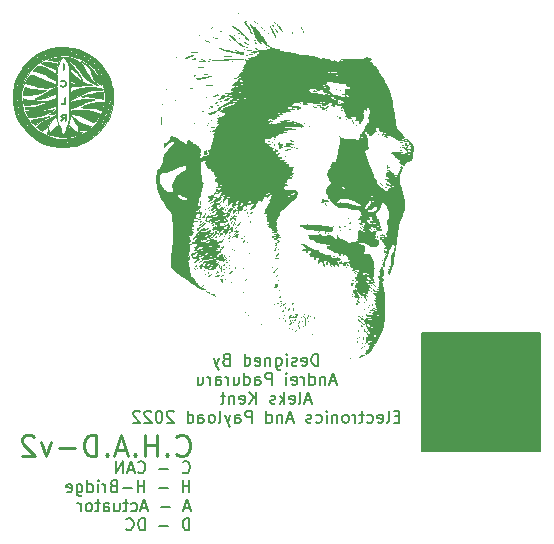
<source format=gbr>
%TF.GenerationSoftware,KiCad,Pcbnew,(6.0.2)*%
%TF.CreationDate,2022-07-13T14:29:07+01:00*%
%TF.ProjectId,Actuators Board,41637475-6174-46f7-9273-20426f617264,rev?*%
%TF.SameCoordinates,Original*%
%TF.FileFunction,Legend,Bot*%
%TF.FilePolarity,Positive*%
%FSLAX46Y46*%
G04 Gerber Fmt 4.6, Leading zero omitted, Abs format (unit mm)*
G04 Created by KiCad (PCBNEW (6.0.2)) date 2022-07-13 14:29:07*
%MOMM*%
%LPD*%
G01*
G04 APERTURE LIST*
%ADD10C,0.150000*%
%ADD11C,0.250000*%
%ADD12C,0.200000*%
%ADD13C,0.010000*%
G04 APERTURE END LIST*
D10*
X92000000Y-61800000D02*
X102000000Y-61800000D01*
X102000000Y-61800000D02*
X102000000Y-71800000D01*
X102000000Y-71800000D02*
X92000000Y-71800000D01*
X92000000Y-71800000D02*
X92000000Y-61800000D01*
G36*
X92000000Y-61800000D02*
G01*
X102000000Y-61800000D01*
X102000000Y-71800000D01*
X92000000Y-71800000D01*
X92000000Y-61800000D01*
G37*
D11*
X71180357Y-72042857D02*
X71266071Y-72128571D01*
X71523214Y-72214285D01*
X71694642Y-72214285D01*
X71951785Y-72128571D01*
X72123214Y-71957142D01*
X72208928Y-71785714D01*
X72294642Y-71442857D01*
X72294642Y-71185714D01*
X72208928Y-70842857D01*
X72123214Y-70671428D01*
X71951785Y-70500000D01*
X71694642Y-70414285D01*
X71523214Y-70414285D01*
X71266071Y-70500000D01*
X71180357Y-70585714D01*
X70408928Y-72042857D02*
X70323214Y-72128571D01*
X70408928Y-72214285D01*
X70494642Y-72128571D01*
X70408928Y-72042857D01*
X70408928Y-72214285D01*
X69551785Y-72214285D02*
X69551785Y-70414285D01*
X69551785Y-71271428D02*
X68523214Y-71271428D01*
X68523214Y-72214285D02*
X68523214Y-70414285D01*
X67666071Y-72042857D02*
X67580357Y-72128571D01*
X67666071Y-72214285D01*
X67751785Y-72128571D01*
X67666071Y-72042857D01*
X67666071Y-72214285D01*
X66894642Y-71700000D02*
X66037500Y-71700000D01*
X67066071Y-72214285D02*
X66466071Y-70414285D01*
X65866071Y-72214285D01*
X65266071Y-72042857D02*
X65180357Y-72128571D01*
X65266071Y-72214285D01*
X65351785Y-72128571D01*
X65266071Y-72042857D01*
X65266071Y-72214285D01*
X64408928Y-72214285D02*
X64408928Y-70414285D01*
X63980357Y-70414285D01*
X63723214Y-70500000D01*
X63551785Y-70671428D01*
X63466071Y-70842857D01*
X63380357Y-71185714D01*
X63380357Y-71442857D01*
X63466071Y-71785714D01*
X63551785Y-71957142D01*
X63723214Y-72128571D01*
X63980357Y-72214285D01*
X64408928Y-72214285D01*
X62608928Y-71528571D02*
X61237500Y-71528571D01*
X60551785Y-71014285D02*
X60123214Y-72214285D01*
X59694642Y-71014285D01*
X59094642Y-70585714D02*
X59008928Y-70500000D01*
X58837500Y-70414285D01*
X58408928Y-70414285D01*
X58237500Y-70500000D01*
X58151785Y-70585714D01*
X58066071Y-70757142D01*
X58066071Y-70928571D01*
X58151785Y-71185714D01*
X59180357Y-72214285D01*
X58066071Y-72214285D01*
D12*
X83180952Y-64537380D02*
X83180952Y-63537380D01*
X82942857Y-63537380D01*
X82800000Y-63585000D01*
X82704761Y-63680238D01*
X82657142Y-63775476D01*
X82609523Y-63965952D01*
X82609523Y-64108809D01*
X82657142Y-64299285D01*
X82704761Y-64394523D01*
X82800000Y-64489761D01*
X82942857Y-64537380D01*
X83180952Y-64537380D01*
X81800000Y-64489761D02*
X81895238Y-64537380D01*
X82085714Y-64537380D01*
X82180952Y-64489761D01*
X82228571Y-64394523D01*
X82228571Y-64013571D01*
X82180952Y-63918333D01*
X82085714Y-63870714D01*
X81895238Y-63870714D01*
X81800000Y-63918333D01*
X81752380Y-64013571D01*
X81752380Y-64108809D01*
X82228571Y-64204047D01*
X81371428Y-64489761D02*
X81276190Y-64537380D01*
X81085714Y-64537380D01*
X80990476Y-64489761D01*
X80942857Y-64394523D01*
X80942857Y-64346904D01*
X80990476Y-64251666D01*
X81085714Y-64204047D01*
X81228571Y-64204047D01*
X81323809Y-64156428D01*
X81371428Y-64061190D01*
X81371428Y-64013571D01*
X81323809Y-63918333D01*
X81228571Y-63870714D01*
X81085714Y-63870714D01*
X80990476Y-63918333D01*
X80514285Y-64537380D02*
X80514285Y-63870714D01*
X80514285Y-63537380D02*
X80561904Y-63585000D01*
X80514285Y-63632619D01*
X80466666Y-63585000D01*
X80514285Y-63537380D01*
X80514285Y-63632619D01*
X79609523Y-63870714D02*
X79609523Y-64680238D01*
X79657142Y-64775476D01*
X79704761Y-64823095D01*
X79800000Y-64870714D01*
X79942857Y-64870714D01*
X80038095Y-64823095D01*
X79609523Y-64489761D02*
X79704761Y-64537380D01*
X79895238Y-64537380D01*
X79990476Y-64489761D01*
X80038095Y-64442142D01*
X80085714Y-64346904D01*
X80085714Y-64061190D01*
X80038095Y-63965952D01*
X79990476Y-63918333D01*
X79895238Y-63870714D01*
X79704761Y-63870714D01*
X79609523Y-63918333D01*
X79133333Y-63870714D02*
X79133333Y-64537380D01*
X79133333Y-63965952D02*
X79085714Y-63918333D01*
X78990476Y-63870714D01*
X78847619Y-63870714D01*
X78752380Y-63918333D01*
X78704761Y-64013571D01*
X78704761Y-64537380D01*
X77847619Y-64489761D02*
X77942857Y-64537380D01*
X78133333Y-64537380D01*
X78228571Y-64489761D01*
X78276190Y-64394523D01*
X78276190Y-64013571D01*
X78228571Y-63918333D01*
X78133333Y-63870714D01*
X77942857Y-63870714D01*
X77847619Y-63918333D01*
X77800000Y-64013571D01*
X77800000Y-64108809D01*
X78276190Y-64204047D01*
X76942857Y-64537380D02*
X76942857Y-63537380D01*
X76942857Y-64489761D02*
X77038095Y-64537380D01*
X77228571Y-64537380D01*
X77323809Y-64489761D01*
X77371428Y-64442142D01*
X77419047Y-64346904D01*
X77419047Y-64061190D01*
X77371428Y-63965952D01*
X77323809Y-63918333D01*
X77228571Y-63870714D01*
X77038095Y-63870714D01*
X76942857Y-63918333D01*
X75371428Y-64013571D02*
X75228571Y-64061190D01*
X75180952Y-64108809D01*
X75133333Y-64204047D01*
X75133333Y-64346904D01*
X75180952Y-64442142D01*
X75228571Y-64489761D01*
X75323809Y-64537380D01*
X75704761Y-64537380D01*
X75704761Y-63537380D01*
X75371428Y-63537380D01*
X75276190Y-63585000D01*
X75228571Y-63632619D01*
X75180952Y-63727857D01*
X75180952Y-63823095D01*
X75228571Y-63918333D01*
X75276190Y-63965952D01*
X75371428Y-64013571D01*
X75704761Y-64013571D01*
X74800000Y-63870714D02*
X74561904Y-64537380D01*
X74323809Y-63870714D02*
X74561904Y-64537380D01*
X74657142Y-64775476D01*
X74704761Y-64823095D01*
X74800000Y-64870714D01*
X84680952Y-65861666D02*
X84204761Y-65861666D01*
X84776190Y-66147380D02*
X84442857Y-65147380D01*
X84109523Y-66147380D01*
X83776190Y-65480714D02*
X83776190Y-66147380D01*
X83776190Y-65575952D02*
X83728571Y-65528333D01*
X83633333Y-65480714D01*
X83490476Y-65480714D01*
X83395238Y-65528333D01*
X83347619Y-65623571D01*
X83347619Y-66147380D01*
X82442857Y-66147380D02*
X82442857Y-65147380D01*
X82442857Y-66099761D02*
X82538095Y-66147380D01*
X82728571Y-66147380D01*
X82823809Y-66099761D01*
X82871428Y-66052142D01*
X82919047Y-65956904D01*
X82919047Y-65671190D01*
X82871428Y-65575952D01*
X82823809Y-65528333D01*
X82728571Y-65480714D01*
X82538095Y-65480714D01*
X82442857Y-65528333D01*
X81966666Y-66147380D02*
X81966666Y-65480714D01*
X81966666Y-65671190D02*
X81919047Y-65575952D01*
X81871428Y-65528333D01*
X81776190Y-65480714D01*
X81680952Y-65480714D01*
X80966666Y-66099761D02*
X81061904Y-66147380D01*
X81252380Y-66147380D01*
X81347619Y-66099761D01*
X81395238Y-66004523D01*
X81395238Y-65623571D01*
X81347619Y-65528333D01*
X81252380Y-65480714D01*
X81061904Y-65480714D01*
X80966666Y-65528333D01*
X80919047Y-65623571D01*
X80919047Y-65718809D01*
X81395238Y-65814047D01*
X80490476Y-66147380D02*
X80490476Y-65480714D01*
X80490476Y-65147380D02*
X80538095Y-65195000D01*
X80490476Y-65242619D01*
X80442857Y-65195000D01*
X80490476Y-65147380D01*
X80490476Y-65242619D01*
X79252380Y-66147380D02*
X79252380Y-65147380D01*
X78871428Y-65147380D01*
X78776190Y-65195000D01*
X78728571Y-65242619D01*
X78680952Y-65337857D01*
X78680952Y-65480714D01*
X78728571Y-65575952D01*
X78776190Y-65623571D01*
X78871428Y-65671190D01*
X79252380Y-65671190D01*
X77823809Y-66147380D02*
X77823809Y-65623571D01*
X77871428Y-65528333D01*
X77966666Y-65480714D01*
X78157142Y-65480714D01*
X78252380Y-65528333D01*
X77823809Y-66099761D02*
X77919047Y-66147380D01*
X78157142Y-66147380D01*
X78252380Y-66099761D01*
X78300000Y-66004523D01*
X78300000Y-65909285D01*
X78252380Y-65814047D01*
X78157142Y-65766428D01*
X77919047Y-65766428D01*
X77823809Y-65718809D01*
X76919047Y-66147380D02*
X76919047Y-65147380D01*
X76919047Y-66099761D02*
X77014285Y-66147380D01*
X77204761Y-66147380D01*
X77300000Y-66099761D01*
X77347619Y-66052142D01*
X77395238Y-65956904D01*
X77395238Y-65671190D01*
X77347619Y-65575952D01*
X77300000Y-65528333D01*
X77204761Y-65480714D01*
X77014285Y-65480714D01*
X76919047Y-65528333D01*
X76014285Y-65480714D02*
X76014285Y-66147380D01*
X76442857Y-65480714D02*
X76442857Y-66004523D01*
X76395238Y-66099761D01*
X76300000Y-66147380D01*
X76157142Y-66147380D01*
X76061904Y-66099761D01*
X76014285Y-66052142D01*
X75538095Y-66147380D02*
X75538095Y-65480714D01*
X75538095Y-65671190D02*
X75490476Y-65575952D01*
X75442857Y-65528333D01*
X75347619Y-65480714D01*
X75252380Y-65480714D01*
X74490476Y-66147380D02*
X74490476Y-65623571D01*
X74538095Y-65528333D01*
X74633333Y-65480714D01*
X74823809Y-65480714D01*
X74919047Y-65528333D01*
X74490476Y-66099761D02*
X74585714Y-66147380D01*
X74823809Y-66147380D01*
X74919047Y-66099761D01*
X74966666Y-66004523D01*
X74966666Y-65909285D01*
X74919047Y-65814047D01*
X74823809Y-65766428D01*
X74585714Y-65766428D01*
X74490476Y-65718809D01*
X74014285Y-66147380D02*
X74014285Y-65480714D01*
X74014285Y-65671190D02*
X73966666Y-65575952D01*
X73919047Y-65528333D01*
X73823809Y-65480714D01*
X73728571Y-65480714D01*
X72966666Y-65480714D02*
X72966666Y-66147380D01*
X73395238Y-65480714D02*
X73395238Y-66004523D01*
X73347619Y-66099761D01*
X73252380Y-66147380D01*
X73109523Y-66147380D01*
X73014285Y-66099761D01*
X72966666Y-66052142D01*
X82585714Y-67471666D02*
X82109523Y-67471666D01*
X82680952Y-67757380D02*
X82347619Y-66757380D01*
X82014285Y-67757380D01*
X81538095Y-67757380D02*
X81633333Y-67709761D01*
X81680952Y-67614523D01*
X81680952Y-66757380D01*
X80776190Y-67709761D02*
X80871428Y-67757380D01*
X81061904Y-67757380D01*
X81157142Y-67709761D01*
X81204761Y-67614523D01*
X81204761Y-67233571D01*
X81157142Y-67138333D01*
X81061904Y-67090714D01*
X80871428Y-67090714D01*
X80776190Y-67138333D01*
X80728571Y-67233571D01*
X80728571Y-67328809D01*
X81204761Y-67424047D01*
X80300000Y-67757380D02*
X80300000Y-66757380D01*
X80204761Y-67376428D02*
X79919047Y-67757380D01*
X79919047Y-67090714D02*
X80300000Y-67471666D01*
X79538095Y-67709761D02*
X79442857Y-67757380D01*
X79252380Y-67757380D01*
X79157142Y-67709761D01*
X79109523Y-67614523D01*
X79109523Y-67566904D01*
X79157142Y-67471666D01*
X79252380Y-67424047D01*
X79395238Y-67424047D01*
X79490476Y-67376428D01*
X79538095Y-67281190D01*
X79538095Y-67233571D01*
X79490476Y-67138333D01*
X79395238Y-67090714D01*
X79252380Y-67090714D01*
X79157142Y-67138333D01*
X77919047Y-67757380D02*
X77919047Y-66757380D01*
X77347619Y-67757380D02*
X77776190Y-67185952D01*
X77347619Y-66757380D02*
X77919047Y-67328809D01*
X76538095Y-67709761D02*
X76633333Y-67757380D01*
X76823809Y-67757380D01*
X76919047Y-67709761D01*
X76966666Y-67614523D01*
X76966666Y-67233571D01*
X76919047Y-67138333D01*
X76823809Y-67090714D01*
X76633333Y-67090714D01*
X76538095Y-67138333D01*
X76490476Y-67233571D01*
X76490476Y-67328809D01*
X76966666Y-67424047D01*
X76061904Y-67090714D02*
X76061904Y-67757380D01*
X76061904Y-67185952D02*
X76014285Y-67138333D01*
X75919047Y-67090714D01*
X75776190Y-67090714D01*
X75680952Y-67138333D01*
X75633333Y-67233571D01*
X75633333Y-67757380D01*
X75300000Y-67090714D02*
X74919047Y-67090714D01*
X75157142Y-66757380D02*
X75157142Y-67614523D01*
X75109523Y-67709761D01*
X75014285Y-67757380D01*
X74919047Y-67757380D01*
X90038095Y-68843571D02*
X89704761Y-68843571D01*
X89561904Y-69367380D02*
X90038095Y-69367380D01*
X90038095Y-68367380D01*
X89561904Y-68367380D01*
X88990476Y-69367380D02*
X89085714Y-69319761D01*
X89133333Y-69224523D01*
X89133333Y-68367380D01*
X88228571Y-69319761D02*
X88323809Y-69367380D01*
X88514285Y-69367380D01*
X88609523Y-69319761D01*
X88657142Y-69224523D01*
X88657142Y-68843571D01*
X88609523Y-68748333D01*
X88514285Y-68700714D01*
X88323809Y-68700714D01*
X88228571Y-68748333D01*
X88180952Y-68843571D01*
X88180952Y-68938809D01*
X88657142Y-69034047D01*
X87323809Y-69319761D02*
X87419047Y-69367380D01*
X87609523Y-69367380D01*
X87704761Y-69319761D01*
X87752380Y-69272142D01*
X87800000Y-69176904D01*
X87800000Y-68891190D01*
X87752380Y-68795952D01*
X87704761Y-68748333D01*
X87609523Y-68700714D01*
X87419047Y-68700714D01*
X87323809Y-68748333D01*
X87038095Y-68700714D02*
X86657142Y-68700714D01*
X86895238Y-68367380D02*
X86895238Y-69224523D01*
X86847619Y-69319761D01*
X86752380Y-69367380D01*
X86657142Y-69367380D01*
X86323809Y-69367380D02*
X86323809Y-68700714D01*
X86323809Y-68891190D02*
X86276190Y-68795952D01*
X86228571Y-68748333D01*
X86133333Y-68700714D01*
X86038095Y-68700714D01*
X85561904Y-69367380D02*
X85657142Y-69319761D01*
X85704761Y-69272142D01*
X85752380Y-69176904D01*
X85752380Y-68891190D01*
X85704761Y-68795952D01*
X85657142Y-68748333D01*
X85561904Y-68700714D01*
X85419047Y-68700714D01*
X85323809Y-68748333D01*
X85276190Y-68795952D01*
X85228571Y-68891190D01*
X85228571Y-69176904D01*
X85276190Y-69272142D01*
X85323809Y-69319761D01*
X85419047Y-69367380D01*
X85561904Y-69367380D01*
X84800000Y-68700714D02*
X84800000Y-69367380D01*
X84800000Y-68795952D02*
X84752380Y-68748333D01*
X84657142Y-68700714D01*
X84514285Y-68700714D01*
X84419047Y-68748333D01*
X84371428Y-68843571D01*
X84371428Y-69367380D01*
X83895238Y-69367380D02*
X83895238Y-68700714D01*
X83895238Y-68367380D02*
X83942857Y-68415000D01*
X83895238Y-68462619D01*
X83847619Y-68415000D01*
X83895238Y-68367380D01*
X83895238Y-68462619D01*
X82990476Y-69319761D02*
X83085714Y-69367380D01*
X83276190Y-69367380D01*
X83371428Y-69319761D01*
X83419047Y-69272142D01*
X83466666Y-69176904D01*
X83466666Y-68891190D01*
X83419047Y-68795952D01*
X83371428Y-68748333D01*
X83276190Y-68700714D01*
X83085714Y-68700714D01*
X82990476Y-68748333D01*
X82609523Y-69319761D02*
X82514285Y-69367380D01*
X82323809Y-69367380D01*
X82228571Y-69319761D01*
X82180952Y-69224523D01*
X82180952Y-69176904D01*
X82228571Y-69081666D01*
X82323809Y-69034047D01*
X82466666Y-69034047D01*
X82561904Y-68986428D01*
X82609523Y-68891190D01*
X82609523Y-68843571D01*
X82561904Y-68748333D01*
X82466666Y-68700714D01*
X82323809Y-68700714D01*
X82228571Y-68748333D01*
X81038095Y-69081666D02*
X80561904Y-69081666D01*
X81133333Y-69367380D02*
X80800000Y-68367380D01*
X80466666Y-69367380D01*
X80133333Y-68700714D02*
X80133333Y-69367380D01*
X80133333Y-68795952D02*
X80085714Y-68748333D01*
X79990476Y-68700714D01*
X79847619Y-68700714D01*
X79752380Y-68748333D01*
X79704761Y-68843571D01*
X79704761Y-69367380D01*
X78800000Y-69367380D02*
X78800000Y-68367380D01*
X78800000Y-69319761D02*
X78895238Y-69367380D01*
X79085714Y-69367380D01*
X79180952Y-69319761D01*
X79228571Y-69272142D01*
X79276190Y-69176904D01*
X79276190Y-68891190D01*
X79228571Y-68795952D01*
X79180952Y-68748333D01*
X79085714Y-68700714D01*
X78895238Y-68700714D01*
X78800000Y-68748333D01*
X77561904Y-69367380D02*
X77561904Y-68367380D01*
X77180952Y-68367380D01*
X77085714Y-68415000D01*
X77038095Y-68462619D01*
X76990476Y-68557857D01*
X76990476Y-68700714D01*
X77038095Y-68795952D01*
X77085714Y-68843571D01*
X77180952Y-68891190D01*
X77561904Y-68891190D01*
X76133333Y-69367380D02*
X76133333Y-68843571D01*
X76180952Y-68748333D01*
X76276190Y-68700714D01*
X76466666Y-68700714D01*
X76561904Y-68748333D01*
X76133333Y-69319761D02*
X76228571Y-69367380D01*
X76466666Y-69367380D01*
X76561904Y-69319761D01*
X76609523Y-69224523D01*
X76609523Y-69129285D01*
X76561904Y-69034047D01*
X76466666Y-68986428D01*
X76228571Y-68986428D01*
X76133333Y-68938809D01*
X75752380Y-68700714D02*
X75514285Y-69367380D01*
X75276190Y-68700714D02*
X75514285Y-69367380D01*
X75609523Y-69605476D01*
X75657142Y-69653095D01*
X75752380Y-69700714D01*
X74752380Y-69367380D02*
X74847619Y-69319761D01*
X74895238Y-69224523D01*
X74895238Y-68367380D01*
X74228571Y-69367380D02*
X74323809Y-69319761D01*
X74371428Y-69272142D01*
X74419047Y-69176904D01*
X74419047Y-68891190D01*
X74371428Y-68795952D01*
X74323809Y-68748333D01*
X74228571Y-68700714D01*
X74085714Y-68700714D01*
X73990476Y-68748333D01*
X73942857Y-68795952D01*
X73895238Y-68891190D01*
X73895238Y-69176904D01*
X73942857Y-69272142D01*
X73990476Y-69319761D01*
X74085714Y-69367380D01*
X74228571Y-69367380D01*
X73038095Y-69367380D02*
X73038095Y-68843571D01*
X73085714Y-68748333D01*
X73180952Y-68700714D01*
X73371428Y-68700714D01*
X73466666Y-68748333D01*
X73038095Y-69319761D02*
X73133333Y-69367380D01*
X73371428Y-69367380D01*
X73466666Y-69319761D01*
X73514285Y-69224523D01*
X73514285Y-69129285D01*
X73466666Y-69034047D01*
X73371428Y-68986428D01*
X73133333Y-68986428D01*
X73038095Y-68938809D01*
X72133333Y-69367380D02*
X72133333Y-68367380D01*
X72133333Y-69319761D02*
X72228571Y-69367380D01*
X72419047Y-69367380D01*
X72514285Y-69319761D01*
X72561904Y-69272142D01*
X72609523Y-69176904D01*
X72609523Y-68891190D01*
X72561904Y-68795952D01*
X72514285Y-68748333D01*
X72419047Y-68700714D01*
X72228571Y-68700714D01*
X72133333Y-68748333D01*
X70942857Y-68462619D02*
X70895238Y-68415000D01*
X70800000Y-68367380D01*
X70561904Y-68367380D01*
X70466666Y-68415000D01*
X70419047Y-68462619D01*
X70371428Y-68557857D01*
X70371428Y-68653095D01*
X70419047Y-68795952D01*
X70990476Y-69367380D01*
X70371428Y-69367380D01*
X69752380Y-68367380D02*
X69657142Y-68367380D01*
X69561904Y-68415000D01*
X69514285Y-68462619D01*
X69466666Y-68557857D01*
X69419047Y-68748333D01*
X69419047Y-68986428D01*
X69466666Y-69176904D01*
X69514285Y-69272142D01*
X69561904Y-69319761D01*
X69657142Y-69367380D01*
X69752380Y-69367380D01*
X69847619Y-69319761D01*
X69895238Y-69272142D01*
X69942857Y-69176904D01*
X69990476Y-68986428D01*
X69990476Y-68748333D01*
X69942857Y-68557857D01*
X69895238Y-68462619D01*
X69847619Y-68415000D01*
X69752380Y-68367380D01*
X69038095Y-68462619D02*
X68990476Y-68415000D01*
X68895238Y-68367380D01*
X68657142Y-68367380D01*
X68561904Y-68415000D01*
X68514285Y-68462619D01*
X68466666Y-68557857D01*
X68466666Y-68653095D01*
X68514285Y-68795952D01*
X69085714Y-69367380D01*
X68466666Y-69367380D01*
X68085714Y-68462619D02*
X68038095Y-68415000D01*
X67942857Y-68367380D01*
X67704761Y-68367380D01*
X67609523Y-68415000D01*
X67561904Y-68462619D01*
X67514285Y-68557857D01*
X67514285Y-68653095D01*
X67561904Y-68795952D01*
X68133333Y-69367380D01*
X67514285Y-69367380D01*
D10*
X71692976Y-73542142D02*
X71740595Y-73589761D01*
X71883452Y-73637380D01*
X71978690Y-73637380D01*
X72121547Y-73589761D01*
X72216785Y-73494523D01*
X72264404Y-73399285D01*
X72312023Y-73208809D01*
X72312023Y-73065952D01*
X72264404Y-72875476D01*
X72216785Y-72780238D01*
X72121547Y-72685000D01*
X71978690Y-72637380D01*
X71883452Y-72637380D01*
X71740595Y-72685000D01*
X71692976Y-72732619D01*
X70502500Y-73256428D02*
X69740595Y-73256428D01*
X67931071Y-73542142D02*
X67978690Y-73589761D01*
X68121547Y-73637380D01*
X68216785Y-73637380D01*
X68359642Y-73589761D01*
X68454880Y-73494523D01*
X68502500Y-73399285D01*
X68550119Y-73208809D01*
X68550119Y-73065952D01*
X68502500Y-72875476D01*
X68454880Y-72780238D01*
X68359642Y-72685000D01*
X68216785Y-72637380D01*
X68121547Y-72637380D01*
X67978690Y-72685000D01*
X67931071Y-72732619D01*
X67550119Y-73351666D02*
X67073928Y-73351666D01*
X67645357Y-73637380D02*
X67312023Y-72637380D01*
X66978690Y-73637380D01*
X66645357Y-73637380D02*
X66645357Y-72637380D01*
X66073928Y-73637380D01*
X66073928Y-72637380D01*
X72264404Y-75247380D02*
X72264404Y-74247380D01*
X72264404Y-74723571D02*
X71692976Y-74723571D01*
X71692976Y-75247380D02*
X71692976Y-74247380D01*
X70454880Y-74866428D02*
X69692976Y-74866428D01*
X68454880Y-75247380D02*
X68454880Y-74247380D01*
X68454880Y-74723571D02*
X67883452Y-74723571D01*
X67883452Y-75247380D02*
X67883452Y-74247380D01*
X67407261Y-74866428D02*
X66645357Y-74866428D01*
X65835833Y-74723571D02*
X65692976Y-74771190D01*
X65645357Y-74818809D01*
X65597738Y-74914047D01*
X65597738Y-75056904D01*
X65645357Y-75152142D01*
X65692976Y-75199761D01*
X65788214Y-75247380D01*
X66169166Y-75247380D01*
X66169166Y-74247380D01*
X65835833Y-74247380D01*
X65740595Y-74295000D01*
X65692976Y-74342619D01*
X65645357Y-74437857D01*
X65645357Y-74533095D01*
X65692976Y-74628333D01*
X65740595Y-74675952D01*
X65835833Y-74723571D01*
X66169166Y-74723571D01*
X65169166Y-75247380D02*
X65169166Y-74580714D01*
X65169166Y-74771190D02*
X65121547Y-74675952D01*
X65073928Y-74628333D01*
X64978690Y-74580714D01*
X64883452Y-74580714D01*
X64550119Y-75247380D02*
X64550119Y-74580714D01*
X64550119Y-74247380D02*
X64597738Y-74295000D01*
X64550119Y-74342619D01*
X64502500Y-74295000D01*
X64550119Y-74247380D01*
X64550119Y-74342619D01*
X63645357Y-75247380D02*
X63645357Y-74247380D01*
X63645357Y-75199761D02*
X63740595Y-75247380D01*
X63931071Y-75247380D01*
X64026309Y-75199761D01*
X64073928Y-75152142D01*
X64121547Y-75056904D01*
X64121547Y-74771190D01*
X64073928Y-74675952D01*
X64026309Y-74628333D01*
X63931071Y-74580714D01*
X63740595Y-74580714D01*
X63645357Y-74628333D01*
X62740595Y-74580714D02*
X62740595Y-75390238D01*
X62788214Y-75485476D01*
X62835833Y-75533095D01*
X62931071Y-75580714D01*
X63073928Y-75580714D01*
X63169166Y-75533095D01*
X62740595Y-75199761D02*
X62835833Y-75247380D01*
X63026309Y-75247380D01*
X63121547Y-75199761D01*
X63169166Y-75152142D01*
X63216785Y-75056904D01*
X63216785Y-74771190D01*
X63169166Y-74675952D01*
X63121547Y-74628333D01*
X63026309Y-74580714D01*
X62835833Y-74580714D01*
X62740595Y-74628333D01*
X61883452Y-75199761D02*
X61978690Y-75247380D01*
X62169166Y-75247380D01*
X62264404Y-75199761D01*
X62312023Y-75104523D01*
X62312023Y-74723571D01*
X62264404Y-74628333D01*
X62169166Y-74580714D01*
X61978690Y-74580714D01*
X61883452Y-74628333D01*
X61835833Y-74723571D01*
X61835833Y-74818809D01*
X62312023Y-74914047D01*
X72312023Y-76571666D02*
X71835833Y-76571666D01*
X72407261Y-76857380D02*
X72073928Y-75857380D01*
X71740595Y-76857380D01*
X70645357Y-76476428D02*
X69883452Y-76476428D01*
X68692976Y-76571666D02*
X68216785Y-76571666D01*
X68788214Y-76857380D02*
X68454880Y-75857380D01*
X68121547Y-76857380D01*
X67359642Y-76809761D02*
X67454880Y-76857380D01*
X67645357Y-76857380D01*
X67740595Y-76809761D01*
X67788214Y-76762142D01*
X67835833Y-76666904D01*
X67835833Y-76381190D01*
X67788214Y-76285952D01*
X67740595Y-76238333D01*
X67645357Y-76190714D01*
X67454880Y-76190714D01*
X67359642Y-76238333D01*
X67073928Y-76190714D02*
X66692976Y-76190714D01*
X66931071Y-75857380D02*
X66931071Y-76714523D01*
X66883452Y-76809761D01*
X66788214Y-76857380D01*
X66692976Y-76857380D01*
X65931071Y-76190714D02*
X65931071Y-76857380D01*
X66359642Y-76190714D02*
X66359642Y-76714523D01*
X66312023Y-76809761D01*
X66216785Y-76857380D01*
X66073928Y-76857380D01*
X65978690Y-76809761D01*
X65931071Y-76762142D01*
X65026309Y-76857380D02*
X65026309Y-76333571D01*
X65073928Y-76238333D01*
X65169166Y-76190714D01*
X65359642Y-76190714D01*
X65454880Y-76238333D01*
X65026309Y-76809761D02*
X65121547Y-76857380D01*
X65359642Y-76857380D01*
X65454880Y-76809761D01*
X65502500Y-76714523D01*
X65502500Y-76619285D01*
X65454880Y-76524047D01*
X65359642Y-76476428D01*
X65121547Y-76476428D01*
X65026309Y-76428809D01*
X64692976Y-76190714D02*
X64312023Y-76190714D01*
X64550119Y-75857380D02*
X64550119Y-76714523D01*
X64502500Y-76809761D01*
X64407261Y-76857380D01*
X64312023Y-76857380D01*
X63835833Y-76857380D02*
X63931071Y-76809761D01*
X63978690Y-76762142D01*
X64026309Y-76666904D01*
X64026309Y-76381190D01*
X63978690Y-76285952D01*
X63931071Y-76238333D01*
X63835833Y-76190714D01*
X63692976Y-76190714D01*
X63597738Y-76238333D01*
X63550119Y-76285952D01*
X63502500Y-76381190D01*
X63502500Y-76666904D01*
X63550119Y-76762142D01*
X63597738Y-76809761D01*
X63692976Y-76857380D01*
X63835833Y-76857380D01*
X63073928Y-76857380D02*
X63073928Y-76190714D01*
X63073928Y-76381190D02*
X63026309Y-76285952D01*
X62978690Y-76238333D01*
X62883452Y-76190714D01*
X62788214Y-76190714D01*
X72264404Y-78467380D02*
X72264404Y-77467380D01*
X72026309Y-77467380D01*
X71883452Y-77515000D01*
X71788214Y-77610238D01*
X71740595Y-77705476D01*
X71692976Y-77895952D01*
X71692976Y-78038809D01*
X71740595Y-78229285D01*
X71788214Y-78324523D01*
X71883452Y-78419761D01*
X72026309Y-78467380D01*
X72264404Y-78467380D01*
X70502500Y-78086428D02*
X69740595Y-78086428D01*
X68502500Y-78467380D02*
X68502500Y-77467380D01*
X68264404Y-77467380D01*
X68121547Y-77515000D01*
X68026309Y-77610238D01*
X67978690Y-77705476D01*
X67931071Y-77895952D01*
X67931071Y-78038809D01*
X67978690Y-78229285D01*
X68026309Y-78324523D01*
X68121547Y-78419761D01*
X68264404Y-78467380D01*
X68502500Y-78467380D01*
X66931071Y-78372142D02*
X66978690Y-78419761D01*
X67121547Y-78467380D01*
X67216785Y-78467380D01*
X67359642Y-78419761D01*
X67454880Y-78324523D01*
X67502500Y-78229285D01*
X67550119Y-78038809D01*
X67550119Y-77895952D01*
X67502500Y-77705476D01*
X67454880Y-77610238D01*
X67359642Y-77515000D01*
X67216785Y-77467380D01*
X67121547Y-77467380D01*
X66978690Y-77515000D01*
X66931071Y-77562619D01*
D13*
%TO.C,G\u002A\u002A\u002A*%
X60808754Y-45543197D02*
X60795667Y-45632333D01*
X60795667Y-45632333D02*
X60810439Y-45728246D01*
X60810439Y-45728246D02*
X60845738Y-45757832D01*
X60845738Y-45757832D02*
X60888037Y-45713075D01*
X60888037Y-45713075D02*
X60896971Y-45692371D01*
X60896971Y-45692371D02*
X60921634Y-45578383D01*
X60921634Y-45578383D02*
X60893816Y-45514537D01*
X60893816Y-45514537D02*
X60859167Y-45505333D01*
X60859167Y-45505333D02*
X60808754Y-45543197D01*
X60808754Y-45543197D02*
X60808754Y-45543197D01*
G36*
X60893816Y-45514537D02*
G01*
X60921634Y-45578383D01*
X60896971Y-45692371D01*
X60888037Y-45713075D01*
X60845738Y-45757832D01*
X60810439Y-45728246D01*
X60795667Y-45632333D01*
X60808754Y-45543197D01*
X60859167Y-45505333D01*
X60893816Y-45514537D01*
G37*
X60893816Y-45514537D02*
X60921634Y-45578383D01*
X60896971Y-45692371D01*
X60888037Y-45713075D01*
X60845738Y-45757832D01*
X60810439Y-45728246D01*
X60795667Y-45632333D01*
X60808754Y-45543197D01*
X60859167Y-45505333D01*
X60893816Y-45514537D01*
X60962583Y-40925082D02*
X60846313Y-41006165D01*
X60846313Y-41006165D02*
X60681642Y-41111631D01*
X60681642Y-41111631D02*
X60481754Y-41233809D01*
X60481754Y-41233809D02*
X60259832Y-41365025D01*
X60259832Y-41365025D02*
X60029058Y-41497609D01*
X60029058Y-41497609D02*
X59802616Y-41623886D01*
X59802616Y-41623886D02*
X59593689Y-41736185D01*
X59593689Y-41736185D02*
X59415460Y-41826834D01*
X59415460Y-41826834D02*
X59281112Y-41888159D01*
X59281112Y-41888159D02*
X59271667Y-41891961D01*
X59271667Y-41891961D02*
X59207686Y-41919207D01*
X59207686Y-41919207D02*
X59191013Y-41935008D01*
X59191013Y-41935008D02*
X59231105Y-41940909D01*
X59231105Y-41940909D02*
X59337419Y-41938456D01*
X59337419Y-41938456D02*
X59504500Y-41930004D01*
X59504500Y-41930004D02*
X59896989Y-41888696D01*
X59896989Y-41888696D02*
X60256315Y-41804005D01*
X60256315Y-41804005D02*
X60622060Y-41666028D01*
X60622060Y-41666028D02*
X60700417Y-41630727D01*
X60700417Y-41630727D02*
X61007333Y-41489176D01*
X61007333Y-41489176D02*
X61007006Y-41666338D01*
X61007006Y-41666338D02*
X61006678Y-41843500D01*
X61006678Y-41843500D02*
X60340256Y-42170951D01*
X60340256Y-42170951D02*
X59961165Y-42349111D01*
X59961165Y-42349111D02*
X59635223Y-42482869D01*
X59635223Y-42482869D02*
X59346585Y-42576899D01*
X59346585Y-42576899D02*
X59079409Y-42635876D01*
X59079409Y-42635876D02*
X58817851Y-42664474D01*
X58817851Y-42664474D02*
X58652390Y-42669000D01*
X58652390Y-42669000D02*
X58478551Y-42671299D01*
X58478551Y-42671299D02*
X58375163Y-42679997D01*
X58375163Y-42679997D02*
X58328094Y-42697799D01*
X58328094Y-42697799D02*
X58323210Y-42727407D01*
X58323210Y-42727407D02*
X58324707Y-42731673D01*
X58324707Y-42731673D02*
X58390335Y-42794466D01*
X58390335Y-42794466D02*
X58535110Y-42844596D01*
X58535110Y-42844596D02*
X58760590Y-42882430D01*
X58760590Y-42882430D02*
X59068331Y-42908331D01*
X59068331Y-42908331D02*
X59081167Y-42909056D01*
X59081167Y-42909056D02*
X59631257Y-42898039D01*
X59631257Y-42898039D02*
X60172979Y-42805181D01*
X60172979Y-42805181D02*
X60648557Y-42650971D01*
X60648557Y-42650971D02*
X61007333Y-42506301D01*
X61007333Y-42506301D02*
X61007333Y-42878478D01*
X61007333Y-42878478D02*
X60689833Y-43052732D01*
X60689833Y-43052732D02*
X60546424Y-43133376D01*
X60546424Y-43133376D02*
X60436715Y-43198754D01*
X60436715Y-43198754D02*
X60377827Y-43238508D01*
X60377827Y-43238508D02*
X60372333Y-43244826D01*
X60372333Y-43244826D02*
X60409676Y-43250390D01*
X60409676Y-43250390D02*
X60505143Y-43242402D01*
X60505143Y-43242402D02*
X60633899Y-43224207D01*
X60633899Y-43224207D02*
X60771106Y-43199151D01*
X60771106Y-43199151D02*
X60859167Y-43179249D01*
X60859167Y-43179249D02*
X60939993Y-43163917D01*
X60939993Y-43163917D02*
X60978592Y-43185375D01*
X60978592Y-43185375D02*
X60994212Y-43263151D01*
X60994212Y-43263151D02*
X60998814Y-43320924D01*
X60998814Y-43320924D02*
X61017793Y-43477256D01*
X61017793Y-43477256D02*
X61047340Y-43628447D01*
X61047340Y-43628447D02*
X61050995Y-43642667D01*
X61050995Y-43642667D02*
X61090529Y-43790833D01*
X61090529Y-43790833D02*
X61070564Y-43621500D01*
X61070564Y-43621500D02*
X61065536Y-43537345D01*
X61065536Y-43537345D02*
X61060899Y-43380530D01*
X61060899Y-43380530D02*
X61056825Y-43163058D01*
X61056825Y-43163058D02*
X61053484Y-42896937D01*
X61053484Y-42896937D02*
X61051046Y-42594171D01*
X61051046Y-42594171D02*
X61049684Y-42266766D01*
X61049684Y-42266766D02*
X61049484Y-42139833D01*
X61049484Y-42139833D02*
X61048255Y-41818981D01*
X61048255Y-41818981D02*
X61045299Y-41529580D01*
X61045299Y-41529580D02*
X61040862Y-41281314D01*
X61040862Y-41281314D02*
X61035191Y-41083864D01*
X61035191Y-41083864D02*
X61028533Y-40946914D01*
X61028533Y-40946914D02*
X61021134Y-40880147D01*
X61021134Y-40880147D02*
X61017269Y-40876054D01*
X61017269Y-40876054D02*
X60962583Y-40925082D01*
X60962583Y-40925082D02*
X60962583Y-40925082D01*
G36*
X61021134Y-40880147D02*
G01*
X61028533Y-40946914D01*
X61035191Y-41083864D01*
X61040862Y-41281314D01*
X61045299Y-41529580D01*
X61048255Y-41818981D01*
X61049484Y-42139833D01*
X61049684Y-42266766D01*
X61051046Y-42594171D01*
X61053484Y-42896937D01*
X61056825Y-43163058D01*
X61060899Y-43380530D01*
X61065536Y-43537345D01*
X61070564Y-43621500D01*
X61090529Y-43790833D01*
X61050995Y-43642667D01*
X61047340Y-43628447D01*
X61017793Y-43477256D01*
X60998814Y-43320924D01*
X60994212Y-43263151D01*
X60978592Y-43185375D01*
X60939993Y-43163917D01*
X60859167Y-43179249D01*
X60771106Y-43199151D01*
X60633899Y-43224207D01*
X60505143Y-43242402D01*
X60409676Y-43250390D01*
X60372333Y-43244826D01*
X60377827Y-43238508D01*
X60436715Y-43198754D01*
X60546424Y-43133376D01*
X60689833Y-43052732D01*
X61007333Y-42878478D01*
X61007333Y-42506301D01*
X60648557Y-42650971D01*
X60172979Y-42805181D01*
X59631257Y-42898039D01*
X59081167Y-42909056D01*
X59068331Y-42908331D01*
X58760590Y-42882430D01*
X58535110Y-42844596D01*
X58390335Y-42794466D01*
X58324707Y-42731673D01*
X58323210Y-42727407D01*
X58328094Y-42697799D01*
X58375163Y-42679997D01*
X58478551Y-42671299D01*
X58652390Y-42669000D01*
X58817851Y-42664474D01*
X59079409Y-42635876D01*
X59346585Y-42576899D01*
X59635223Y-42482869D01*
X59961165Y-42349111D01*
X60340256Y-42170951D01*
X61006678Y-41843500D01*
X61007006Y-41666338D01*
X61007333Y-41489176D01*
X60700417Y-41630727D01*
X60622060Y-41666028D01*
X60256315Y-41804005D01*
X59896989Y-41888696D01*
X59504500Y-41930004D01*
X59337419Y-41938456D01*
X59231105Y-41940909D01*
X59191013Y-41935008D01*
X59207686Y-41919207D01*
X59271667Y-41891961D01*
X59281112Y-41888159D01*
X59415460Y-41826834D01*
X59593689Y-41736185D01*
X59802616Y-41623886D01*
X60029058Y-41497609D01*
X60259832Y-41365025D01*
X60481754Y-41233809D01*
X60681642Y-41111631D01*
X60846313Y-41006165D01*
X60962583Y-40925082D01*
X61017269Y-40876054D01*
X61021134Y-40880147D01*
G37*
X61021134Y-40880147D02*
X61028533Y-40946914D01*
X61035191Y-41083864D01*
X61040862Y-41281314D01*
X61045299Y-41529580D01*
X61048255Y-41818981D01*
X61049484Y-42139833D01*
X61049684Y-42266766D01*
X61051046Y-42594171D01*
X61053484Y-42896937D01*
X61056825Y-43163058D01*
X61060899Y-43380530D01*
X61065536Y-43537345D01*
X61070564Y-43621500D01*
X61090529Y-43790833D01*
X61050995Y-43642667D01*
X61047340Y-43628447D01*
X61017793Y-43477256D01*
X60998814Y-43320924D01*
X60994212Y-43263151D01*
X60978592Y-43185375D01*
X60939993Y-43163917D01*
X60859167Y-43179249D01*
X60771106Y-43199151D01*
X60633899Y-43224207D01*
X60505143Y-43242402D01*
X60409676Y-43250390D01*
X60372333Y-43244826D01*
X60377827Y-43238508D01*
X60436715Y-43198754D01*
X60546424Y-43133376D01*
X60689833Y-43052732D01*
X61007333Y-42878478D01*
X61007333Y-42506301D01*
X60648557Y-42650971D01*
X60172979Y-42805181D01*
X59631257Y-42898039D01*
X59081167Y-42909056D01*
X59068331Y-42908331D01*
X58760590Y-42882430D01*
X58535110Y-42844596D01*
X58390335Y-42794466D01*
X58324707Y-42731673D01*
X58323210Y-42727407D01*
X58328094Y-42697799D01*
X58375163Y-42679997D01*
X58478551Y-42671299D01*
X58652390Y-42669000D01*
X58817851Y-42664474D01*
X59079409Y-42635876D01*
X59346585Y-42576899D01*
X59635223Y-42482869D01*
X59961165Y-42349111D01*
X60340256Y-42170951D01*
X61006678Y-41843500D01*
X61007006Y-41666338D01*
X61007333Y-41489176D01*
X60700417Y-41630727D01*
X60622060Y-41666028D01*
X60256315Y-41804005D01*
X59896989Y-41888696D01*
X59504500Y-41930004D01*
X59337419Y-41938456D01*
X59231105Y-41940909D01*
X59191013Y-41935008D01*
X59207686Y-41919207D01*
X59271667Y-41891961D01*
X59281112Y-41888159D01*
X59415460Y-41826834D01*
X59593689Y-41736185D01*
X59802616Y-41623886D01*
X60029058Y-41497609D01*
X60259832Y-41365025D01*
X60481754Y-41233809D01*
X60681642Y-41111631D01*
X60846313Y-41006165D01*
X60962583Y-40925082D01*
X61017269Y-40876054D01*
X61021134Y-40880147D01*
X58178682Y-41943571D02*
X58182768Y-42028039D01*
X58182768Y-42028039D02*
X58192252Y-42102221D01*
X58192252Y-42102221D02*
X58217057Y-42274441D01*
X58217057Y-42274441D02*
X58243502Y-42379321D01*
X58243502Y-42379321D02*
X58286025Y-42433214D01*
X58286025Y-42433214D02*
X58359064Y-42452474D01*
X58359064Y-42452474D02*
X58477058Y-42453455D01*
X58477058Y-42453455D02*
X58501936Y-42452993D01*
X58501936Y-42452993D02*
X58671152Y-42443078D01*
X58671152Y-42443078D02*
X58876817Y-42421444D01*
X58876817Y-42421444D02*
X59060000Y-42395043D01*
X59060000Y-42395043D02*
X59270935Y-42354168D01*
X59270935Y-42354168D02*
X59512308Y-42299269D01*
X59512308Y-42299269D02*
X59754725Y-42237753D01*
X59754725Y-42237753D02*
X59968791Y-42177033D01*
X59968791Y-42177033D02*
X60109394Y-42130506D01*
X60109394Y-42130506D02*
X60108814Y-42116712D01*
X60108814Y-42116712D02*
X60028912Y-42105983D01*
X60028912Y-42105983D02*
X59874991Y-42098648D01*
X59874991Y-42098648D02*
X59652350Y-42095042D01*
X59652350Y-42095042D02*
X59537894Y-42094720D01*
X59537894Y-42094720D02*
X59157458Y-42087735D01*
X59157458Y-42087735D02*
X58843580Y-42064915D01*
X58843580Y-42064915D02*
X58579251Y-42024035D01*
X58579251Y-42024035D02*
X58347465Y-41962873D01*
X58347465Y-41962873D02*
X58241611Y-41925210D01*
X58241611Y-41925210D02*
X58196641Y-41915229D01*
X58196641Y-41915229D02*
X58178682Y-41943571D01*
X58178682Y-41943571D02*
X58178682Y-41943571D01*
G36*
X58241611Y-41925210D02*
G01*
X58347465Y-41962873D01*
X58579251Y-42024035D01*
X58843580Y-42064915D01*
X59157458Y-42087735D01*
X59537894Y-42094720D01*
X59652350Y-42095042D01*
X59874991Y-42098648D01*
X60028912Y-42105983D01*
X60108814Y-42116712D01*
X60109394Y-42130506D01*
X59968791Y-42177033D01*
X59754725Y-42237753D01*
X59512308Y-42299269D01*
X59270935Y-42354168D01*
X59060000Y-42395043D01*
X58876817Y-42421444D01*
X58671152Y-42443078D01*
X58501936Y-42452993D01*
X58477058Y-42453455D01*
X58359064Y-42452474D01*
X58286025Y-42433214D01*
X58243502Y-42379321D01*
X58217057Y-42274441D01*
X58192252Y-42102221D01*
X58182768Y-42028039D01*
X58178682Y-41943571D01*
X58196641Y-41915229D01*
X58241611Y-41925210D01*
G37*
X58241611Y-41925210D02*
X58347465Y-41962873D01*
X58579251Y-42024035D01*
X58843580Y-42064915D01*
X59157458Y-42087735D01*
X59537894Y-42094720D01*
X59652350Y-42095042D01*
X59874991Y-42098648D01*
X60028912Y-42105983D01*
X60108814Y-42116712D01*
X60109394Y-42130506D01*
X59968791Y-42177033D01*
X59754725Y-42237753D01*
X59512308Y-42299269D01*
X59270935Y-42354168D01*
X59060000Y-42395043D01*
X58876817Y-42421444D01*
X58671152Y-42443078D01*
X58501936Y-42452993D01*
X58477058Y-42453455D01*
X58359064Y-42452474D01*
X58286025Y-42433214D01*
X58243502Y-42379321D01*
X58217057Y-42274441D01*
X58192252Y-42102221D01*
X58182768Y-42028039D01*
X58178682Y-41943571D01*
X58196641Y-41915229D01*
X58241611Y-41925210D01*
X61217560Y-38421763D02*
X60912035Y-38457425D01*
X60912035Y-38457425D02*
X60711000Y-38498471D01*
X60711000Y-38498471D02*
X60547423Y-38545041D01*
X60547423Y-38545041D02*
X60421215Y-38588188D01*
X60421215Y-38588188D02*
X60345222Y-38622633D01*
X60345222Y-38622633D02*
X60332288Y-38643097D01*
X60332288Y-38643097D02*
X60351167Y-38646366D01*
X60351167Y-38646366D02*
X60452836Y-38657166D01*
X60452836Y-38657166D02*
X60605737Y-38680803D01*
X60605737Y-38680803D02*
X60778487Y-38711601D01*
X60778487Y-38711601D02*
X60939699Y-38743884D01*
X60939699Y-38743884D02*
X61057989Y-38771978D01*
X61057989Y-38771978D02*
X61076978Y-38777618D01*
X61076978Y-38777618D02*
X61168986Y-38820365D01*
X61168986Y-38820365D02*
X61193038Y-38876721D01*
X61193038Y-38876721D02*
X61188457Y-38903151D01*
X61188457Y-38903151D02*
X61168629Y-38954571D01*
X61168629Y-38954571D02*
X61131378Y-38978397D01*
X61131378Y-38978397D02*
X61058638Y-38975610D01*
X61058638Y-38975610D02*
X60932341Y-38947194D01*
X60932341Y-38947194D02*
X60838000Y-38922209D01*
X60838000Y-38922209D02*
X60676645Y-38887383D01*
X60676645Y-38887383D02*
X60473501Y-38855423D01*
X60473501Y-38855423D02*
X60271361Y-38833018D01*
X60271361Y-38833018D02*
X60263115Y-38832353D01*
X60263115Y-38832353D02*
X60081430Y-38821287D01*
X60081430Y-38821287D02*
X59959658Y-38824574D01*
X59959658Y-38824574D02*
X59873867Y-38844798D01*
X59873867Y-38844798D02*
X59804087Y-38881928D01*
X59804087Y-38881928D02*
X59687111Y-38958573D01*
X59687111Y-38958573D02*
X59913305Y-39015141D01*
X59913305Y-39015141D02*
X60047084Y-39057812D01*
X60047084Y-39057812D02*
X60229007Y-39128182D01*
X60229007Y-39128182D02*
X60431889Y-39215297D01*
X60431889Y-39215297D02*
X60573417Y-39281146D01*
X60573417Y-39281146D02*
X61007333Y-39490582D01*
X61007333Y-39490582D02*
X61012559Y-39672208D01*
X61012559Y-39672208D02*
X61016471Y-39759439D01*
X61016471Y-39759439D02*
X61023095Y-39778976D01*
X61023095Y-39778976D02*
X61035057Y-39725496D01*
X61035057Y-39725496D02*
X61054984Y-39593675D01*
X61054984Y-39593675D02*
X61056487Y-39583179D01*
X61056487Y-39583179D02*
X61102008Y-39349742D01*
X61102008Y-39349742D02*
X61168934Y-39115299D01*
X61168934Y-39115299D02*
X61250653Y-38894422D01*
X61250653Y-38894422D02*
X61340556Y-38701680D01*
X61340556Y-38701680D02*
X61432031Y-38551646D01*
X61432031Y-38551646D02*
X61518467Y-38458889D01*
X61518467Y-38458889D02*
X61577104Y-38435667D01*
X61577104Y-38435667D02*
X61643262Y-38469004D01*
X61643262Y-38469004D02*
X61733192Y-38555359D01*
X61733192Y-38555359D02*
X61828648Y-38674242D01*
X61828648Y-38674242D02*
X61911384Y-38805165D01*
X61911384Y-38805165D02*
X61919018Y-38819602D01*
X61919018Y-38819602D02*
X61958963Y-38901272D01*
X61958963Y-38901272D02*
X61992756Y-38984275D01*
X61992756Y-38984275D02*
X62020929Y-39076213D01*
X62020929Y-39076213D02*
X62044013Y-39184692D01*
X62044013Y-39184692D02*
X62062542Y-39317312D01*
X62062542Y-39317312D02*
X62077047Y-39481679D01*
X62077047Y-39481679D02*
X62088061Y-39685394D01*
X62088061Y-39685394D02*
X62096115Y-39936061D01*
X62096115Y-39936061D02*
X62101743Y-40241283D01*
X62101743Y-40241283D02*
X62105476Y-40608663D01*
X62105476Y-40608663D02*
X62107847Y-41045805D01*
X62107847Y-41045805D02*
X62109336Y-41538326D01*
X62109336Y-41538326D02*
X62114396Y-43663833D01*
X62114396Y-43663833D02*
X62008487Y-44023667D01*
X62008487Y-44023667D02*
X61943659Y-44226281D01*
X61943659Y-44226281D02*
X61868394Y-44434040D01*
X61868394Y-44434040D02*
X61789974Y-44629658D01*
X61789974Y-44629658D02*
X61715681Y-44795849D01*
X61715681Y-44795849D02*
X61652796Y-44915328D01*
X61652796Y-44915328D02*
X61609775Y-44970125D01*
X61609775Y-44970125D02*
X61573764Y-44946749D01*
X61573764Y-44946749D02*
X61515969Y-44857732D01*
X61515969Y-44857732D02*
X61443120Y-44717154D01*
X61443120Y-44717154D02*
X61361946Y-44539095D01*
X61361946Y-44539095D02*
X61279177Y-44337635D01*
X61279177Y-44337635D02*
X61201545Y-44126853D01*
X61201545Y-44126853D02*
X61188714Y-44089241D01*
X61188714Y-44089241D02*
X61140943Y-43959197D01*
X61140943Y-43959197D02*
X61114150Y-43910956D01*
X61114150Y-43910956D02*
X61110225Y-43943831D01*
X61110225Y-43943831D02*
X61131060Y-44057136D01*
X61131060Y-44057136D02*
X61142271Y-44106074D01*
X61142271Y-44106074D02*
X61117269Y-44153845D01*
X61117269Y-44153845D02*
X61039460Y-44244042D01*
X61039460Y-44244042D02*
X60920541Y-44364250D01*
X60920541Y-44364250D02*
X60772209Y-44502055D01*
X60772209Y-44502055D02*
X60753333Y-44518878D01*
X60753333Y-44518878D02*
X60351167Y-44875731D01*
X60351167Y-44875731D02*
X60326463Y-44236703D01*
X60326463Y-44236703D02*
X60650495Y-43768060D01*
X60650495Y-43768060D02*
X60767806Y-43594941D01*
X60767806Y-43594941D02*
X60863126Y-43447614D01*
X60863126Y-43447614D02*
X60928193Y-43339373D01*
X60928193Y-43339373D02*
X60954744Y-43283512D01*
X60954744Y-43283512D02*
X60954332Y-43279220D01*
X60954332Y-43279220D02*
X60919943Y-43295059D01*
X60919943Y-43295059D02*
X60869150Y-43358205D01*
X60869150Y-43358205D02*
X60786726Y-43433488D01*
X60786726Y-43433488D02*
X60660600Y-43498491D01*
X60660600Y-43498491D02*
X60619999Y-43512365D01*
X60619999Y-43512365D02*
X60335025Y-43618069D01*
X60335025Y-43618069D02*
X60034685Y-43764167D01*
X60034685Y-43764167D02*
X59754359Y-43931925D01*
X59754359Y-43931925D02*
X59567722Y-44069604D01*
X59567722Y-44069604D02*
X59447918Y-44172975D01*
X59447918Y-44172975D02*
X59358782Y-44256879D01*
X59358782Y-44256879D02*
X59316175Y-44306193D01*
X59316175Y-44306193D02*
X59314622Y-44310960D01*
X59314622Y-44310960D02*
X59346610Y-44349121D01*
X59346610Y-44349121D02*
X59430157Y-44421003D01*
X59430157Y-44421003D02*
X59547642Y-44511513D01*
X59547642Y-44511513D02*
X59555796Y-44517507D01*
X59555796Y-44517507D02*
X59796348Y-44693848D01*
X59796348Y-44693848D02*
X60004253Y-44506924D01*
X60004253Y-44506924D02*
X60115783Y-44411443D01*
X60115783Y-44411443D02*
X60204659Y-44344074D01*
X60204659Y-44344074D02*
X60249912Y-44320000D01*
X60249912Y-44320000D02*
X60275493Y-44356949D01*
X60275493Y-44356949D02*
X60286426Y-44449139D01*
X60286426Y-44449139D02*
X60283619Y-44568588D01*
X60283619Y-44568588D02*
X60267979Y-44687312D01*
X60267979Y-44687312D02*
X60240415Y-44777327D01*
X60240415Y-44777327D02*
X60234750Y-44787533D01*
X60234750Y-44787533D02*
X60209064Y-44849847D01*
X60209064Y-44849847D02*
X60228349Y-44899379D01*
X60228349Y-44899379D02*
X60303782Y-44945160D01*
X60303782Y-44945160D02*
X60446541Y-44996219D01*
X60446541Y-44996219D02*
X60521352Y-45019057D01*
X60521352Y-45019057D02*
X60994078Y-45137097D01*
X60994078Y-45137097D02*
X61425308Y-45195010D01*
X61425308Y-45195010D02*
X61831587Y-45194311D01*
X61831587Y-45194311D02*
X62091378Y-45162935D01*
X62091378Y-45162935D02*
X62252663Y-45128499D01*
X62252663Y-45128499D02*
X62451201Y-45075434D01*
X62451201Y-45075434D02*
X62661180Y-45011832D01*
X62661180Y-45011832D02*
X62856786Y-44945786D01*
X62856786Y-44945786D02*
X63012205Y-44885388D01*
X63012205Y-44885388D02*
X63078675Y-44853426D01*
X63078675Y-44853426D02*
X63181517Y-44795728D01*
X63181517Y-44795728D02*
X63046925Y-44766167D01*
X63046925Y-44766167D02*
X62951873Y-44732520D01*
X62951873Y-44732520D02*
X62916031Y-44670986D01*
X62916031Y-44670986D02*
X62912333Y-44614847D01*
X62912333Y-44614847D02*
X62912333Y-44493089D01*
X62912333Y-44493089D02*
X63086989Y-44554711D01*
X63086989Y-44554711D02*
X63284390Y-44609120D01*
X63284390Y-44609120D02*
X63441678Y-44608603D01*
X63441678Y-44608603D02*
X63587391Y-44547781D01*
X63587391Y-44547781D02*
X63737895Y-44432062D01*
X63737895Y-44432062D02*
X63916610Y-44274800D01*
X63916610Y-44274800D02*
X62870000Y-44274800D01*
X62870000Y-44274800D02*
X62870000Y-44572567D01*
X62870000Y-44572567D02*
X62866882Y-44719027D01*
X62866882Y-44719027D02*
X62858672Y-44825310D01*
X62858672Y-44825310D02*
X62847090Y-44870052D01*
X62847090Y-44870052D02*
X62846047Y-44870333D01*
X62846047Y-44870333D02*
X62806808Y-44844099D01*
X62806808Y-44844099D02*
X62717042Y-44772490D01*
X62717042Y-44772490D02*
X62589704Y-44666150D01*
X62589704Y-44666150D02*
X62437755Y-44535721D01*
X62437755Y-44535721D02*
X62422713Y-44522641D01*
X62422713Y-44522641D02*
X62349173Y-44457772D01*
X62349173Y-44457772D02*
X62256167Y-44457772D01*
X62256167Y-44457772D02*
X62118583Y-44387799D01*
X62118583Y-44387799D02*
X62028122Y-44331557D01*
X62028122Y-44331557D02*
X61982369Y-44283083D01*
X61982369Y-44283083D02*
X61981000Y-44276579D01*
X61981000Y-44276579D02*
X62003535Y-44237053D01*
X62003535Y-44237053D02*
X62066721Y-44265075D01*
X62066721Y-44265075D02*
X62153538Y-44346553D01*
X62153538Y-44346553D02*
X62256167Y-44457772D01*
X62256167Y-44457772D02*
X62349173Y-44457772D01*
X62349173Y-44457772D02*
X62271071Y-44388880D01*
X62271071Y-44388880D02*
X62145969Y-44275205D01*
X62145969Y-44275205D02*
X62059590Y-44192929D01*
X62059590Y-44192929D02*
X62024116Y-44153367D01*
X62024116Y-44153367D02*
X62023836Y-44152225D01*
X62023836Y-44152225D02*
X62034253Y-44102059D01*
X62034253Y-44102059D02*
X62060634Y-43996200D01*
X62060634Y-43996200D02*
X62086833Y-43896667D01*
X62086833Y-43896667D02*
X62122547Y-43741734D01*
X62122547Y-43741734D02*
X62145713Y-43599434D01*
X62145713Y-43599434D02*
X62150479Y-43536833D01*
X62150479Y-43536833D02*
X62157430Y-43428908D01*
X62157430Y-43428908D02*
X62179584Y-43375217D01*
X62179584Y-43375217D02*
X62222528Y-43379387D01*
X62222528Y-43379387D02*
X62291853Y-43445047D01*
X62291853Y-43445047D02*
X62393145Y-43575823D01*
X62393145Y-43575823D02*
X62531994Y-43775343D01*
X62531994Y-43775343D02*
X62543033Y-43791636D01*
X62543033Y-43791636D02*
X62870000Y-44274800D01*
X62870000Y-44274800D02*
X63916610Y-44274800D01*
X63916610Y-44274800D02*
X63947304Y-44247791D01*
X63947304Y-44247791D02*
X63753106Y-44218670D01*
X63753106Y-44218670D02*
X63575269Y-44172433D01*
X63575269Y-44172433D02*
X63358679Y-44086536D01*
X63358679Y-44086536D02*
X63122205Y-43971742D01*
X63122205Y-43971742D02*
X62884714Y-43838812D01*
X62884714Y-43838812D02*
X62665074Y-43698507D01*
X62665074Y-43698507D02*
X62482152Y-43561591D01*
X62482152Y-43561591D02*
X62354816Y-43438825D01*
X62354816Y-43438825D02*
X62331087Y-43407563D01*
X62331087Y-43407563D02*
X62272856Y-43310459D01*
X62272856Y-43310459D02*
X62247694Y-43244686D01*
X62247694Y-43244686D02*
X62249846Y-43232709D01*
X62249846Y-43232709D02*
X62298946Y-43230048D01*
X62298946Y-43230048D02*
X62409353Y-43242911D01*
X62409353Y-43242911D02*
X62559692Y-43268612D01*
X62559692Y-43268612D02*
X62602860Y-43277100D01*
X62602860Y-43277100D02*
X62827855Y-43337008D01*
X62827855Y-43337008D02*
X63086913Y-43434605D01*
X63086913Y-43434605D02*
X63394956Y-43575694D01*
X63394956Y-43575694D02*
X63483833Y-43619677D01*
X63483833Y-43619677D02*
X63737228Y-43746215D01*
X63737228Y-43746215D02*
X63926937Y-43836705D01*
X63926937Y-43836705D02*
X64065241Y-43892480D01*
X64065241Y-43892480D02*
X64164423Y-43914872D01*
X64164423Y-43914872D02*
X64236766Y-43905213D01*
X64236766Y-43905213D02*
X64294552Y-43864836D01*
X64294552Y-43864836D02*
X64350062Y-43795072D01*
X64350062Y-43795072D02*
X64400979Y-43719159D01*
X64400979Y-43719159D02*
X64493227Y-43575500D01*
X64493227Y-43575500D02*
X64576047Y-43438562D01*
X64576047Y-43438562D02*
X64618819Y-43361831D01*
X64618819Y-43361831D02*
X64687182Y-43229632D01*
X64687182Y-43229632D02*
X64508841Y-43161859D01*
X64508841Y-43161859D02*
X64257320Y-43080099D01*
X64257320Y-43080099D02*
X63950965Y-43002070D01*
X63950965Y-43002070D02*
X63619558Y-42934473D01*
X63619558Y-42934473D02*
X63292881Y-42884007D01*
X63292881Y-42884007D02*
X63251000Y-42878899D01*
X63251000Y-42878899D02*
X63022247Y-42858233D01*
X63022247Y-42858233D02*
X62827746Y-42858704D01*
X62827746Y-42858704D02*
X62636869Y-42883635D01*
X62636869Y-42883635D02*
X62418984Y-42936347D01*
X62418984Y-42936347D02*
X62245583Y-42987946D01*
X62245583Y-42987946D02*
X62178946Y-42998339D01*
X62178946Y-42998339D02*
X62153641Y-42958159D01*
X62153641Y-42958159D02*
X62150333Y-42889055D01*
X62150333Y-42889055D02*
X62155862Y-42820168D01*
X62155862Y-42820168D02*
X62184144Y-42772438D01*
X62184144Y-42772438D02*
X62252728Y-42732241D01*
X62252728Y-42732241D02*
X62379161Y-42685951D01*
X62379161Y-42685951D02*
X62436083Y-42667175D01*
X62436083Y-42667175D02*
X62585137Y-42614363D01*
X62585137Y-42614363D02*
X62786558Y-42537342D01*
X62786558Y-42537342D02*
X63015206Y-42445983D01*
X63015206Y-42445983D02*
X63245941Y-42350152D01*
X63245941Y-42350152D02*
X63272167Y-42338994D01*
X63272167Y-42338994D02*
X63496963Y-42247965D01*
X63496963Y-42247965D02*
X63709183Y-42170834D01*
X63709183Y-42170834D02*
X63888266Y-42114548D01*
X63888266Y-42114548D02*
X64013650Y-42086055D01*
X64013650Y-42086055D02*
X64024466Y-42084800D01*
X64024466Y-42084800D02*
X64165109Y-42065824D01*
X64165109Y-42065824D02*
X64230249Y-42044713D01*
X64230249Y-42044713D02*
X64228979Y-42022886D01*
X64228979Y-42022886D02*
X64170387Y-42001766D01*
X64170387Y-42001766D02*
X64063564Y-41982772D01*
X64063564Y-41982772D02*
X63917600Y-41967326D01*
X63917600Y-41967326D02*
X63741587Y-41956848D01*
X63741587Y-41956848D02*
X63544613Y-41952759D01*
X63544613Y-41952759D02*
X63335769Y-41956481D01*
X63335769Y-41956481D02*
X63234975Y-41961399D01*
X63234975Y-41961399D02*
X62829251Y-42013470D01*
X62829251Y-42013470D02*
X62531333Y-42092780D01*
X62531333Y-42092780D02*
X62354885Y-42152388D01*
X62354885Y-42152388D02*
X62243577Y-42186009D01*
X62243577Y-42186009D02*
X62182404Y-42194942D01*
X62182404Y-42194942D02*
X62156358Y-42180488D01*
X62156358Y-42180488D02*
X62150432Y-42143947D01*
X62150432Y-42143947D02*
X62150333Y-42125797D01*
X62150333Y-42125797D02*
X62171643Y-42085410D01*
X62171643Y-42085410D02*
X62240417Y-42029046D01*
X62240417Y-42029046D02*
X62363922Y-41952229D01*
X62363922Y-41952229D02*
X62549424Y-41850485D01*
X62549424Y-41850485D02*
X62804191Y-41719337D01*
X62804191Y-41719337D02*
X62838250Y-41702172D01*
X62838250Y-41702172D02*
X63203393Y-41525366D01*
X63203393Y-41525366D02*
X63515144Y-41391483D01*
X63515144Y-41391483D02*
X63789987Y-41295630D01*
X63789987Y-41295630D02*
X64044404Y-41232920D01*
X64044404Y-41232920D02*
X64294878Y-41198461D01*
X64294878Y-41198461D02*
X64557894Y-41187363D01*
X64557894Y-41187363D02*
X64573633Y-41187333D01*
X64573633Y-41187333D02*
X64765477Y-41183840D01*
X64765477Y-41183840D02*
X64881917Y-41172514D01*
X64881917Y-41172514D02*
X64931961Y-41152085D01*
X64931961Y-41152085D02*
X64934430Y-41136456D01*
X64934430Y-41136456D02*
X64872912Y-41078762D01*
X64872912Y-41078762D02*
X64735181Y-41031040D01*
X64735181Y-41031040D02*
X64529256Y-40994683D01*
X64529256Y-40994683D02*
X64263153Y-40971086D01*
X64263153Y-40971086D02*
X63944891Y-40961643D01*
X63944891Y-40961643D02*
X63928333Y-40961570D01*
X63928333Y-40961570D02*
X63581271Y-40968422D01*
X63581271Y-40968422D02*
X63288135Y-40995249D01*
X63288135Y-40995249D02*
X63019421Y-41047605D01*
X63019421Y-41047605D02*
X62745626Y-41131044D01*
X62745626Y-41131044D02*
X62476170Y-41234957D01*
X62476170Y-41234957D02*
X62332527Y-41293294D01*
X62332527Y-41293294D02*
X62222310Y-41336372D01*
X62222310Y-41336372D02*
X62166090Y-41356187D01*
X62166090Y-41356187D02*
X62163358Y-41356667D01*
X62163358Y-41356667D02*
X62155501Y-41318792D01*
X62155501Y-41318792D02*
X62155318Y-41222415D01*
X62155318Y-41222415D02*
X62158597Y-41155583D01*
X62158597Y-41155583D02*
X62171500Y-40954500D01*
X62171500Y-40954500D02*
X62383167Y-40900299D01*
X62383167Y-40900299D02*
X62548902Y-40871779D01*
X62548902Y-40871779D02*
X62744047Y-40857476D01*
X62744047Y-40857476D02*
X62857486Y-40857966D01*
X62857486Y-40857966D02*
X62987851Y-40859608D01*
X62987851Y-40859608D02*
X63070914Y-40852262D01*
X63070914Y-40852262D02*
X63088785Y-40838666D01*
X63088785Y-40838666D02*
X63030063Y-40810837D01*
X63030063Y-40810837D02*
X62911726Y-40773100D01*
X62911726Y-40773100D02*
X62757348Y-40731285D01*
X62757348Y-40731285D02*
X62590505Y-40691223D01*
X62590505Y-40691223D02*
X62434772Y-40658744D01*
X62434772Y-40658744D02*
X62313723Y-40639680D01*
X62313723Y-40639680D02*
X62273393Y-40637000D01*
X62273393Y-40637000D02*
X62190508Y-40625811D01*
X62190508Y-40625811D02*
X62161243Y-40574526D01*
X62161243Y-40574526D02*
X62159607Y-40510000D01*
X62159607Y-40510000D02*
X62164891Y-40420737D01*
X62164891Y-40420737D02*
X62172578Y-40383006D01*
X62172578Y-40383006D02*
X62172675Y-40383000D01*
X62172675Y-40383000D02*
X62213137Y-40398661D01*
X62213137Y-40398661D02*
X62308395Y-40439272D01*
X62308395Y-40439272D02*
X62409881Y-40483721D01*
X62409881Y-40483721D02*
X62854724Y-40655536D01*
X62854724Y-40655536D02*
X63265770Y-40763550D01*
X63265770Y-40763550D02*
X63635212Y-40805779D01*
X63635212Y-40805779D02*
X63679017Y-40806333D01*
X63679017Y-40806333D02*
X63857044Y-40801493D01*
X63857044Y-40801493D02*
X63963658Y-40787541D01*
X63963658Y-40787541D02*
X63992553Y-40765330D01*
X63992553Y-40765330D02*
X63991833Y-40764000D01*
X63991833Y-40764000D02*
X63932766Y-40729323D01*
X63932766Y-40729323D02*
X63872918Y-40720284D01*
X63872918Y-40720284D02*
X63681765Y-40686328D01*
X63681765Y-40686328D02*
X63448690Y-40594057D01*
X63448690Y-40594057D02*
X63185682Y-40450445D01*
X63185682Y-40450445D02*
X62904730Y-40262463D01*
X62904730Y-40262463D02*
X62617823Y-40037080D01*
X62617823Y-40037080D02*
X62461986Y-39899848D01*
X62461986Y-39899848D02*
X62312771Y-39757601D01*
X62312771Y-39757601D02*
X62218066Y-39651059D01*
X62218066Y-39651059D02*
X62165611Y-39563872D01*
X62165611Y-39563872D02*
X62143142Y-39479689D01*
X62143142Y-39479689D02*
X62142403Y-39473726D01*
X62142403Y-39473726D02*
X62137550Y-39375836D01*
X62137550Y-39375836D02*
X62147956Y-39326196D01*
X62147956Y-39326196D02*
X62151576Y-39324666D01*
X62151576Y-39324666D02*
X62198903Y-39346243D01*
X62198903Y-39346243D02*
X62292344Y-39401744D01*
X62292344Y-39401744D02*
X62370490Y-39452067D01*
X62370490Y-39452067D02*
X62534073Y-39577762D01*
X62534073Y-39577762D02*
X62720228Y-39754932D01*
X62720228Y-39754932D02*
X62937234Y-39991810D01*
X62937234Y-39991810D02*
X63073838Y-40151843D01*
X63073838Y-40151843D02*
X63214175Y-40319500D01*
X63214175Y-40319500D02*
X63118696Y-40150167D01*
X63118696Y-40150167D02*
X62961524Y-39889110D01*
X62961524Y-39889110D02*
X62786986Y-39628725D01*
X62786986Y-39628725D02*
X62609265Y-39388306D01*
X62609265Y-39388306D02*
X62442545Y-39187145D01*
X62442545Y-39187145D02*
X62314743Y-39056613D01*
X62314743Y-39056613D02*
X62074928Y-38838176D01*
X62074928Y-38838176D02*
X61900081Y-38671674D01*
X61900081Y-38671674D02*
X61790513Y-38557422D01*
X61790513Y-38557422D02*
X61746538Y-38495732D01*
X61746538Y-38495732D02*
X61747235Y-38485988D01*
X61747235Y-38485988D02*
X61794601Y-38493953D01*
X61794601Y-38493953D02*
X61890201Y-38546693D01*
X61890201Y-38546693D02*
X62018680Y-38633081D01*
X62018680Y-38633081D02*
X62164685Y-38741990D01*
X62164685Y-38741990D02*
X62312861Y-38862293D01*
X62312861Y-38862293D02*
X62447854Y-38982864D01*
X62447854Y-38982864D02*
X62491171Y-39025099D01*
X62491171Y-39025099D02*
X62636532Y-39183478D01*
X62636532Y-39183478D02*
X62784363Y-39364244D01*
X62784363Y-39364244D02*
X62893338Y-39514740D01*
X62893338Y-39514740D02*
X63083320Y-39770099D01*
X63083320Y-39770099D02*
X63307542Y-40018234D01*
X63307542Y-40018234D02*
X63552043Y-40247707D01*
X63552043Y-40247707D02*
X63802862Y-40447083D01*
X63802862Y-40447083D02*
X64046037Y-40604924D01*
X64046037Y-40604924D02*
X64267608Y-40709795D01*
X64267608Y-40709795D02*
X64394338Y-40744290D01*
X64394338Y-40744290D02*
X64542167Y-40768896D01*
X64542167Y-40768896D02*
X64394000Y-40650031D01*
X64394000Y-40650031D02*
X64141908Y-40438014D01*
X64141908Y-40438014D02*
X63946239Y-40247240D01*
X63946239Y-40247240D02*
X63789766Y-40057188D01*
X63789766Y-40057188D02*
X63655259Y-39847343D01*
X63655259Y-39847343D02*
X63546764Y-39641007D01*
X63546764Y-39641007D02*
X63331415Y-39255556D01*
X63331415Y-39255556D02*
X63100383Y-38949230D01*
X63100383Y-38949230D02*
X62847967Y-38717074D01*
X62847967Y-38717074D02*
X62568467Y-38554138D01*
X62568467Y-38554138D02*
X62256180Y-38455468D01*
X62256180Y-38455468D02*
X62162818Y-38438793D01*
X62162818Y-38438793D02*
X61874787Y-38411138D01*
X61874787Y-38411138D02*
X61549089Y-38405897D01*
X61549089Y-38405897D02*
X61217560Y-38421763D01*
X61217560Y-38421763D02*
X61217560Y-38421763D01*
G36*
X63587391Y-44547781D02*
G01*
X63441678Y-44608603D01*
X63284390Y-44609120D01*
X63086989Y-44554711D01*
X62912333Y-44493089D01*
X62912333Y-44614847D01*
X62916031Y-44670986D01*
X62951873Y-44732520D01*
X63046925Y-44766167D01*
X63181517Y-44795728D01*
X63078675Y-44853426D01*
X63012205Y-44885388D01*
X62856786Y-44945786D01*
X62661180Y-45011832D01*
X62451201Y-45075434D01*
X62252663Y-45128499D01*
X62091378Y-45162935D01*
X61831587Y-45194311D01*
X61425308Y-45195010D01*
X60994078Y-45137097D01*
X60521352Y-45019057D01*
X60446541Y-44996219D01*
X60303782Y-44945160D01*
X60228349Y-44899379D01*
X60209064Y-44849847D01*
X60234750Y-44787533D01*
X60240415Y-44777327D01*
X60267979Y-44687312D01*
X60283619Y-44568588D01*
X60286426Y-44449139D01*
X60275493Y-44356949D01*
X60249912Y-44320000D01*
X60204659Y-44344074D01*
X60115783Y-44411443D01*
X60004253Y-44506924D01*
X59796348Y-44693848D01*
X59555796Y-44517507D01*
X59547642Y-44511513D01*
X59430157Y-44421003D01*
X59346610Y-44349121D01*
X59314622Y-44310960D01*
X59316175Y-44306193D01*
X59358782Y-44256879D01*
X59447918Y-44172975D01*
X59567722Y-44069604D01*
X59754359Y-43931925D01*
X60034685Y-43764167D01*
X60335025Y-43618069D01*
X60619999Y-43512365D01*
X60660600Y-43498491D01*
X60786726Y-43433488D01*
X60869150Y-43358205D01*
X60919943Y-43295059D01*
X60954332Y-43279220D01*
X60954744Y-43283512D01*
X60928193Y-43339373D01*
X60863126Y-43447614D01*
X60767806Y-43594941D01*
X60650495Y-43768060D01*
X60326463Y-44236703D01*
X60351167Y-44875731D01*
X60753333Y-44518878D01*
X60772209Y-44502055D01*
X60920541Y-44364250D01*
X61039460Y-44244042D01*
X61117269Y-44153845D01*
X61142271Y-44106074D01*
X61131060Y-44057136D01*
X61110225Y-43943831D01*
X61114150Y-43910956D01*
X61140943Y-43959197D01*
X61188714Y-44089241D01*
X61201545Y-44126853D01*
X61279177Y-44337635D01*
X61361946Y-44539095D01*
X61443120Y-44717154D01*
X61515969Y-44857732D01*
X61573764Y-44946749D01*
X61609775Y-44970125D01*
X61652796Y-44915328D01*
X61715681Y-44795849D01*
X61789974Y-44629658D01*
X61868394Y-44434040D01*
X61925438Y-44276579D01*
X61981000Y-44276579D01*
X61982369Y-44283083D01*
X62028122Y-44331557D01*
X62118583Y-44387799D01*
X62256167Y-44457772D01*
X62153538Y-44346553D01*
X62066721Y-44265075D01*
X62003535Y-44237053D01*
X61981000Y-44276579D01*
X61925438Y-44276579D01*
X61943659Y-44226281D01*
X61967354Y-44152225D01*
X62023836Y-44152225D01*
X62024116Y-44153367D01*
X62059590Y-44192929D01*
X62145969Y-44275205D01*
X62271071Y-44388880D01*
X62349173Y-44457772D01*
X62422713Y-44522641D01*
X62437755Y-44535721D01*
X62589704Y-44666150D01*
X62717042Y-44772490D01*
X62806808Y-44844099D01*
X62846047Y-44870333D01*
X62847090Y-44870052D01*
X62858672Y-44825310D01*
X62866882Y-44719027D01*
X62870000Y-44572567D01*
X62870000Y-44274800D01*
X62543033Y-43791636D01*
X62531994Y-43775343D01*
X62393145Y-43575823D01*
X62291853Y-43445047D01*
X62222528Y-43379387D01*
X62179584Y-43375217D01*
X62157430Y-43428908D01*
X62150479Y-43536833D01*
X62145713Y-43599434D01*
X62122547Y-43741734D01*
X62086833Y-43896667D01*
X62060634Y-43996200D01*
X62034253Y-44102059D01*
X62023836Y-44152225D01*
X61967354Y-44152225D01*
X62008487Y-44023667D01*
X62114396Y-43663833D01*
X62109336Y-41538326D01*
X62107847Y-41045805D01*
X62105476Y-40608663D01*
X62101743Y-40241283D01*
X62096115Y-39936061D01*
X62088061Y-39685394D01*
X62077047Y-39481679D01*
X62062542Y-39317312D01*
X62044013Y-39184692D01*
X62020929Y-39076213D01*
X61992756Y-38984275D01*
X61958963Y-38901272D01*
X61919018Y-38819602D01*
X61911384Y-38805165D01*
X61828648Y-38674242D01*
X61733192Y-38555359D01*
X61643262Y-38469004D01*
X61577104Y-38435667D01*
X61518467Y-38458889D01*
X61432031Y-38551646D01*
X61340556Y-38701680D01*
X61250653Y-38894422D01*
X61168934Y-39115299D01*
X61102008Y-39349742D01*
X61056487Y-39583179D01*
X61054984Y-39593675D01*
X61035057Y-39725496D01*
X61023095Y-39778976D01*
X61016471Y-39759439D01*
X61012559Y-39672208D01*
X61007333Y-39490582D01*
X60573417Y-39281146D01*
X60431889Y-39215297D01*
X60229007Y-39128182D01*
X60047084Y-39057812D01*
X59913305Y-39015141D01*
X59687111Y-38958573D01*
X59804087Y-38881928D01*
X59873867Y-38844798D01*
X59959658Y-38824574D01*
X60081430Y-38821287D01*
X60263115Y-38832353D01*
X60271361Y-38833018D01*
X60473501Y-38855423D01*
X60676645Y-38887383D01*
X60838000Y-38922209D01*
X60932341Y-38947194D01*
X61058638Y-38975610D01*
X61131378Y-38978397D01*
X61168629Y-38954571D01*
X61188457Y-38903151D01*
X61193038Y-38876721D01*
X61168986Y-38820365D01*
X61076978Y-38777618D01*
X61057989Y-38771978D01*
X60939699Y-38743884D01*
X60778487Y-38711601D01*
X60605737Y-38680803D01*
X60452836Y-38657166D01*
X60351167Y-38646366D01*
X60332288Y-38643097D01*
X60345222Y-38622633D01*
X60421215Y-38588188D01*
X60547423Y-38545041D01*
X60711000Y-38498471D01*
X60912035Y-38457425D01*
X61217560Y-38421763D01*
X61549089Y-38405897D01*
X61874787Y-38411138D01*
X62162818Y-38438793D01*
X62256180Y-38455468D01*
X62568467Y-38554138D01*
X62847967Y-38717074D01*
X63100383Y-38949230D01*
X63331415Y-39255556D01*
X63546764Y-39641007D01*
X63655259Y-39847343D01*
X63789766Y-40057188D01*
X63946239Y-40247240D01*
X64141908Y-40438014D01*
X64394000Y-40650031D01*
X64542167Y-40768896D01*
X64394338Y-40744290D01*
X64267608Y-40709795D01*
X64046037Y-40604924D01*
X63802862Y-40447083D01*
X63552043Y-40247707D01*
X63307542Y-40018234D01*
X63083320Y-39770099D01*
X62893338Y-39514740D01*
X62784363Y-39364244D01*
X62636532Y-39183478D01*
X62491171Y-39025099D01*
X62447854Y-38982864D01*
X62312861Y-38862293D01*
X62164685Y-38741990D01*
X62018680Y-38633081D01*
X61890201Y-38546693D01*
X61794601Y-38493953D01*
X61747235Y-38485988D01*
X61746538Y-38495732D01*
X61790513Y-38557422D01*
X61900081Y-38671674D01*
X62074928Y-38838176D01*
X62314743Y-39056613D01*
X62442545Y-39187145D01*
X62609265Y-39388306D01*
X62786986Y-39628725D01*
X62961524Y-39889110D01*
X63118696Y-40150167D01*
X63214175Y-40319500D01*
X63073838Y-40151843D01*
X62937234Y-39991810D01*
X62720228Y-39754932D01*
X62534073Y-39577762D01*
X62370490Y-39452067D01*
X62292344Y-39401744D01*
X62198903Y-39346243D01*
X62151576Y-39324666D01*
X62147956Y-39326196D01*
X62137550Y-39375836D01*
X62142403Y-39473726D01*
X62143142Y-39479689D01*
X62165611Y-39563872D01*
X62218066Y-39651059D01*
X62312771Y-39757601D01*
X62461986Y-39899848D01*
X62617823Y-40037080D01*
X62904730Y-40262463D01*
X63185682Y-40450445D01*
X63448690Y-40594057D01*
X63681765Y-40686328D01*
X63872918Y-40720284D01*
X63932766Y-40729323D01*
X63991833Y-40764000D01*
X63992553Y-40765330D01*
X63963658Y-40787541D01*
X63857044Y-40801493D01*
X63679017Y-40806333D01*
X63635212Y-40805779D01*
X63265770Y-40763550D01*
X62854724Y-40655536D01*
X62409881Y-40483721D01*
X62308395Y-40439272D01*
X62213137Y-40398661D01*
X62172675Y-40383000D01*
X62172578Y-40383006D01*
X62164891Y-40420737D01*
X62159607Y-40510000D01*
X62161243Y-40574526D01*
X62190508Y-40625811D01*
X62273393Y-40637000D01*
X62313723Y-40639680D01*
X62434772Y-40658744D01*
X62590505Y-40691223D01*
X62757348Y-40731285D01*
X62911726Y-40773100D01*
X63030063Y-40810837D01*
X63088785Y-40838666D01*
X63070914Y-40852262D01*
X62987851Y-40859608D01*
X62857486Y-40857966D01*
X62744047Y-40857476D01*
X62548902Y-40871779D01*
X62383167Y-40900299D01*
X62171500Y-40954500D01*
X62158597Y-41155583D01*
X62155318Y-41222415D01*
X62155501Y-41318792D01*
X62163358Y-41356667D01*
X62166090Y-41356187D01*
X62222310Y-41336372D01*
X62332527Y-41293294D01*
X62476170Y-41234957D01*
X62745626Y-41131044D01*
X63019421Y-41047605D01*
X63288135Y-40995249D01*
X63581271Y-40968422D01*
X63928333Y-40961570D01*
X63944891Y-40961643D01*
X64263153Y-40971086D01*
X64529256Y-40994683D01*
X64735181Y-41031040D01*
X64872912Y-41078762D01*
X64934430Y-41136456D01*
X64931961Y-41152085D01*
X64881917Y-41172514D01*
X64765477Y-41183840D01*
X64573633Y-41187333D01*
X64557894Y-41187363D01*
X64294878Y-41198461D01*
X64044404Y-41232920D01*
X63789987Y-41295630D01*
X63515144Y-41391483D01*
X63203393Y-41525366D01*
X62838250Y-41702172D01*
X62804191Y-41719337D01*
X62549424Y-41850485D01*
X62363922Y-41952229D01*
X62240417Y-42029046D01*
X62171643Y-42085410D01*
X62150333Y-42125797D01*
X62150432Y-42143947D01*
X62156358Y-42180488D01*
X62182404Y-42194942D01*
X62243577Y-42186009D01*
X62354885Y-42152388D01*
X62531333Y-42092780D01*
X62829251Y-42013470D01*
X63234975Y-41961399D01*
X63335769Y-41956481D01*
X63544613Y-41952759D01*
X63741587Y-41956848D01*
X63917600Y-41967326D01*
X64063564Y-41982772D01*
X64170387Y-42001766D01*
X64228979Y-42022886D01*
X64230249Y-42044713D01*
X64165109Y-42065824D01*
X64024466Y-42084800D01*
X64013650Y-42086055D01*
X63888266Y-42114548D01*
X63709183Y-42170834D01*
X63496963Y-42247965D01*
X63272167Y-42338994D01*
X63245941Y-42350152D01*
X63015206Y-42445983D01*
X62786558Y-42537342D01*
X62585137Y-42614363D01*
X62436083Y-42667175D01*
X62379161Y-42685951D01*
X62252728Y-42732241D01*
X62184144Y-42772438D01*
X62155862Y-42820168D01*
X62150333Y-42889055D01*
X62153641Y-42958159D01*
X62178946Y-42998339D01*
X62245583Y-42987946D01*
X62418984Y-42936347D01*
X62636869Y-42883635D01*
X62827746Y-42858704D01*
X63022247Y-42858233D01*
X63251000Y-42878899D01*
X63292881Y-42884007D01*
X63619558Y-42934473D01*
X63950965Y-43002070D01*
X64257320Y-43080099D01*
X64508841Y-43161859D01*
X64687182Y-43229632D01*
X64618819Y-43361831D01*
X64576047Y-43438562D01*
X64493227Y-43575500D01*
X64400979Y-43719159D01*
X64350062Y-43795072D01*
X64294552Y-43864836D01*
X64236766Y-43905213D01*
X64164423Y-43914872D01*
X64065241Y-43892480D01*
X63926937Y-43836705D01*
X63737228Y-43746215D01*
X63483833Y-43619677D01*
X63394956Y-43575694D01*
X63086913Y-43434605D01*
X62827855Y-43337008D01*
X62602860Y-43277100D01*
X62559692Y-43268612D01*
X62409353Y-43242911D01*
X62298946Y-43230048D01*
X62249846Y-43232709D01*
X62247694Y-43244686D01*
X62272856Y-43310459D01*
X62331087Y-43407563D01*
X62354816Y-43438825D01*
X62482152Y-43561591D01*
X62665074Y-43698507D01*
X62884714Y-43838812D01*
X63122205Y-43971742D01*
X63358679Y-44086536D01*
X63575269Y-44172433D01*
X63753106Y-44218670D01*
X63947304Y-44247791D01*
X63916610Y-44274800D01*
X63737895Y-44432062D01*
X63587391Y-44547781D01*
G37*
X63587391Y-44547781D02*
X63441678Y-44608603D01*
X63284390Y-44609120D01*
X63086989Y-44554711D01*
X62912333Y-44493089D01*
X62912333Y-44614847D01*
X62916031Y-44670986D01*
X62951873Y-44732520D01*
X63046925Y-44766167D01*
X63181517Y-44795728D01*
X63078675Y-44853426D01*
X63012205Y-44885388D01*
X62856786Y-44945786D01*
X62661180Y-45011832D01*
X62451201Y-45075434D01*
X62252663Y-45128499D01*
X62091378Y-45162935D01*
X61831587Y-45194311D01*
X61425308Y-45195010D01*
X60994078Y-45137097D01*
X60521352Y-45019057D01*
X60446541Y-44996219D01*
X60303782Y-44945160D01*
X60228349Y-44899379D01*
X60209064Y-44849847D01*
X60234750Y-44787533D01*
X60240415Y-44777327D01*
X60267979Y-44687312D01*
X60283619Y-44568588D01*
X60286426Y-44449139D01*
X60275493Y-44356949D01*
X60249912Y-44320000D01*
X60204659Y-44344074D01*
X60115783Y-44411443D01*
X60004253Y-44506924D01*
X59796348Y-44693848D01*
X59555796Y-44517507D01*
X59547642Y-44511513D01*
X59430157Y-44421003D01*
X59346610Y-44349121D01*
X59314622Y-44310960D01*
X59316175Y-44306193D01*
X59358782Y-44256879D01*
X59447918Y-44172975D01*
X59567722Y-44069604D01*
X59754359Y-43931925D01*
X60034685Y-43764167D01*
X60335025Y-43618069D01*
X60619999Y-43512365D01*
X60660600Y-43498491D01*
X60786726Y-43433488D01*
X60869150Y-43358205D01*
X60919943Y-43295059D01*
X60954332Y-43279220D01*
X60954744Y-43283512D01*
X60928193Y-43339373D01*
X60863126Y-43447614D01*
X60767806Y-43594941D01*
X60650495Y-43768060D01*
X60326463Y-44236703D01*
X60351167Y-44875731D01*
X60753333Y-44518878D01*
X60772209Y-44502055D01*
X60920541Y-44364250D01*
X61039460Y-44244042D01*
X61117269Y-44153845D01*
X61142271Y-44106074D01*
X61131060Y-44057136D01*
X61110225Y-43943831D01*
X61114150Y-43910956D01*
X61140943Y-43959197D01*
X61188714Y-44089241D01*
X61201545Y-44126853D01*
X61279177Y-44337635D01*
X61361946Y-44539095D01*
X61443120Y-44717154D01*
X61515969Y-44857732D01*
X61573764Y-44946749D01*
X61609775Y-44970125D01*
X61652796Y-44915328D01*
X61715681Y-44795849D01*
X61789974Y-44629658D01*
X61868394Y-44434040D01*
X61925438Y-44276579D01*
X61981000Y-44276579D01*
X61982369Y-44283083D01*
X62028122Y-44331557D01*
X62118583Y-44387799D01*
X62256167Y-44457772D01*
X62153538Y-44346553D01*
X62066721Y-44265075D01*
X62003535Y-44237053D01*
X61981000Y-44276579D01*
X61925438Y-44276579D01*
X61943659Y-44226281D01*
X61967354Y-44152225D01*
X62023836Y-44152225D01*
X62024116Y-44153367D01*
X62059590Y-44192929D01*
X62145969Y-44275205D01*
X62271071Y-44388880D01*
X62349173Y-44457772D01*
X62422713Y-44522641D01*
X62437755Y-44535721D01*
X62589704Y-44666150D01*
X62717042Y-44772490D01*
X62806808Y-44844099D01*
X62846047Y-44870333D01*
X62847090Y-44870052D01*
X62858672Y-44825310D01*
X62866882Y-44719027D01*
X62870000Y-44572567D01*
X62870000Y-44274800D01*
X62543033Y-43791636D01*
X62531994Y-43775343D01*
X62393145Y-43575823D01*
X62291853Y-43445047D01*
X62222528Y-43379387D01*
X62179584Y-43375217D01*
X62157430Y-43428908D01*
X62150479Y-43536833D01*
X62145713Y-43599434D01*
X62122547Y-43741734D01*
X62086833Y-43896667D01*
X62060634Y-43996200D01*
X62034253Y-44102059D01*
X62023836Y-44152225D01*
X61967354Y-44152225D01*
X62008487Y-44023667D01*
X62114396Y-43663833D01*
X62109336Y-41538326D01*
X62107847Y-41045805D01*
X62105476Y-40608663D01*
X62101743Y-40241283D01*
X62096115Y-39936061D01*
X62088061Y-39685394D01*
X62077047Y-39481679D01*
X62062542Y-39317312D01*
X62044013Y-39184692D01*
X62020929Y-39076213D01*
X61992756Y-38984275D01*
X61958963Y-38901272D01*
X61919018Y-38819602D01*
X61911384Y-38805165D01*
X61828648Y-38674242D01*
X61733192Y-38555359D01*
X61643262Y-38469004D01*
X61577104Y-38435667D01*
X61518467Y-38458889D01*
X61432031Y-38551646D01*
X61340556Y-38701680D01*
X61250653Y-38894422D01*
X61168934Y-39115299D01*
X61102008Y-39349742D01*
X61056487Y-39583179D01*
X61054984Y-39593675D01*
X61035057Y-39725496D01*
X61023095Y-39778976D01*
X61016471Y-39759439D01*
X61012559Y-39672208D01*
X61007333Y-39490582D01*
X60573417Y-39281146D01*
X60431889Y-39215297D01*
X60229007Y-39128182D01*
X60047084Y-39057812D01*
X59913305Y-39015141D01*
X59687111Y-38958573D01*
X59804087Y-38881928D01*
X59873867Y-38844798D01*
X59959658Y-38824574D01*
X60081430Y-38821287D01*
X60263115Y-38832353D01*
X60271361Y-38833018D01*
X60473501Y-38855423D01*
X60676645Y-38887383D01*
X60838000Y-38922209D01*
X60932341Y-38947194D01*
X61058638Y-38975610D01*
X61131378Y-38978397D01*
X61168629Y-38954571D01*
X61188457Y-38903151D01*
X61193038Y-38876721D01*
X61168986Y-38820365D01*
X61076978Y-38777618D01*
X61057989Y-38771978D01*
X60939699Y-38743884D01*
X60778487Y-38711601D01*
X60605737Y-38680803D01*
X60452836Y-38657166D01*
X60351167Y-38646366D01*
X60332288Y-38643097D01*
X60345222Y-38622633D01*
X60421215Y-38588188D01*
X60547423Y-38545041D01*
X60711000Y-38498471D01*
X60912035Y-38457425D01*
X61217560Y-38421763D01*
X61549089Y-38405897D01*
X61874787Y-38411138D01*
X62162818Y-38438793D01*
X62256180Y-38455468D01*
X62568467Y-38554138D01*
X62847967Y-38717074D01*
X63100383Y-38949230D01*
X63331415Y-39255556D01*
X63546764Y-39641007D01*
X63655259Y-39847343D01*
X63789766Y-40057188D01*
X63946239Y-40247240D01*
X64141908Y-40438014D01*
X64394000Y-40650031D01*
X64542167Y-40768896D01*
X64394338Y-40744290D01*
X64267608Y-40709795D01*
X64046037Y-40604924D01*
X63802862Y-40447083D01*
X63552043Y-40247707D01*
X63307542Y-40018234D01*
X63083320Y-39770099D01*
X62893338Y-39514740D01*
X62784363Y-39364244D01*
X62636532Y-39183478D01*
X62491171Y-39025099D01*
X62447854Y-38982864D01*
X62312861Y-38862293D01*
X62164685Y-38741990D01*
X62018680Y-38633081D01*
X61890201Y-38546693D01*
X61794601Y-38493953D01*
X61747235Y-38485988D01*
X61746538Y-38495732D01*
X61790513Y-38557422D01*
X61900081Y-38671674D01*
X62074928Y-38838176D01*
X62314743Y-39056613D01*
X62442545Y-39187145D01*
X62609265Y-39388306D01*
X62786986Y-39628725D01*
X62961524Y-39889110D01*
X63118696Y-40150167D01*
X63214175Y-40319500D01*
X63073838Y-40151843D01*
X62937234Y-39991810D01*
X62720228Y-39754932D01*
X62534073Y-39577762D01*
X62370490Y-39452067D01*
X62292344Y-39401744D01*
X62198903Y-39346243D01*
X62151576Y-39324666D01*
X62147956Y-39326196D01*
X62137550Y-39375836D01*
X62142403Y-39473726D01*
X62143142Y-39479689D01*
X62165611Y-39563872D01*
X62218066Y-39651059D01*
X62312771Y-39757601D01*
X62461986Y-39899848D01*
X62617823Y-40037080D01*
X62904730Y-40262463D01*
X63185682Y-40450445D01*
X63448690Y-40594057D01*
X63681765Y-40686328D01*
X63872918Y-40720284D01*
X63932766Y-40729323D01*
X63991833Y-40764000D01*
X63992553Y-40765330D01*
X63963658Y-40787541D01*
X63857044Y-40801493D01*
X63679017Y-40806333D01*
X63635212Y-40805779D01*
X63265770Y-40763550D01*
X62854724Y-40655536D01*
X62409881Y-40483721D01*
X62308395Y-40439272D01*
X62213137Y-40398661D01*
X62172675Y-40383000D01*
X62172578Y-40383006D01*
X62164891Y-40420737D01*
X62159607Y-40510000D01*
X62161243Y-40574526D01*
X62190508Y-40625811D01*
X62273393Y-40637000D01*
X62313723Y-40639680D01*
X62434772Y-40658744D01*
X62590505Y-40691223D01*
X62757348Y-40731285D01*
X62911726Y-40773100D01*
X63030063Y-40810837D01*
X63088785Y-40838666D01*
X63070914Y-40852262D01*
X62987851Y-40859608D01*
X62857486Y-40857966D01*
X62744047Y-40857476D01*
X62548902Y-40871779D01*
X62383167Y-40900299D01*
X62171500Y-40954500D01*
X62158597Y-41155583D01*
X62155318Y-41222415D01*
X62155501Y-41318792D01*
X62163358Y-41356667D01*
X62166090Y-41356187D01*
X62222310Y-41336372D01*
X62332527Y-41293294D01*
X62476170Y-41234957D01*
X62745626Y-41131044D01*
X63019421Y-41047605D01*
X63288135Y-40995249D01*
X63581271Y-40968422D01*
X63928333Y-40961570D01*
X63944891Y-40961643D01*
X64263153Y-40971086D01*
X64529256Y-40994683D01*
X64735181Y-41031040D01*
X64872912Y-41078762D01*
X64934430Y-41136456D01*
X64931961Y-41152085D01*
X64881917Y-41172514D01*
X64765477Y-41183840D01*
X64573633Y-41187333D01*
X64557894Y-41187363D01*
X64294878Y-41198461D01*
X64044404Y-41232920D01*
X63789987Y-41295630D01*
X63515144Y-41391483D01*
X63203393Y-41525366D01*
X62838250Y-41702172D01*
X62804191Y-41719337D01*
X62549424Y-41850485D01*
X62363922Y-41952229D01*
X62240417Y-42029046D01*
X62171643Y-42085410D01*
X62150333Y-42125797D01*
X62150432Y-42143947D01*
X62156358Y-42180488D01*
X62182404Y-42194942D01*
X62243577Y-42186009D01*
X62354885Y-42152388D01*
X62531333Y-42092780D01*
X62829251Y-42013470D01*
X63234975Y-41961399D01*
X63335769Y-41956481D01*
X63544613Y-41952759D01*
X63741587Y-41956848D01*
X63917600Y-41967326D01*
X64063564Y-41982772D01*
X64170387Y-42001766D01*
X64228979Y-42022886D01*
X64230249Y-42044713D01*
X64165109Y-42065824D01*
X64024466Y-42084800D01*
X64013650Y-42086055D01*
X63888266Y-42114548D01*
X63709183Y-42170834D01*
X63496963Y-42247965D01*
X63272167Y-42338994D01*
X63245941Y-42350152D01*
X63015206Y-42445983D01*
X62786558Y-42537342D01*
X62585137Y-42614363D01*
X62436083Y-42667175D01*
X62379161Y-42685951D01*
X62252728Y-42732241D01*
X62184144Y-42772438D01*
X62155862Y-42820168D01*
X62150333Y-42889055D01*
X62153641Y-42958159D01*
X62178946Y-42998339D01*
X62245583Y-42987946D01*
X62418984Y-42936347D01*
X62636869Y-42883635D01*
X62827746Y-42858704D01*
X63022247Y-42858233D01*
X63251000Y-42878899D01*
X63292881Y-42884007D01*
X63619558Y-42934473D01*
X63950965Y-43002070D01*
X64257320Y-43080099D01*
X64508841Y-43161859D01*
X64687182Y-43229632D01*
X64618819Y-43361831D01*
X64576047Y-43438562D01*
X64493227Y-43575500D01*
X64400979Y-43719159D01*
X64350062Y-43795072D01*
X64294552Y-43864836D01*
X64236766Y-43905213D01*
X64164423Y-43914872D01*
X64065241Y-43892480D01*
X63926937Y-43836705D01*
X63737228Y-43746215D01*
X63483833Y-43619677D01*
X63394956Y-43575694D01*
X63086913Y-43434605D01*
X62827855Y-43337008D01*
X62602860Y-43277100D01*
X62559692Y-43268612D01*
X62409353Y-43242911D01*
X62298946Y-43230048D01*
X62249846Y-43232709D01*
X62247694Y-43244686D01*
X62272856Y-43310459D01*
X62331087Y-43407563D01*
X62354816Y-43438825D01*
X62482152Y-43561591D01*
X62665074Y-43698507D01*
X62884714Y-43838812D01*
X63122205Y-43971742D01*
X63358679Y-44086536D01*
X63575269Y-44172433D01*
X63753106Y-44218670D01*
X63947304Y-44247791D01*
X63916610Y-44274800D01*
X63737895Y-44432062D01*
X63587391Y-44547781D01*
X60624520Y-37873987D02*
X60590155Y-37949437D01*
X60590155Y-37949437D02*
X60591614Y-37980394D01*
X60591614Y-37980394D02*
X60633279Y-38056785D01*
X60633279Y-38056785D02*
X60709117Y-38092127D01*
X60709117Y-38092127D02*
X60785594Y-38078761D01*
X60785594Y-38078761D02*
X60822812Y-38033186D01*
X60822812Y-38033186D02*
X60817306Y-37949183D01*
X60817306Y-37949183D02*
X60783572Y-37897428D01*
X60783572Y-37897428D02*
X60698255Y-37852647D01*
X60698255Y-37852647D02*
X60624520Y-37873987D01*
X60624520Y-37873987D02*
X60624520Y-37873987D01*
G36*
X60783572Y-37897428D02*
G01*
X60817306Y-37949183D01*
X60822812Y-38033186D01*
X60785594Y-38078761D01*
X60709117Y-38092127D01*
X60633279Y-38056785D01*
X60591614Y-37980394D01*
X60590155Y-37949437D01*
X60624520Y-37873987D01*
X60698255Y-37852647D01*
X60783572Y-37897428D01*
G37*
X60783572Y-37897428D02*
X60817306Y-37949183D01*
X60822812Y-38033186D01*
X60785594Y-38078761D01*
X60709117Y-38092127D01*
X60633279Y-38056785D01*
X60591614Y-37980394D01*
X60590155Y-37949437D01*
X60624520Y-37873987D01*
X60698255Y-37852647D01*
X60783572Y-37897428D01*
X60668667Y-42853975D02*
X60317241Y-42915077D01*
X60317241Y-42915077D02*
X59932030Y-42959907D01*
X59932030Y-42959907D02*
X59539936Y-42986796D01*
X59539936Y-42986796D02*
X59167862Y-42994076D01*
X59167862Y-42994076D02*
X58842711Y-42980078D01*
X58842711Y-42980078D02*
X58763678Y-42972111D01*
X58763678Y-42972111D02*
X58600242Y-42954075D01*
X58600242Y-42954075D02*
X58473355Y-42942110D01*
X58473355Y-42942110D02*
X58402878Y-42938003D01*
X58402878Y-42938003D02*
X58394967Y-42938922D01*
X58394967Y-42938922D02*
X58407107Y-42978548D01*
X58407107Y-42978548D02*
X58447339Y-43075073D01*
X58447339Y-43075073D02*
X58507436Y-43208918D01*
X58507436Y-43208918D02*
X58517997Y-43231739D01*
X58517997Y-43231739D02*
X58649915Y-43515667D01*
X58649915Y-43515667D02*
X58823208Y-43510756D01*
X58823208Y-43510756D02*
X58956424Y-43503333D01*
X58956424Y-43503333D02*
X59065396Y-43491231D01*
X59065396Y-43491231D02*
X59081167Y-43488374D01*
X59081167Y-43488374D02*
X59533979Y-43386904D01*
X59533979Y-43386904D02*
X59909025Y-43284737D01*
X59909025Y-43284737D02*
X60213189Y-43179420D01*
X60213189Y-43179420D02*
X60453353Y-43068501D01*
X60453353Y-43068501D02*
X60636400Y-42949529D01*
X60636400Y-42949529D02*
X60668667Y-42922913D01*
X60668667Y-42922913D02*
X60774500Y-42831648D01*
X60774500Y-42831648D02*
X60668667Y-42853975D01*
X60668667Y-42853975D02*
X60668667Y-42853975D01*
G36*
X60668667Y-42922913D02*
G01*
X60636400Y-42949529D01*
X60453353Y-43068501D01*
X60213189Y-43179420D01*
X59909025Y-43284737D01*
X59533979Y-43386904D01*
X59081167Y-43488374D01*
X59065396Y-43491231D01*
X58956424Y-43503333D01*
X58823208Y-43510756D01*
X58649915Y-43515667D01*
X58517997Y-43231739D01*
X58507436Y-43208918D01*
X58447339Y-43075073D01*
X58407107Y-42978548D01*
X58394967Y-42938922D01*
X58402878Y-42938003D01*
X58473355Y-42942110D01*
X58600242Y-42954075D01*
X58763678Y-42972111D01*
X58842711Y-42980078D01*
X59167862Y-42994076D01*
X59539936Y-42986796D01*
X59932030Y-42959907D01*
X60317241Y-42915077D01*
X60668667Y-42853975D01*
X60774500Y-42831648D01*
X60668667Y-42922913D01*
G37*
X60668667Y-42922913D02*
X60636400Y-42949529D01*
X60453353Y-43068501D01*
X60213189Y-43179420D01*
X59909025Y-43284737D01*
X59533979Y-43386904D01*
X59081167Y-43488374D01*
X59065396Y-43491231D01*
X58956424Y-43503333D01*
X58823208Y-43510756D01*
X58649915Y-43515667D01*
X58517997Y-43231739D01*
X58507436Y-43208918D01*
X58447339Y-43075073D01*
X58407107Y-42978548D01*
X58394967Y-42938922D01*
X58402878Y-42938003D01*
X58473355Y-42942110D01*
X58600242Y-42954075D01*
X58763678Y-42972111D01*
X58842711Y-42980078D01*
X59167862Y-42994076D01*
X59539936Y-42986796D01*
X59932030Y-42959907D01*
X60317241Y-42915077D01*
X60668667Y-42853975D01*
X60774500Y-42831648D01*
X60668667Y-42922913D01*
X59224310Y-39350781D02*
X59120656Y-39457405D01*
X59120656Y-39457405D02*
X59046495Y-39542331D01*
X59046495Y-39542331D02*
X59017673Y-39587394D01*
X59017673Y-39587394D02*
X59017667Y-39587658D01*
X59017667Y-39587658D02*
X59055466Y-39607744D01*
X59055466Y-39607744D02*
X59150861Y-39619621D01*
X59150861Y-39619621D02*
X59203708Y-39621000D01*
X59203708Y-39621000D02*
X59456860Y-39651308D01*
X59456860Y-39651308D02*
X59739639Y-39736058D01*
X59739639Y-39736058D02*
X60025903Y-39865990D01*
X60025903Y-39865990D02*
X60214638Y-39979055D01*
X60214638Y-39979055D02*
X60393542Y-40093254D01*
X60393542Y-40093254D02*
X60587554Y-40208207D01*
X60587554Y-40208207D02*
X60753708Y-40298522D01*
X60753708Y-40298522D02*
X60891015Y-40372067D01*
X60891015Y-40372067D02*
X60967674Y-40429166D01*
X60967674Y-40429166D02*
X61000742Y-40486984D01*
X61000742Y-40486984D02*
X61007333Y-40553749D01*
X61007333Y-40553749D02*
X60999522Y-40641272D01*
X60999522Y-40641272D02*
X60959703Y-40665889D01*
X60959703Y-40665889D02*
X60890917Y-40655278D01*
X60890917Y-40655278D02*
X60680402Y-40604022D01*
X60680402Y-40604022D02*
X60468782Y-40541238D01*
X60468782Y-40541238D02*
X60237509Y-40460434D01*
X60237509Y-40460434D02*
X59968038Y-40355118D01*
X59968038Y-40355118D02*
X59641824Y-40218797D01*
X59641824Y-40218797D02*
X59631500Y-40214389D01*
X59631500Y-40214389D02*
X59402465Y-40118246D01*
X59402465Y-40118246D02*
X59193930Y-40033896D01*
X59193930Y-40033896D02*
X59021027Y-39967212D01*
X59021027Y-39967212D02*
X58898888Y-39924069D01*
X58898888Y-39924069D02*
X58848914Y-39910582D01*
X58848914Y-39910582D02*
X58795515Y-39911481D01*
X58795515Y-39911481D02*
X58747793Y-39939562D01*
X58747793Y-39939562D02*
X58694450Y-40008245D01*
X58694450Y-40008245D02*
X58624188Y-40130950D01*
X58624188Y-40130950D02*
X58560358Y-40253306D01*
X58560358Y-40253306D02*
X58377055Y-40610445D01*
X58377055Y-40610445D02*
X59004277Y-40796167D01*
X59004277Y-40796167D02*
X59443959Y-40912522D01*
X59443959Y-40912522D02*
X59823811Y-40982317D01*
X59823811Y-40982317D02*
X60153896Y-41006776D01*
X60153896Y-41006776D02*
X60444280Y-40987122D01*
X60444280Y-40987122D02*
X60499333Y-40977846D01*
X60499333Y-40977846D02*
X60668250Y-40936756D01*
X60668250Y-40936756D02*
X60840921Y-40880904D01*
X60840921Y-40880904D02*
X60869750Y-40869730D01*
X60869750Y-40869730D02*
X61049667Y-40797140D01*
X61049667Y-40797140D02*
X61049332Y-40346653D01*
X61049332Y-40346653D02*
X61048997Y-39896167D01*
X61048997Y-39896167D02*
X60706686Y-39667573D01*
X60706686Y-39667573D02*
X60330985Y-39442467D01*
X60330985Y-39442467D02*
X59976033Y-39285279D01*
X59976033Y-39285279D02*
X59658227Y-39195074D01*
X59658227Y-39195074D02*
X59430954Y-39147245D01*
X59430954Y-39147245D02*
X59224310Y-39350781D01*
X59224310Y-39350781D02*
X59224310Y-39350781D01*
G36*
X59658227Y-39195074D02*
G01*
X59976033Y-39285279D01*
X60330985Y-39442467D01*
X60706686Y-39667573D01*
X61048997Y-39896167D01*
X61049332Y-40346653D01*
X61049667Y-40797140D01*
X60869750Y-40869730D01*
X60840921Y-40880904D01*
X60668250Y-40936756D01*
X60499333Y-40977846D01*
X60444280Y-40987122D01*
X60153896Y-41006776D01*
X59823811Y-40982317D01*
X59443959Y-40912522D01*
X59004277Y-40796167D01*
X58377055Y-40610445D01*
X58560358Y-40253306D01*
X58624188Y-40130950D01*
X58694450Y-40008245D01*
X58747793Y-39939562D01*
X58795515Y-39911481D01*
X58848914Y-39910582D01*
X58898888Y-39924069D01*
X59021027Y-39967212D01*
X59193930Y-40033896D01*
X59402465Y-40118246D01*
X59631500Y-40214389D01*
X59641824Y-40218797D01*
X59968038Y-40355118D01*
X60237509Y-40460434D01*
X60468782Y-40541238D01*
X60680402Y-40604022D01*
X60890917Y-40655278D01*
X60959703Y-40665889D01*
X60999522Y-40641272D01*
X61007333Y-40553749D01*
X61000742Y-40486984D01*
X60967674Y-40429166D01*
X60891015Y-40372067D01*
X60753708Y-40298522D01*
X60587554Y-40208207D01*
X60393542Y-40093254D01*
X60214638Y-39979055D01*
X60025903Y-39865990D01*
X59739639Y-39736058D01*
X59456860Y-39651308D01*
X59203708Y-39621000D01*
X59150861Y-39619621D01*
X59055466Y-39607744D01*
X59017667Y-39587658D01*
X59017673Y-39587394D01*
X59046495Y-39542331D01*
X59120656Y-39457405D01*
X59224310Y-39350781D01*
X59430954Y-39147245D01*
X59658227Y-39195074D01*
G37*
X59658227Y-39195074D02*
X59976033Y-39285279D01*
X60330985Y-39442467D01*
X60706686Y-39667573D01*
X61048997Y-39896167D01*
X61049332Y-40346653D01*
X61049667Y-40797140D01*
X60869750Y-40869730D01*
X60840921Y-40880904D01*
X60668250Y-40936756D01*
X60499333Y-40977846D01*
X60444280Y-40987122D01*
X60153896Y-41006776D01*
X59823811Y-40982317D01*
X59443959Y-40912522D01*
X59004277Y-40796167D01*
X58377055Y-40610445D01*
X58560358Y-40253306D01*
X58624188Y-40130950D01*
X58694450Y-40008245D01*
X58747793Y-39939562D01*
X58795515Y-39911481D01*
X58848914Y-39910582D01*
X58898888Y-39924069D01*
X59021027Y-39967212D01*
X59193930Y-40033896D01*
X59402465Y-40118246D01*
X59631500Y-40214389D01*
X59641824Y-40218797D01*
X59968038Y-40355118D01*
X60237509Y-40460434D01*
X60468782Y-40541238D01*
X60680402Y-40604022D01*
X60890917Y-40655278D01*
X60959703Y-40665889D01*
X60999522Y-40641272D01*
X61007333Y-40553749D01*
X61000742Y-40486984D01*
X60967674Y-40429166D01*
X60891015Y-40372067D01*
X60753708Y-40298522D01*
X60587554Y-40208207D01*
X60393542Y-40093254D01*
X60214638Y-39979055D01*
X60025903Y-39865990D01*
X59739639Y-39736058D01*
X59456860Y-39651308D01*
X59203708Y-39621000D01*
X59150861Y-39619621D01*
X59055466Y-39607744D01*
X59017667Y-39587658D01*
X59017673Y-39587394D01*
X59046495Y-39542331D01*
X59120656Y-39457405D01*
X59224310Y-39350781D01*
X59430954Y-39147245D01*
X59658227Y-39195074D01*
X65381778Y-41243778D02*
X65387589Y-41268945D01*
X65387589Y-41268945D02*
X65410000Y-41272000D01*
X65410000Y-41272000D02*
X65444845Y-41256511D01*
X65444845Y-41256511D02*
X65438222Y-41243778D01*
X65438222Y-41243778D02*
X65387983Y-41238711D01*
X65387983Y-41238711D02*
X65381778Y-41243778D01*
X65381778Y-41243778D02*
X65381778Y-41243778D01*
G36*
X65438222Y-41243778D02*
G01*
X65444845Y-41256511D01*
X65410000Y-41272000D01*
X65387589Y-41268945D01*
X65381778Y-41243778D01*
X65387983Y-41238711D01*
X65438222Y-41243778D01*
G37*
X65438222Y-41243778D02*
X65444845Y-41256511D01*
X65410000Y-41272000D01*
X65387589Y-41268945D01*
X65381778Y-41243778D01*
X65387983Y-41238711D01*
X65438222Y-41243778D01*
X57726814Y-40779188D02*
X57673754Y-40839953D01*
X57673754Y-40839953D02*
X57670614Y-40901394D01*
X57670614Y-40901394D02*
X57712068Y-40979157D01*
X57712068Y-40979157D02*
X57786399Y-41012015D01*
X57786399Y-41012015D02*
X57860227Y-40992755D01*
X57860227Y-40992755D02*
X57892001Y-40949222D01*
X57892001Y-40949222D02*
X57888665Y-40862248D01*
X57888665Y-40862248D02*
X57831097Y-40793994D01*
X57831097Y-40793994D02*
X57747657Y-40773652D01*
X57747657Y-40773652D02*
X57726814Y-40779188D01*
X57726814Y-40779188D02*
X57726814Y-40779188D01*
G36*
X57831097Y-40793994D02*
G01*
X57888665Y-40862248D01*
X57892001Y-40949222D01*
X57860227Y-40992755D01*
X57786399Y-41012015D01*
X57712068Y-40979157D01*
X57670614Y-40901394D01*
X57673754Y-40839953D01*
X57726814Y-40779188D01*
X57747657Y-40773652D01*
X57831097Y-40793994D01*
G37*
X57831097Y-40793994D02*
X57888665Y-40862248D01*
X57892001Y-40949222D01*
X57860227Y-40992755D01*
X57786399Y-41012015D01*
X57712068Y-40979157D01*
X57670614Y-40901394D01*
X57673754Y-40839953D01*
X57726814Y-40779188D01*
X57747657Y-40773652D01*
X57831097Y-40793994D01*
X59418449Y-38403917D02*
X59408932Y-38497458D01*
X59408932Y-38497458D02*
X59442676Y-38572858D01*
X59442676Y-38572858D02*
X59500530Y-38611515D01*
X59500530Y-38611515D02*
X59563339Y-38594826D01*
X59563339Y-38594826D02*
X59586442Y-38567076D01*
X59586442Y-38567076D02*
X59579151Y-38511104D01*
X59579151Y-38511104D02*
X59528740Y-38429683D01*
X59528740Y-38429683D02*
X59528585Y-38429493D01*
X59528585Y-38429493D02*
X59469814Y-38365308D01*
X59469814Y-38365308D02*
X59438134Y-38364783D01*
X59438134Y-38364783D02*
X59418449Y-38403917D01*
X59418449Y-38403917D02*
X59418449Y-38403917D01*
G36*
X59469814Y-38365308D02*
G01*
X59528585Y-38429493D01*
X59528740Y-38429683D01*
X59579151Y-38511104D01*
X59586442Y-38567076D01*
X59563339Y-38594826D01*
X59500530Y-38611515D01*
X59442676Y-38572858D01*
X59408932Y-38497458D01*
X59418449Y-38403917D01*
X59438134Y-38364783D01*
X59469814Y-38365308D01*
G37*
X59469814Y-38365308D02*
X59528585Y-38429493D01*
X59528740Y-38429683D01*
X59579151Y-38511104D01*
X59586442Y-38567076D01*
X59563339Y-38594826D01*
X59500530Y-38611515D01*
X59442676Y-38572858D01*
X59408932Y-38497458D01*
X59418449Y-38403917D01*
X59438134Y-38364783D01*
X59469814Y-38365308D01*
X58885283Y-38804255D02*
X58848333Y-38837833D01*
X58848333Y-38837833D02*
X58816974Y-38905590D01*
X58816974Y-38905590D02*
X58848333Y-38964833D01*
X58848333Y-38964833D02*
X58921114Y-39018664D01*
X58921114Y-39018664D02*
X58960679Y-39028333D01*
X58960679Y-39028333D02*
X59026640Y-38994174D01*
X59026640Y-38994174D02*
X59044691Y-38964833D01*
X59044691Y-38964833D02*
X59052434Y-38868876D01*
X59052434Y-38868876D02*
X59012524Y-38794818D01*
X59012524Y-38794818D02*
X58960679Y-38774333D01*
X58960679Y-38774333D02*
X58885283Y-38804255D01*
X58885283Y-38804255D02*
X58885283Y-38804255D01*
G36*
X59012524Y-38794818D02*
G01*
X59052434Y-38868876D01*
X59044691Y-38964833D01*
X59026640Y-38994174D01*
X58960679Y-39028333D01*
X58921114Y-39018664D01*
X58848333Y-38964833D01*
X58816974Y-38905590D01*
X58848333Y-38837833D01*
X58885283Y-38804255D01*
X58960679Y-38774333D01*
X59012524Y-38794818D01*
G37*
X59012524Y-38794818D02*
X59052434Y-38868876D01*
X59044691Y-38964833D01*
X59026640Y-38994174D01*
X58960679Y-39028333D01*
X58921114Y-39018664D01*
X58848333Y-38964833D01*
X58816974Y-38905590D01*
X58848333Y-38837833D01*
X58885283Y-38804255D01*
X58960679Y-38774333D01*
X59012524Y-38794818D01*
X61704451Y-41818560D02*
X61689163Y-41919291D01*
X61689163Y-41919291D02*
X61684667Y-42034000D01*
X61684667Y-42034000D02*
X61684667Y-42288000D01*
X61684667Y-42288000D02*
X61512835Y-42288000D01*
X61512835Y-42288000D02*
X61405540Y-42296926D01*
X61405540Y-42296926D02*
X61364645Y-42321051D01*
X61364645Y-42321051D02*
X61367167Y-42330333D01*
X61367167Y-42330333D02*
X61422784Y-42356644D01*
X61422784Y-42356644D02*
X61525297Y-42370501D01*
X61525297Y-42370501D02*
X61637657Y-42370507D01*
X61637657Y-42370507D02*
X61722819Y-42355264D01*
X61722819Y-42355264D02*
X61741111Y-42344444D01*
X61741111Y-42344444D02*
X61758973Y-42287829D01*
X61758973Y-42287829D02*
X61767969Y-42180759D01*
X61767969Y-42180759D02*
X61768765Y-42049847D01*
X61768765Y-42049847D02*
X61762027Y-41921708D01*
X61762027Y-41921708D02*
X61748420Y-41822957D01*
X61748420Y-41822957D02*
X61728610Y-41780207D01*
X61728610Y-41780207D02*
X61727000Y-41780000D01*
X61727000Y-41780000D02*
X61704451Y-41818560D01*
X61704451Y-41818560D02*
X61704451Y-41818560D01*
G36*
X61728610Y-41780207D02*
G01*
X61748420Y-41822957D01*
X61762027Y-41921708D01*
X61768765Y-42049847D01*
X61767969Y-42180759D01*
X61758973Y-42287829D01*
X61741111Y-42344444D01*
X61722819Y-42355264D01*
X61637657Y-42370507D01*
X61525297Y-42370501D01*
X61422784Y-42356644D01*
X61367167Y-42330333D01*
X61364645Y-42321051D01*
X61405540Y-42296926D01*
X61512835Y-42288000D01*
X61684667Y-42288000D01*
X61684667Y-42034000D01*
X61689163Y-41919291D01*
X61704451Y-41818560D01*
X61727000Y-41780000D01*
X61728610Y-41780207D01*
G37*
X61728610Y-41780207D02*
X61748420Y-41822957D01*
X61762027Y-41921708D01*
X61768765Y-42049847D01*
X61767969Y-42180759D01*
X61758973Y-42287829D01*
X61741111Y-42344444D01*
X61722819Y-42355264D01*
X61637657Y-42370507D01*
X61525297Y-42370501D01*
X61422784Y-42356644D01*
X61367167Y-42330333D01*
X61364645Y-42321051D01*
X61405540Y-42296926D01*
X61512835Y-42288000D01*
X61684667Y-42288000D01*
X61684667Y-42034000D01*
X61689163Y-41919291D01*
X61704451Y-41818560D01*
X61727000Y-41780000D01*
X61728610Y-41780207D01*
X61797603Y-45622614D02*
X61792763Y-45694689D01*
X61792763Y-45694689D02*
X61815607Y-45765126D01*
X61815607Y-45765126D02*
X61846674Y-45792169D01*
X61846674Y-45792169D02*
X61886480Y-45779163D01*
X61886480Y-45779163D02*
X61889007Y-45699131D01*
X61889007Y-45699131D02*
X61865019Y-45617204D01*
X61865019Y-45617204D02*
X61832833Y-45588684D01*
X61832833Y-45588684D02*
X61797603Y-45622614D01*
X61797603Y-45622614D02*
X61797603Y-45622614D01*
G36*
X61865019Y-45617204D02*
G01*
X61889007Y-45699131D01*
X61886480Y-45779163D01*
X61846674Y-45792169D01*
X61815607Y-45765126D01*
X61792763Y-45694689D01*
X61797603Y-45622614D01*
X61832833Y-45588684D01*
X61865019Y-45617204D01*
G37*
X61865019Y-45617204D02*
X61889007Y-45699131D01*
X61886480Y-45779163D01*
X61846674Y-45792169D01*
X61815607Y-45765126D01*
X61792763Y-45694689D01*
X61797603Y-45622614D01*
X61832833Y-45588684D01*
X61865019Y-45617204D01*
X64524297Y-39194737D02*
X64486172Y-39265799D01*
X64486172Y-39265799D02*
X64487012Y-39297872D01*
X64487012Y-39297872D02*
X64529818Y-39379271D01*
X64529818Y-39379271D02*
X64606957Y-39398084D01*
X64606957Y-39398084D02*
X64688995Y-39347422D01*
X64688995Y-39347422D02*
X64690590Y-39345524D01*
X64690590Y-39345524D02*
X64724366Y-39280610D01*
X64724366Y-39280610D02*
X64688142Y-39219720D01*
X64688142Y-39219720D02*
X64683630Y-39215153D01*
X64683630Y-39215153D02*
X64600198Y-39173613D01*
X64600198Y-39173613D02*
X64524297Y-39194737D01*
X64524297Y-39194737D02*
X64524297Y-39194737D01*
G36*
X64683630Y-39215153D02*
G01*
X64688142Y-39219720D01*
X64724366Y-39280610D01*
X64690590Y-39345524D01*
X64688995Y-39347422D01*
X64606957Y-39398084D01*
X64529818Y-39379271D01*
X64487012Y-39297872D01*
X64486172Y-39265799D01*
X64524297Y-39194737D01*
X64600198Y-39173613D01*
X64683630Y-39215153D01*
G37*
X64683630Y-39215153D02*
X64688142Y-39219720D01*
X64724366Y-39280610D01*
X64690590Y-39345524D01*
X64688995Y-39347422D01*
X64606957Y-39398084D01*
X64529818Y-39379271D01*
X64487012Y-39297872D01*
X64486172Y-39265799D01*
X64524297Y-39194737D01*
X64600198Y-39173613D01*
X64683630Y-39215153D01*
X64637417Y-41376022D02*
X64438571Y-41401833D01*
X64438571Y-41401833D02*
X64191430Y-41446523D01*
X64191430Y-41446523D02*
X63921469Y-41504212D01*
X63921469Y-41504212D02*
X63654162Y-41569025D01*
X63654162Y-41569025D02*
X63414983Y-41635083D01*
X63414983Y-41635083D02*
X63229407Y-41696510D01*
X63229407Y-41696510D02*
X63202579Y-41707063D01*
X63202579Y-41707063D02*
X63143453Y-41733434D01*
X63143453Y-41733434D02*
X63130766Y-41748959D01*
X63130766Y-41748959D02*
X63174172Y-41755120D01*
X63174172Y-41755120D02*
X63283326Y-41753399D01*
X63283326Y-41753399D02*
X63455488Y-41745869D01*
X63455488Y-41745869D02*
X64010077Y-41761256D01*
X64010077Y-41761256D02*
X64561013Y-41859080D01*
X64561013Y-41859080D02*
X64726983Y-41905279D01*
X64726983Y-41905279D02*
X64986667Y-41983905D01*
X64986667Y-41983905D02*
X64986667Y-41345734D01*
X64986667Y-41345734D02*
X64637417Y-41376022D01*
X64637417Y-41376022D02*
X64637417Y-41376022D01*
G36*
X64986667Y-41983905D02*
G01*
X64726983Y-41905279D01*
X64561013Y-41859080D01*
X64010077Y-41761256D01*
X63455488Y-41745869D01*
X63283326Y-41753399D01*
X63174172Y-41755120D01*
X63130766Y-41748959D01*
X63143453Y-41733434D01*
X63202579Y-41707063D01*
X63229407Y-41696510D01*
X63414983Y-41635083D01*
X63654162Y-41569025D01*
X63921469Y-41504212D01*
X64191430Y-41446523D01*
X64438571Y-41401833D01*
X64637417Y-41376022D01*
X64986667Y-41345734D01*
X64986667Y-41983905D01*
G37*
X64986667Y-41983905D02*
X64726983Y-41905279D01*
X64561013Y-41859080D01*
X64010077Y-41761256D01*
X63455488Y-41745869D01*
X63283326Y-41753399D01*
X63174172Y-41755120D01*
X63130766Y-41748959D01*
X63143453Y-41733434D01*
X63202579Y-41707063D01*
X63229407Y-41696510D01*
X63414983Y-41635083D01*
X63654162Y-41569025D01*
X63921469Y-41504212D01*
X64191430Y-41446523D01*
X64438571Y-41401833D01*
X64637417Y-41376022D01*
X64986667Y-41345734D01*
X64986667Y-41983905D01*
X65236273Y-43291461D02*
X65215434Y-43344510D01*
X65215434Y-43344510D02*
X65234053Y-43363412D01*
X65234053Y-43363412D02*
X65291395Y-43359669D01*
X65291395Y-43359669D02*
X65305481Y-43344207D01*
X65305481Y-43344207D02*
X65315354Y-43284108D01*
X65315354Y-43284108D02*
X65274403Y-43267922D01*
X65274403Y-43267922D02*
X65236273Y-43291461D01*
X65236273Y-43291461D02*
X65236273Y-43291461D01*
G36*
X65315354Y-43284108D02*
G01*
X65305481Y-43344207D01*
X65291395Y-43359669D01*
X65234053Y-43363412D01*
X65215434Y-43344510D01*
X65236273Y-43291461D01*
X65274403Y-43267922D01*
X65315354Y-43284108D01*
G37*
X65315354Y-43284108D02*
X65305481Y-43344207D01*
X65291395Y-43359669D01*
X65234053Y-43363412D01*
X65215434Y-43344510D01*
X65236273Y-43291461D01*
X65274403Y-43267922D01*
X65315354Y-43284108D01*
X65537000Y-42182167D02*
X65496282Y-42236288D01*
X65496282Y-42236288D02*
X65494667Y-42248165D01*
X65494667Y-42248165D02*
X65526956Y-42286860D01*
X65526956Y-42286860D02*
X65537000Y-42288000D01*
X65537000Y-42288000D02*
X65574152Y-42253542D01*
X65574152Y-42253542D02*
X65579333Y-42222001D01*
X65579333Y-42222001D02*
X65558811Y-42178184D01*
X65558811Y-42178184D02*
X65537000Y-42182167D01*
X65537000Y-42182167D02*
X65537000Y-42182167D01*
G36*
X65579333Y-42222001D02*
G01*
X65574152Y-42253542D01*
X65537000Y-42288000D01*
X65526956Y-42286860D01*
X65494667Y-42248165D01*
X65496282Y-42236288D01*
X65537000Y-42182167D01*
X65558811Y-42178184D01*
X65579333Y-42222001D01*
G37*
X65579333Y-42222001D02*
X65574152Y-42253542D01*
X65537000Y-42288000D01*
X65526956Y-42286860D01*
X65494667Y-42248165D01*
X65496282Y-42236288D01*
X65537000Y-42182167D01*
X65558811Y-42178184D01*
X65579333Y-42222001D01*
X63102833Y-38775664D02*
X63084617Y-38792973D01*
X63084617Y-38792973D02*
X63140772Y-38842458D01*
X63140772Y-38842458D02*
X63251000Y-38911457D01*
X63251000Y-38911457D02*
X63489642Y-39073217D01*
X63489642Y-39073217D02*
X63691312Y-39255219D01*
X63691312Y-39255219D02*
X63841658Y-39442314D01*
X63841658Y-39442314D02*
X63926327Y-39619351D01*
X63926327Y-39619351D02*
X63928216Y-39626279D01*
X63928216Y-39626279D02*
X63970860Y-39788778D01*
X63970860Y-39788778D02*
X64013731Y-39953048D01*
X64013731Y-39953048D02*
X64020950Y-39980833D01*
X64020950Y-39980833D02*
X64070757Y-40122368D01*
X64070757Y-40122368D02*
X64135722Y-40249008D01*
X64135722Y-40249008D02*
X64145812Y-40263985D01*
X64145812Y-40263985D02*
X64207824Y-40331406D01*
X64207824Y-40331406D02*
X64312309Y-40426411D01*
X64312309Y-40426411D02*
X64440947Y-40534405D01*
X64440947Y-40534405D02*
X64575420Y-40640792D01*
X64575420Y-40640792D02*
X64697408Y-40730978D01*
X64697408Y-40730978D02*
X64788591Y-40790367D01*
X64788591Y-40790367D02*
X64826039Y-40805926D01*
X64826039Y-40805926D02*
X64831727Y-40770994D01*
X64831727Y-40770994D02*
X64811061Y-40682486D01*
X64811061Y-40682486D02*
X64795608Y-40635416D01*
X64795608Y-40635416D02*
X64585730Y-40167017D01*
X64585730Y-40167017D02*
X64299062Y-39730868D01*
X64299062Y-39730868D02*
X64013376Y-39405448D01*
X64013376Y-39405448D02*
X63797498Y-39201658D01*
X63797498Y-39201658D02*
X63586134Y-39028169D01*
X63586134Y-39028169D02*
X63391740Y-38893596D01*
X63391740Y-38893596D02*
X63226773Y-38806555D01*
X63226773Y-38806555D02*
X63103689Y-38775661D01*
X63103689Y-38775661D02*
X63102833Y-38775664D01*
X63102833Y-38775664D02*
X63102833Y-38775664D01*
G36*
X63226773Y-38806555D02*
G01*
X63391740Y-38893596D01*
X63586134Y-39028169D01*
X63797498Y-39201658D01*
X64013376Y-39405448D01*
X64299062Y-39730868D01*
X64585730Y-40167017D01*
X64795608Y-40635416D01*
X64811061Y-40682486D01*
X64831727Y-40770994D01*
X64826039Y-40805926D01*
X64788591Y-40790367D01*
X64697408Y-40730978D01*
X64575420Y-40640792D01*
X64440947Y-40534405D01*
X64312309Y-40426411D01*
X64207824Y-40331406D01*
X64145812Y-40263985D01*
X64135722Y-40249008D01*
X64070757Y-40122368D01*
X64020950Y-39980833D01*
X64013731Y-39953048D01*
X63970860Y-39788778D01*
X63928216Y-39626279D01*
X63926327Y-39619351D01*
X63841658Y-39442314D01*
X63691312Y-39255219D01*
X63489642Y-39073217D01*
X63251000Y-38911457D01*
X63140772Y-38842458D01*
X63084617Y-38792973D01*
X63102833Y-38775664D01*
X63103689Y-38775661D01*
X63226773Y-38806555D01*
G37*
X63226773Y-38806555D02*
X63391740Y-38893596D01*
X63586134Y-39028169D01*
X63797498Y-39201658D01*
X64013376Y-39405448D01*
X64299062Y-39730868D01*
X64585730Y-40167017D01*
X64795608Y-40635416D01*
X64811061Y-40682486D01*
X64831727Y-40770994D01*
X64826039Y-40805926D01*
X64788591Y-40790367D01*
X64697408Y-40730978D01*
X64575420Y-40640792D01*
X64440947Y-40534405D01*
X64312309Y-40426411D01*
X64207824Y-40331406D01*
X64145812Y-40263985D01*
X64135722Y-40249008D01*
X64070757Y-40122368D01*
X64020950Y-39980833D01*
X64013731Y-39953048D01*
X63970860Y-39788778D01*
X63928216Y-39626279D01*
X63926327Y-39619351D01*
X63841658Y-39442314D01*
X63691312Y-39255219D01*
X63489642Y-39073217D01*
X63251000Y-38911457D01*
X63140772Y-38842458D01*
X63084617Y-38792973D01*
X63102833Y-38775664D01*
X63103689Y-38775661D01*
X63226773Y-38806555D01*
X57883671Y-40202410D02*
X57859265Y-40235076D01*
X57859265Y-40235076D02*
X57865984Y-40289516D01*
X57865984Y-40289516D02*
X57897162Y-40298333D01*
X57897162Y-40298333D02*
X57952660Y-40276399D01*
X57952660Y-40276399D02*
X57959333Y-40258498D01*
X57959333Y-40258498D02*
X57933438Y-40202173D01*
X57933438Y-40202173D02*
X57883671Y-40202410D01*
X57883671Y-40202410D02*
X57883671Y-40202410D01*
G36*
X57959333Y-40258498D02*
G01*
X57952660Y-40276399D01*
X57897162Y-40298333D01*
X57865984Y-40289516D01*
X57859265Y-40235076D01*
X57883671Y-40202410D01*
X57933438Y-40202173D01*
X57959333Y-40258498D01*
G37*
X57959333Y-40258498D02*
X57952660Y-40276399D01*
X57897162Y-40298333D01*
X57865984Y-40289516D01*
X57859265Y-40235076D01*
X57883671Y-40202410D01*
X57933438Y-40202173D01*
X57959333Y-40258498D01*
X61151513Y-37571489D02*
X60564818Y-37671570D01*
X60564818Y-37671570D02*
X60126513Y-37800438D01*
X60126513Y-37800438D02*
X59734603Y-37959294D01*
X59734603Y-37959294D02*
X59375191Y-38155520D01*
X59375191Y-38155520D02*
X59019498Y-38405668D01*
X59019498Y-38405668D02*
X58880953Y-38516958D01*
X58880953Y-38516958D02*
X58438080Y-38934434D01*
X58438080Y-38934434D02*
X58068733Y-39393558D01*
X58068733Y-39393558D02*
X57771570Y-39896447D01*
X57771570Y-39896447D02*
X57545246Y-40445215D01*
X57545246Y-40445215D02*
X57449797Y-40770019D01*
X57449797Y-40770019D02*
X57405460Y-41011175D01*
X57405460Y-41011175D02*
X57376382Y-41311563D01*
X57376382Y-41311563D02*
X57362574Y-41647135D01*
X57362574Y-41647135D02*
X57364044Y-41993841D01*
X57364044Y-41993841D02*
X57380800Y-42327633D01*
X57380800Y-42327633D02*
X57412853Y-42624461D01*
X57412853Y-42624461D02*
X57449034Y-42817167D01*
X57449034Y-42817167D02*
X57625385Y-43371411D01*
X57625385Y-43371411D02*
X57875230Y-43891475D01*
X57875230Y-43891475D02*
X58192037Y-44370827D01*
X58192037Y-44370827D02*
X58569276Y-44802936D01*
X58569276Y-44802936D02*
X59000414Y-45181270D01*
X59000414Y-45181270D02*
X59478920Y-45499298D01*
X59478920Y-45499298D02*
X59998264Y-45750490D01*
X59998264Y-45750490D02*
X60551914Y-45928314D01*
X60551914Y-45928314D02*
X60562833Y-45930966D01*
X60562833Y-45930966D02*
X60843221Y-45979806D01*
X60843221Y-45979806D02*
X61180125Y-46008887D01*
X61180125Y-46008887D02*
X61547797Y-46018474D01*
X61547797Y-46018474D02*
X61920489Y-46008831D01*
X61920489Y-46008831D02*
X62272452Y-45980221D01*
X62272452Y-45980221D02*
X62577937Y-45932908D01*
X62577937Y-45932908D02*
X62679500Y-45909291D01*
X62679500Y-45909291D02*
X62979920Y-45807406D01*
X62979920Y-45807406D02*
X62448290Y-45807406D01*
X62448290Y-45807406D02*
X62435656Y-45816106D01*
X62435656Y-45816106D02*
X62338033Y-45839004D01*
X62338033Y-45839004D02*
X62260609Y-45830977D01*
X62260609Y-45830977D02*
X62235000Y-45801667D01*
X62235000Y-45801667D02*
X62269495Y-45764606D01*
X62269495Y-45764606D02*
X62301573Y-45759333D01*
X62301573Y-45759333D02*
X62337885Y-45748237D01*
X62337885Y-45748237D02*
X62321671Y-45703772D01*
X62321671Y-45703772D02*
X62279358Y-45646493D01*
X62279358Y-45646493D02*
X61973574Y-45646493D01*
X61973574Y-45646493D02*
X61972422Y-45791453D01*
X61972422Y-45791453D02*
X61926219Y-45867086D01*
X61926219Y-45867086D02*
X61843606Y-45878719D01*
X61843606Y-45878719D02*
X61781077Y-45856570D01*
X61781077Y-45856570D02*
X61753653Y-45797388D01*
X61753653Y-45797388D02*
X61748167Y-45695833D01*
X61748167Y-45695833D02*
X61753943Y-45586735D01*
X61753943Y-45586735D02*
X61773350Y-45552196D01*
X61773350Y-45552196D02*
X61473000Y-45552196D01*
X61473000Y-45552196D02*
X61442556Y-45581400D01*
X61442556Y-45581400D02*
X61413639Y-45576279D01*
X61413639Y-45576279D02*
X61343552Y-45569604D01*
X61343552Y-45569604D02*
X61330754Y-45623174D01*
X61330754Y-45623174D02*
X61368855Y-45720265D01*
X61368855Y-45720265D02*
X61417563Y-45822510D01*
X61417563Y-45822510D02*
X61419638Y-45870897D01*
X61419638Y-45870897D02*
X61369768Y-45885467D01*
X61369768Y-45885467D02*
X61324833Y-45886333D01*
X61324833Y-45886333D02*
X61245258Y-45873042D01*
X61245258Y-45873042D02*
X61219000Y-45847528D01*
X61219000Y-45847528D02*
X61251886Y-45799193D01*
X61251886Y-45799193D02*
X61263975Y-45793731D01*
X61263975Y-45793731D02*
X61287770Y-45749762D01*
X61287770Y-45749762D02*
X61266677Y-45667556D01*
X61266677Y-45667556D02*
X61260040Y-45641536D01*
X61260040Y-45641536D02*
X60975307Y-45641536D01*
X60975307Y-45641536D02*
X60939562Y-45755518D01*
X60939562Y-45755518D02*
X60919589Y-45784208D01*
X60919589Y-45784208D02*
X60852848Y-45839118D01*
X60852848Y-45839118D02*
X60788289Y-45817426D01*
X60788289Y-45817426D02*
X60761800Y-45793200D01*
X60761800Y-45793200D02*
X60715573Y-45693114D01*
X60715573Y-45693114D02*
X60727790Y-45567789D01*
X60727790Y-45567789D02*
X60772021Y-45481674D01*
X60772021Y-45481674D02*
X60832198Y-45426252D01*
X60832198Y-45426252D02*
X60898177Y-45440877D01*
X60898177Y-45440877D02*
X60909604Y-45447791D01*
X60909604Y-45447791D02*
X60964959Y-45526765D01*
X60964959Y-45526765D02*
X60975307Y-45641536D01*
X60975307Y-45641536D02*
X61260040Y-45641536D01*
X61260040Y-45641536D02*
X61243975Y-45578567D01*
X61243975Y-45578567D02*
X61249925Y-45530853D01*
X61249925Y-45530853D02*
X61311707Y-45507305D01*
X61311707Y-45507305D02*
X61395338Y-45508643D01*
X61395338Y-45508643D02*
X61460111Y-45530973D01*
X61460111Y-45530973D02*
X61473000Y-45552196D01*
X61473000Y-45552196D02*
X61773350Y-45552196D01*
X61773350Y-45552196D02*
X61781190Y-45538244D01*
X61781190Y-45538244D02*
X61844784Y-45526560D01*
X61844784Y-45526560D02*
X61854000Y-45526500D01*
X61854000Y-45526500D02*
X61934420Y-45544366D01*
X61934420Y-45544366D02*
X61968854Y-45614278D01*
X61968854Y-45614278D02*
X61973574Y-45646493D01*
X61973574Y-45646493D02*
X62279358Y-45646493D01*
X62279358Y-45646493D02*
X62278926Y-45645909D01*
X62278926Y-45645909D02*
X62222626Y-45563334D01*
X62222626Y-45563334D02*
X62220137Y-45510490D01*
X62220137Y-45510490D02*
X62251404Y-45470787D01*
X62251404Y-45470787D02*
X62340537Y-45431636D01*
X62340537Y-45431636D02*
X62390468Y-45443492D01*
X62390468Y-45443492D02*
X62438826Y-45470736D01*
X62438826Y-45470736D02*
X62411441Y-45486927D01*
X62411441Y-45486927D02*
X62370057Y-45494890D01*
X62370057Y-45494890D02*
X62272281Y-45511884D01*
X62272281Y-45511884D02*
X62380213Y-45653390D01*
X62380213Y-45653390D02*
X62445193Y-45754079D01*
X62445193Y-45754079D02*
X62448290Y-45807406D01*
X62448290Y-45807406D02*
X62979920Y-45807406D01*
X62979920Y-45807406D02*
X63236006Y-45720557D01*
X63236006Y-45720557D02*
X63756177Y-45458409D01*
X63756177Y-45458409D02*
X64233404Y-45128713D01*
X64233404Y-45128713D02*
X64661077Y-44737330D01*
X64661077Y-44737330D02*
X64906557Y-44441834D01*
X64906557Y-44441834D02*
X64709007Y-44441834D01*
X64709007Y-44441834D02*
X64665313Y-44429232D01*
X64665313Y-44429232D02*
X64575228Y-44367454D01*
X64575228Y-44367454D02*
X64519401Y-44321720D01*
X64519401Y-44321720D02*
X64436374Y-44240575D01*
X64436374Y-44240575D02*
X64422861Y-44199401D01*
X64422861Y-44199401D02*
X64438997Y-44194720D01*
X64438997Y-44194720D02*
X64508239Y-44222317D01*
X64508239Y-44222317D02*
X64599643Y-44293218D01*
X64599643Y-44293218D02*
X64626833Y-44320000D01*
X64626833Y-44320000D02*
X64698712Y-44405383D01*
X64698712Y-44405383D02*
X64709007Y-44441834D01*
X64709007Y-44441834D02*
X64906557Y-44441834D01*
X64906557Y-44441834D02*
X65032586Y-44290127D01*
X65032586Y-44290127D02*
X65316498Y-43832941D01*
X65316498Y-43832941D02*
X65177167Y-43832941D01*
X65177167Y-43832941D02*
X65056419Y-43846867D01*
X65056419Y-43846867D02*
X64972103Y-43867244D01*
X64972103Y-43867244D02*
X64947965Y-43920112D01*
X64947965Y-43920112D02*
X64953838Y-43984563D01*
X64953838Y-43984563D02*
X64963047Y-44070012D01*
X64963047Y-44070012D02*
X64946518Y-44100248D01*
X64946518Y-44100248D02*
X64888303Y-44078753D01*
X64888303Y-44078753D02*
X64790580Y-44020214D01*
X64790580Y-44020214D02*
X64703378Y-43956081D01*
X64703378Y-43956081D02*
X64654236Y-43901706D01*
X64654236Y-43901706D02*
X64650136Y-43871465D01*
X64650136Y-43871465D02*
X64698057Y-43879737D01*
X64698057Y-43879737D02*
X64729884Y-43895177D01*
X64729884Y-43895177D02*
X64816116Y-43934151D01*
X64816116Y-43934151D02*
X64844228Y-43922278D01*
X64844228Y-43922278D02*
X64832642Y-43875500D01*
X64832642Y-43875500D02*
X64840016Y-43822205D01*
X64840016Y-43822205D02*
X64886888Y-43811059D01*
X64886888Y-43811059D02*
X64933038Y-43803940D01*
X64933038Y-43803940D02*
X64916302Y-43774539D01*
X64916302Y-43774539D02*
X64864491Y-43732449D01*
X64864491Y-43732449D02*
X64796911Y-43668290D01*
X64796911Y-43668290D02*
X64794805Y-43637303D01*
X64794805Y-43637303D02*
X64845344Y-43640458D01*
X64845344Y-43640458D02*
X64935701Y-43678720D01*
X64935701Y-43678720D02*
X65007833Y-43721641D01*
X65007833Y-43721641D02*
X65177167Y-43832941D01*
X65177167Y-43832941D02*
X65316498Y-43832941D01*
X65316498Y-43832941D02*
X65341323Y-43792966D01*
X65341323Y-43792966D02*
X65532908Y-43377801D01*
X65532908Y-43377801D02*
X65553360Y-43313400D01*
X65553360Y-43313400D02*
X65394119Y-43313400D01*
X65394119Y-43313400D02*
X65369115Y-43385960D01*
X65369115Y-43385960D02*
X65337719Y-43442926D01*
X65337719Y-43442926D02*
X65307014Y-43465418D01*
X65307014Y-43465418D02*
X65252693Y-43454169D01*
X65252693Y-43454169D02*
X65150450Y-43409913D01*
X65150450Y-43409913D02*
X65114268Y-43393650D01*
X65114268Y-43393650D02*
X65018568Y-43342252D01*
X65018568Y-43342252D02*
X64974834Y-43300915D01*
X64974834Y-43300915D02*
X64978825Y-43287680D01*
X64978825Y-43287680D02*
X65052610Y-43277512D01*
X65052610Y-43277512D02*
X65083217Y-43285129D01*
X65083217Y-43285129D02*
X65148664Y-43273416D01*
X65148664Y-43273416D02*
X65170375Y-43242933D01*
X65170375Y-43242933D02*
X65227433Y-43184293D01*
X65227433Y-43184293D02*
X65308962Y-43192019D01*
X65308962Y-43192019D02*
X65365421Y-43237794D01*
X65365421Y-43237794D02*
X65394119Y-43313400D01*
X65394119Y-43313400D02*
X65553360Y-43313400D01*
X65553360Y-43313400D02*
X65708537Y-42824782D01*
X65708537Y-42824782D02*
X65713913Y-42793392D01*
X65713913Y-42793392D02*
X65568275Y-42793392D01*
X65568275Y-42793392D02*
X65560714Y-42830307D01*
X65560714Y-42830307D02*
X65535455Y-42880220D01*
X65535455Y-42880220D02*
X65486655Y-42894280D01*
X65486655Y-42894280D02*
X65388632Y-42877396D01*
X65388632Y-42877396D02*
X65355766Y-42869491D01*
X65355766Y-42869491D02*
X65243662Y-42840280D01*
X65243662Y-42840280D02*
X65172855Y-42818637D01*
X65172855Y-42818637D02*
X65162718Y-42814017D01*
X65162718Y-42814017D02*
X65158947Y-42766201D01*
X65158947Y-42766201D02*
X65187210Y-42692845D01*
X65187210Y-42692845D02*
X65228406Y-42635889D01*
X65228406Y-42635889D02*
X65248049Y-42626667D01*
X65248049Y-42626667D02*
X65273917Y-42657576D01*
X65273917Y-42657576D02*
X65267691Y-42690167D01*
X65267691Y-42690167D02*
X65264602Y-42745627D01*
X65264602Y-42745627D02*
X65307950Y-42743056D01*
X65307950Y-42743056D02*
X65359200Y-42702867D01*
X65359200Y-42702867D02*
X65400256Y-42678050D01*
X65400256Y-42678050D02*
X65410000Y-42724033D01*
X65410000Y-42724033D02*
X65433229Y-42787294D01*
X65433229Y-42787294D02*
X65479761Y-42784656D01*
X65479761Y-42784656D02*
X65506510Y-42743083D01*
X65506510Y-42743083D02*
X65535918Y-42706693D01*
X65535918Y-42706693D02*
X65561302Y-42731180D01*
X65561302Y-42731180D02*
X65568275Y-42793392D01*
X65568275Y-42793392D02*
X65713913Y-42793392D01*
X65713913Y-42793392D02*
X65806139Y-42254902D01*
X65806139Y-42254902D02*
X65806307Y-42250196D01*
X65806307Y-42250196D02*
X65664000Y-42250196D01*
X65664000Y-42250196D02*
X65655468Y-42329351D01*
X65655468Y-42329351D02*
X65617469Y-42365710D01*
X65617469Y-42365710D02*
X65531399Y-42366455D01*
X65531399Y-42366455D02*
X65415292Y-42346208D01*
X65415292Y-42346208D02*
X65324116Y-42318077D01*
X65324116Y-42318077D02*
X65283170Y-42285886D01*
X65283170Y-42285886D02*
X65283000Y-42284037D01*
X65283000Y-42284037D02*
X65314242Y-42265297D01*
X65314242Y-42265297D02*
X65346500Y-42272691D01*
X65346500Y-42272691D02*
X65402012Y-42278516D01*
X65402012Y-42278516D02*
X65399621Y-42242789D01*
X65399621Y-42242789D02*
X65341390Y-42183732D01*
X65341390Y-42183732D02*
X65335983Y-42179711D01*
X65335983Y-42179711D02*
X65290227Y-42124740D01*
X65290227Y-42124740D02*
X65294356Y-42093200D01*
X65294356Y-42093200D02*
X65346837Y-42089686D01*
X65346837Y-42089686D02*
X65375832Y-42109898D01*
X65375832Y-42109898D02*
X65443136Y-42134678D01*
X65443136Y-42134678D02*
X65475594Y-42116929D01*
X65475594Y-42116929D02*
X65557336Y-42089569D01*
X65557336Y-42089569D02*
X65626970Y-42130986D01*
X65626970Y-42130986D02*
X65662800Y-42225832D01*
X65662800Y-42225832D02*
X65664000Y-42250196D01*
X65664000Y-42250196D02*
X65806307Y-42250196D01*
X65806307Y-42250196D02*
X65824621Y-41737667D01*
X65824621Y-41737667D02*
X65706333Y-41737667D01*
X65706333Y-41737667D02*
X65668260Y-41761815D01*
X65668260Y-41761815D02*
X65570912Y-41777143D01*
X65570912Y-41777143D02*
X65494667Y-41780000D01*
X65494667Y-41780000D02*
X65373923Y-41772385D01*
X65373923Y-41772385D02*
X65297284Y-41752916D01*
X65297284Y-41752916D02*
X65283000Y-41737667D01*
X65283000Y-41737667D02*
X65321074Y-41713518D01*
X65321074Y-41713518D02*
X65418421Y-41698190D01*
X65418421Y-41698190D02*
X65494667Y-41695333D01*
X65494667Y-41695333D02*
X65615411Y-41702948D01*
X65615411Y-41702948D02*
X65692049Y-41722417D01*
X65692049Y-41722417D02*
X65706333Y-41737667D01*
X65706333Y-41737667D02*
X65824621Y-41737667D01*
X65824621Y-41737667D02*
X65826741Y-41678341D01*
X65826741Y-41678341D02*
X65819460Y-41602977D01*
X65819460Y-41602977D02*
X65109002Y-41602977D01*
X65109002Y-41602977D02*
X65104277Y-42101396D01*
X65104277Y-42101396D02*
X65029121Y-42598855D01*
X65029121Y-42598855D02*
X64881086Y-43087530D01*
X64881086Y-43087530D02*
X64657726Y-43559596D01*
X64657726Y-43559596D02*
X64540556Y-43751502D01*
X64540556Y-43751502D02*
X64382857Y-43962941D01*
X64382857Y-43962941D02*
X64179262Y-44193761D01*
X64179262Y-44193761D02*
X63953071Y-44420451D01*
X63953071Y-44420451D02*
X63727583Y-44619500D01*
X63727583Y-44619500D02*
X63547333Y-44753725D01*
X63547333Y-44753725D02*
X63188461Y-44957725D01*
X63188461Y-44957725D02*
X62789269Y-45130867D01*
X62789269Y-45130867D02*
X62404333Y-45251496D01*
X62404333Y-45251496D02*
X62118158Y-45301825D01*
X62118158Y-45301825D02*
X61783641Y-45328621D01*
X61783641Y-45328621D02*
X61433410Y-45331568D01*
X61433410Y-45331568D02*
X61100093Y-45310351D01*
X61100093Y-45310351D02*
X60825586Y-45266789D01*
X60825586Y-45266789D02*
X60311747Y-45108511D01*
X60311747Y-45108511D02*
X59833344Y-44878975D01*
X59833344Y-44878975D02*
X59397109Y-44584963D01*
X59397109Y-44584963D02*
X59009777Y-44233258D01*
X59009777Y-44233258D02*
X58879898Y-44075607D01*
X58879898Y-44075607D02*
X58664229Y-44075607D01*
X58664229Y-44075607D02*
X58646124Y-44115652D01*
X58646124Y-44115652D02*
X58606578Y-44161250D01*
X58606578Y-44161250D02*
X58529052Y-44268719D01*
X58529052Y-44268719D02*
X58483746Y-44362333D01*
X58483746Y-44362333D02*
X58448094Y-44468167D01*
X58448094Y-44468167D02*
X58433735Y-44351750D01*
X58433735Y-44351750D02*
X58400883Y-44259884D01*
X58400883Y-44259884D02*
X58337522Y-44235333D01*
X58337522Y-44235333D02*
X58270273Y-44217061D01*
X58270273Y-44217061D02*
X58255667Y-44193000D01*
X58255667Y-44193000D02*
X58292395Y-44163049D01*
X58292395Y-44163049D02*
X58380168Y-44150667D01*
X58380168Y-44150667D02*
X58477933Y-44137617D01*
X58477933Y-44137617D02*
X58530833Y-44108333D01*
X58530833Y-44108333D02*
X58591542Y-44070623D01*
X58591542Y-44070623D02*
X58625378Y-44066000D01*
X58625378Y-44066000D02*
X58664229Y-44075607D01*
X58664229Y-44075607D02*
X58879898Y-44075607D01*
X58879898Y-44075607D02*
X58678083Y-43830641D01*
X58678083Y-43830641D02*
X58588544Y-43682114D01*
X58588544Y-43682114D02*
X58402050Y-43682114D01*
X58402050Y-43682114D02*
X58389990Y-43716633D01*
X58389990Y-43716633D02*
X58321665Y-43727333D01*
X58321665Y-43727333D02*
X58234677Y-43748982D01*
X58234677Y-43748982D02*
X58213333Y-43790833D01*
X58213333Y-43790833D02*
X58182582Y-43843743D01*
X58182582Y-43843743D02*
X58112020Y-43856063D01*
X58112020Y-43856063D02*
X58034185Y-43831181D01*
X58034185Y-43831181D02*
X57981614Y-43772487D01*
X57981614Y-43772487D02*
X57979488Y-43766476D01*
X57979488Y-43766476D02*
X57963034Y-43692484D01*
X57963034Y-43692484D02*
X57966052Y-43667994D01*
X57966052Y-43667994D02*
X58067961Y-43601259D01*
X58067961Y-43601259D02*
X58172913Y-43544616D01*
X58172913Y-43544616D02*
X58257241Y-43509350D01*
X58257241Y-43509350D02*
X58297277Y-43506746D01*
X58297277Y-43506746D02*
X58298000Y-43509715D01*
X58298000Y-43509715D02*
X58267027Y-43570407D01*
X58267027Y-43570407D02*
X58254976Y-43579593D01*
X58254976Y-43579593D02*
X58228423Y-43624593D01*
X58228423Y-43624593D02*
X58259528Y-43660367D01*
X58259528Y-43660367D02*
X58316241Y-43659098D01*
X58316241Y-43659098D02*
X58384143Y-43664697D01*
X58384143Y-43664697D02*
X58402050Y-43682114D01*
X58402050Y-43682114D02*
X58588544Y-43682114D01*
X58588544Y-43682114D02*
X58408761Y-43383893D01*
X58408761Y-43383893D02*
X58296799Y-43113184D01*
X58296799Y-43113184D02*
X58117128Y-43113184D01*
X58117128Y-43113184D02*
X58113329Y-43125235D01*
X58113329Y-43125235D02*
X58055096Y-43165976D01*
X58055096Y-43165976D02*
X57958848Y-43198273D01*
X57958848Y-43198273D02*
X57860996Y-43241648D01*
X57860996Y-43241648D02*
X57830987Y-43296780D01*
X57830987Y-43296780D02*
X57823075Y-43339936D01*
X57823075Y-43339936D02*
X57791642Y-43316136D01*
X57791642Y-43316136D02*
X57767487Y-43285325D01*
X57767487Y-43285325D02*
X57718576Y-43199341D01*
X57718576Y-43199341D02*
X57705333Y-43147742D01*
X57705333Y-43147742D02*
X57731045Y-43096808D01*
X57731045Y-43096808D02*
X57747667Y-43092333D01*
X57747667Y-43092333D02*
X57788038Y-43125123D01*
X57788038Y-43125123D02*
X57790000Y-43139196D01*
X57790000Y-43139196D02*
X57821093Y-43166689D01*
X57821093Y-43166689D02*
X57857433Y-43160182D01*
X57857433Y-43160182D02*
X57988846Y-43116967D01*
X57988846Y-43116967D02*
X58080922Y-43100548D01*
X58080922Y-43100548D02*
X58117128Y-43113184D01*
X58117128Y-43113184D02*
X58296799Y-43113184D01*
X58296799Y-43113184D02*
X58208543Y-42899797D01*
X58208543Y-42899797D02*
X58162021Y-42724556D01*
X58162021Y-42724556D02*
X57972593Y-42724556D01*
X57972593Y-42724556D02*
X57953463Y-42753667D01*
X57953463Y-42753667D02*
X57921089Y-42719293D01*
X57921089Y-42719293D02*
X57917000Y-42690167D01*
X57917000Y-42690167D02*
X57894141Y-42633831D01*
X57894141Y-42633831D02*
X57874667Y-42626667D01*
X57874667Y-42626667D02*
X57837110Y-42660955D01*
X57837110Y-42660955D02*
X57832333Y-42690167D01*
X57832333Y-42690167D02*
X57809475Y-42746502D01*
X57809475Y-42746502D02*
X57790000Y-42753667D01*
X57790000Y-42753667D02*
X57748897Y-42721452D01*
X57748897Y-42721452D02*
X57747667Y-42711333D01*
X57747667Y-42711333D02*
X57715452Y-42670230D01*
X57715452Y-42670230D02*
X57705333Y-42669000D01*
X57705333Y-42669000D02*
X57667776Y-42703288D01*
X57667776Y-42703288D02*
X57663000Y-42732500D01*
X57663000Y-42732500D02*
X57640141Y-42788836D01*
X57640141Y-42788836D02*
X57620667Y-42796000D01*
X57620667Y-42796000D02*
X57585931Y-42760655D01*
X57585931Y-42760655D02*
X57578333Y-42713832D01*
X57578333Y-42713832D02*
X57586791Y-42647602D01*
X57586791Y-42647602D02*
X57626107Y-42607499D01*
X57626107Y-42607499D02*
X57717199Y-42579013D01*
X57717199Y-42579013D02*
X57795272Y-42563355D01*
X57795272Y-42563355D02*
X57897473Y-42550221D01*
X57897473Y-42550221D02*
X57945778Y-42571478D01*
X57945778Y-42571478D02*
X57968222Y-42640169D01*
X57968222Y-42640169D02*
X57968996Y-42644179D01*
X57968996Y-42644179D02*
X57972593Y-42724556D01*
X57972593Y-42724556D02*
X58162021Y-42724556D01*
X58162021Y-42724556D02*
X58111220Y-42533201D01*
X58111220Y-42533201D02*
X58070688Y-42222150D01*
X58070688Y-42222150D02*
X57899502Y-42222150D01*
X57899502Y-42222150D02*
X57897718Y-42236263D01*
X57897718Y-42236263D02*
X57853500Y-42223240D01*
X57853500Y-42223240D02*
X57725382Y-42182992D01*
X57725382Y-42182992D02*
X57649214Y-42175915D01*
X57649214Y-42175915D02*
X57598928Y-42202290D01*
X57598928Y-42202290D02*
X57576924Y-42226199D01*
X57576924Y-42226199D02*
X57523111Y-42268033D01*
X57523111Y-42268033D02*
X57501375Y-42247626D01*
X57501375Y-42247626D02*
X57518100Y-42186353D01*
X57518100Y-42186353D02*
X57563328Y-42138497D01*
X57563328Y-42138497D02*
X57616889Y-42093452D01*
X57616889Y-42093452D02*
X57600062Y-42078990D01*
X57600062Y-42078990D02*
X57557167Y-42077031D01*
X57557167Y-42077031D02*
X57501522Y-42069133D01*
X57501522Y-42069133D02*
X57524211Y-42041826D01*
X57524211Y-42041826D02*
X57536000Y-42034000D01*
X57536000Y-42034000D02*
X57616871Y-42005029D01*
X57616871Y-42005029D02*
X57721162Y-41993628D01*
X57721162Y-41993628D02*
X57816656Y-41999797D01*
X57816656Y-41999797D02*
X57871137Y-42023536D01*
X57871137Y-42023536D02*
X57874667Y-42034000D01*
X57874667Y-42034000D02*
X57840069Y-42070803D01*
X57840069Y-42070803D02*
X57806477Y-42076333D01*
X57806477Y-42076333D02*
X57772713Y-42088353D01*
X57772713Y-42088353D02*
X57802956Y-42131916D01*
X57802956Y-42131916D02*
X57838227Y-42164543D01*
X57838227Y-42164543D02*
X57899502Y-42222150D01*
X57899502Y-42222150D02*
X58070688Y-42222150D01*
X58070688Y-42222150D02*
X58041643Y-41999265D01*
X58041643Y-41999265D02*
X58049166Y-41588592D01*
X58049166Y-41588592D02*
X57874667Y-41588592D01*
X57874667Y-41588592D02*
X57857544Y-41675191D01*
X57857544Y-41675191D02*
X57821106Y-41689408D01*
X57821106Y-41689408D02*
X57787748Y-41628456D01*
X57787748Y-41628456D02*
X57782361Y-41600083D01*
X57782361Y-41600083D02*
X57739442Y-41516337D01*
X57739442Y-41516337D02*
X57662430Y-41490901D01*
X57662430Y-41490901D02*
X57581254Y-41526682D01*
X57581254Y-41526682D02*
X57543902Y-41576936D01*
X57543902Y-41576936D02*
X57494764Y-41674167D01*
X57494764Y-41674167D02*
X57504799Y-41572657D01*
X57504799Y-41572657D02*
X57548199Y-41458799D01*
X57548199Y-41458799D02*
X57639910Y-41409081D01*
X57639910Y-41409081D02*
X57764662Y-41431731D01*
X57764662Y-41431731D02*
X57765546Y-41432133D01*
X57765546Y-41432133D02*
X57855066Y-41506272D01*
X57855066Y-41506272D02*
X57874667Y-41588592D01*
X57874667Y-41588592D02*
X58049166Y-41588592D01*
X58049166Y-41588592D02*
X58051205Y-41477340D01*
X58051205Y-41477340D02*
X58134915Y-40973573D01*
X58134915Y-40973573D02*
X58152669Y-40917887D01*
X58152669Y-40917887D02*
X57965989Y-40917887D01*
X57965989Y-40917887D02*
X57932573Y-41013140D01*
X57932573Y-41013140D02*
X57844329Y-41090348D01*
X57844329Y-41090348D02*
X57734200Y-41090519D01*
X57734200Y-41090519D02*
X57660217Y-41058844D01*
X57660217Y-41058844D02*
X57597084Y-40984843D01*
X57597084Y-40984843D02*
X57586488Y-40880884D01*
X57586488Y-40880884D02*
X57620446Y-40776217D01*
X57620446Y-40776217D02*
X57690978Y-40700096D01*
X57690978Y-40700096D02*
X57763766Y-40679333D01*
X57763766Y-40679333D02*
X57872025Y-40715479D01*
X57872025Y-40715479D02*
X57944307Y-40804636D01*
X57944307Y-40804636D02*
X57965989Y-40917887D01*
X57965989Y-40917887D02*
X58152669Y-40917887D01*
X58152669Y-40917887D02*
X58287784Y-40494109D01*
X58287784Y-40494109D02*
X58387839Y-40287112D01*
X58387839Y-40287112D02*
X58213292Y-40287112D01*
X58213292Y-40287112D02*
X58165425Y-40287287D01*
X58165425Y-40287287D02*
X58128667Y-40277167D01*
X58128667Y-40277167D02*
X58059139Y-40278089D01*
X58059139Y-40278089D02*
X58046165Y-40319683D01*
X58046165Y-40319683D02*
X58086333Y-40361833D01*
X58086333Y-40361833D02*
X58127052Y-40415955D01*
X58127052Y-40415955D02*
X58128667Y-40427832D01*
X58128667Y-40427832D02*
X58096377Y-40466526D01*
X58096377Y-40466526D02*
X58086333Y-40467667D01*
X58086333Y-40467667D02*
X58045210Y-40437513D01*
X58045210Y-40437513D02*
X58044000Y-40428145D01*
X58044000Y-40428145D02*
X58007390Y-40395224D01*
X58007390Y-40395224D02*
X57927583Y-40375228D01*
X57927583Y-40375228D02*
X57830875Y-40330532D01*
X57830875Y-40330532D02*
X57793385Y-40242015D01*
X57793385Y-40242015D02*
X57824157Y-40139339D01*
X57824157Y-40139339D02*
X57864411Y-40112570D01*
X57864411Y-40112570D02*
X57940362Y-40124301D01*
X57940362Y-40124301D02*
X58035636Y-40160505D01*
X58035636Y-40160505D02*
X58139357Y-40212384D01*
X58139357Y-40212384D02*
X58201589Y-40258365D01*
X58201589Y-40258365D02*
X58213292Y-40287112D01*
X58213292Y-40287112D02*
X58387839Y-40287112D01*
X58387839Y-40287112D02*
X58504822Y-40045095D01*
X58504822Y-40045095D02*
X58781038Y-39632676D01*
X58781038Y-39632676D02*
X58952858Y-39440432D01*
X58952858Y-39440432D02*
X58704346Y-39440432D01*
X58704346Y-39440432D02*
X58656717Y-39438828D01*
X58656717Y-39438828D02*
X58627495Y-39417094D01*
X58627495Y-39417094D02*
X58564821Y-39370980D01*
X58564821Y-39370980D02*
X58538073Y-39398082D01*
X58538073Y-39398082D02*
X58543617Y-39498407D01*
X58543617Y-39498407D02*
X58551496Y-39585582D01*
X58551496Y-39585582D02*
X58530603Y-39605987D01*
X58530603Y-39605987D02*
X58483368Y-39583788D01*
X58483368Y-39583788D02*
X58383446Y-39518889D01*
X58383446Y-39518889D02*
X58322257Y-39473985D01*
X58322257Y-39473985D02*
X58270839Y-39415690D01*
X58270839Y-39415690D02*
X58270046Y-39380843D01*
X58270046Y-39380843D02*
X58319876Y-39380183D01*
X58319876Y-39380183D02*
X58349506Y-39401572D01*
X58349506Y-39401572D02*
X58412513Y-39447779D01*
X58412513Y-39447779D02*
X58439265Y-39420292D01*
X58439265Y-39420292D02*
X58434030Y-39324667D01*
X58434030Y-39324667D02*
X58431432Y-39236606D01*
X58431432Y-39236606D02*
X58450870Y-39199020D01*
X58450870Y-39199020D02*
X58451945Y-39199004D01*
X58451945Y-39199004D02*
X58508961Y-39225229D01*
X58508961Y-39225229D02*
X58585709Y-39285745D01*
X58585709Y-39285745D02*
X58658208Y-39357613D01*
X58658208Y-39357613D02*
X58702476Y-39417894D01*
X58702476Y-39417894D02*
X58704346Y-39440432D01*
X58704346Y-39440432D02*
X58952858Y-39440432D01*
X58952858Y-39440432D02*
X59111442Y-39262999D01*
X59111442Y-39262999D02*
X59491045Y-38942210D01*
X59491045Y-38942210D02*
X59533643Y-38915498D01*
X59533643Y-38915498D02*
X59140249Y-38915498D01*
X59140249Y-38915498D02*
X59120655Y-39015007D01*
X59120655Y-39015007D02*
X59070583Y-39067276D01*
X59070583Y-39067276D02*
X58940240Y-39109153D01*
X58940240Y-39109153D02*
X58832696Y-39069523D01*
X58832696Y-39069523D02*
X58787234Y-39018914D01*
X58787234Y-39018914D02*
X58738152Y-38937830D01*
X58738152Y-38937830D02*
X58721333Y-38891914D01*
X58721333Y-38891914D02*
X58753069Y-38830556D01*
X58753069Y-38830556D02*
X58826358Y-38757775D01*
X58826358Y-38757775D02*
X58908324Y-38702502D01*
X58908324Y-38702502D02*
X58951143Y-38689667D01*
X58951143Y-38689667D02*
X59046462Y-38724276D01*
X59046462Y-38724276D02*
X59112508Y-38809071D01*
X59112508Y-38809071D02*
X59140249Y-38915498D01*
X59140249Y-38915498D02*
X59533643Y-38915498D01*
X59533643Y-38915498D02*
X59914857Y-38676454D01*
X59914857Y-38676454D02*
X60160866Y-38567762D01*
X60160866Y-38567762D02*
X59682537Y-38567762D01*
X59682537Y-38567762D02*
X59662112Y-38606881D01*
X59662112Y-38606881D02*
X59629711Y-38632710D01*
X59629711Y-38632710D02*
X59533061Y-38683861D01*
X59533061Y-38683861D02*
X59451054Y-38666175D01*
X59451054Y-38666175D02*
X59391417Y-38619605D01*
X59391417Y-38619605D02*
X59324101Y-38511236D01*
X59324101Y-38511236D02*
X59328279Y-38392917D01*
X59328279Y-38392917D02*
X59402607Y-38293800D01*
X59402607Y-38293800D02*
X59406559Y-38290970D01*
X59406559Y-38290970D02*
X59465075Y-38256965D01*
X59465075Y-38256965D02*
X59508678Y-38265341D01*
X59508678Y-38265341D02*
X59558776Y-38328061D01*
X59558776Y-38328061D02*
X59603361Y-38400946D01*
X59603361Y-38400946D02*
X59663915Y-38507578D01*
X59663915Y-38507578D02*
X59682537Y-38567762D01*
X59682537Y-38567762D02*
X60160866Y-38567762D01*
X60160866Y-38567762D02*
X60377887Y-38471878D01*
X60377887Y-38471878D02*
X60875145Y-38334627D01*
X60875145Y-38334627D02*
X61245745Y-38289733D01*
X61245745Y-38289733D02*
X60242482Y-38289733D01*
X60242482Y-38289733D02*
X60242468Y-38295981D01*
X60242468Y-38295981D02*
X60234591Y-38339478D01*
X60234591Y-38339478D02*
X60210099Y-38309653D01*
X60210099Y-38309653D02*
X60193666Y-38276917D01*
X60193666Y-38276917D02*
X60140214Y-38196139D01*
X60140214Y-38196139D02*
X60096475Y-38198754D01*
X60096475Y-38198754D02*
X60060420Y-38285268D01*
X60060420Y-38285268D02*
X60054169Y-38311694D01*
X60054169Y-38311694D02*
X60031336Y-38397076D01*
X60031336Y-38397076D02*
X60014474Y-38428707D01*
X60014474Y-38428707D02*
X60013675Y-38428110D01*
X60013675Y-38428110D02*
X59989233Y-38385551D01*
X59989233Y-38385551D02*
X59940682Y-38292891D01*
X59940682Y-38292891D02*
X59911010Y-38234583D01*
X59911010Y-38234583D02*
X59860266Y-38122858D01*
X59860266Y-38122858D02*
X59852540Y-38067831D01*
X59852540Y-38067831D02*
X59879702Y-38054667D01*
X59879702Y-38054667D02*
X59936720Y-38090268D01*
X59936720Y-38090268D02*
X59967952Y-38149917D01*
X59967952Y-38149917D02*
X59989193Y-38204748D01*
X59989193Y-38204748D02*
X60010356Y-38196161D01*
X60010356Y-38196161D02*
X60043789Y-38116275D01*
X60043789Y-38116275D02*
X60050865Y-38097000D01*
X60050865Y-38097000D02*
X60104951Y-37948833D01*
X60104951Y-37948833D02*
X60175142Y-38084314D01*
X60175142Y-38084314D02*
X60222121Y-38196947D01*
X60222121Y-38196947D02*
X60242482Y-38289733D01*
X60242482Y-38289733D02*
X61245745Y-38289733D01*
X61245745Y-38289733D02*
X61401642Y-38270848D01*
X61401642Y-38270848D02*
X61575022Y-38266959D01*
X61575022Y-38266959D02*
X61925787Y-38279211D01*
X61925787Y-38279211D02*
X62236734Y-38319463D01*
X62236734Y-38319463D02*
X62543461Y-38394489D01*
X62543461Y-38394489D02*
X62881563Y-38511062D01*
X62881563Y-38511062D02*
X62904822Y-38519987D01*
X62904822Y-38519987D02*
X63375482Y-38744410D01*
X63375482Y-38744410D02*
X63795280Y-39030468D01*
X63795280Y-39030468D02*
X64161772Y-39370336D01*
X64161772Y-39370336D02*
X64472511Y-39756189D01*
X64472511Y-39756189D02*
X64725049Y-40180205D01*
X64725049Y-40180205D02*
X64916942Y-40634557D01*
X64916942Y-40634557D02*
X65045741Y-41111423D01*
X65045741Y-41111423D02*
X65109002Y-41602977D01*
X65109002Y-41602977D02*
X65819460Y-41602977D01*
X65819460Y-41602977D02*
X65780381Y-41198488D01*
X65780381Y-41198488D02*
X65668383Y-41198488D01*
X65668383Y-41198488D02*
X65507442Y-41297423D01*
X65507442Y-41297423D02*
X65376677Y-41371492D01*
X65376677Y-41371492D02*
X65305979Y-41394393D01*
X65305979Y-41394393D02*
X65289073Y-41367562D01*
X65289073Y-41367562D02*
X65294919Y-41346083D01*
X65294919Y-41346083D02*
X65292829Y-41267412D01*
X65292829Y-41267412D02*
X65273850Y-41215457D01*
X65273850Y-41215457D02*
X65248802Y-41147244D01*
X65248802Y-41147244D02*
X65272601Y-41117646D01*
X65272601Y-41117646D02*
X65356410Y-41122875D01*
X65356410Y-41122875D02*
X65470542Y-41148671D01*
X65470542Y-41148671D02*
X65668383Y-41198488D01*
X65668383Y-41198488D02*
X65780381Y-41198488D01*
X65780381Y-41198488D02*
X65771375Y-41105275D01*
X65771375Y-41105275D02*
X65672883Y-40682452D01*
X65672883Y-40682452D02*
X65534446Y-40682452D01*
X65534446Y-40682452D02*
X65502155Y-40719517D01*
X65502155Y-40719517D02*
X65420583Y-40757130D01*
X65420583Y-40757130D02*
X65271857Y-40797906D01*
X65271857Y-40797906D02*
X65180164Y-40787547D01*
X65180164Y-40787547D02*
X65138366Y-40736774D01*
X65138366Y-40736774D02*
X65127993Y-40664255D01*
X65127993Y-40664255D02*
X65153294Y-40637601D01*
X65153294Y-40637601D02*
X65194779Y-40673583D01*
X65194779Y-40673583D02*
X65240801Y-40706222D01*
X65240801Y-40706222D02*
X65329558Y-40699719D01*
X65329558Y-40699719D02*
X65382978Y-40686352D01*
X65382978Y-40686352D02*
X65492737Y-40667666D01*
X65492737Y-40667666D02*
X65534446Y-40682452D01*
X65534446Y-40682452D02*
X65672883Y-40682452D01*
X65672883Y-40682452D02*
X65641070Y-40545881D01*
X65641070Y-40545881D02*
X65436854Y-40010338D01*
X65436854Y-40010338D02*
X65287559Y-39740128D01*
X65287559Y-39740128D02*
X65138217Y-39740128D01*
X65138217Y-39740128D02*
X65129031Y-39837412D01*
X65129031Y-39837412D02*
X65114523Y-39873401D01*
X65114523Y-39873401D02*
X65037322Y-39939455D01*
X65037322Y-39939455D02*
X64925540Y-39959326D01*
X64925540Y-39959326D02*
X64817075Y-39930593D01*
X64817075Y-39930593D02*
X64774151Y-39895143D01*
X64774151Y-39895143D02*
X64738814Y-39827266D01*
X64738814Y-39827266D02*
X64767687Y-39803738D01*
X64767687Y-39803738D02*
X64847455Y-39834877D01*
X64847455Y-39834877D02*
X64849937Y-39836414D01*
X64849937Y-39836414D02*
X64954941Y-39871629D01*
X64954941Y-39871629D02*
X65031552Y-39844139D01*
X65031552Y-39844139D02*
X65059469Y-39764891D01*
X65059469Y-39764891D02*
X65053851Y-39726439D01*
X65053851Y-39726439D02*
X65047513Y-39648506D01*
X65047513Y-39648506D02*
X65067674Y-39621000D01*
X65067674Y-39621000D02*
X65115635Y-39656518D01*
X65115635Y-39656518D02*
X65138217Y-39740128D01*
X65138217Y-39740128D02*
X65287559Y-39740128D01*
X65287559Y-39740128D02*
X65159759Y-39508822D01*
X65159759Y-39508822D02*
X65138210Y-39476082D01*
X65138210Y-39476082D02*
X64944771Y-39223622D01*
X64944771Y-39223622D02*
X64792147Y-39223622D01*
X64792147Y-39223622D02*
X64790406Y-39308462D01*
X64790406Y-39308462D02*
X64752143Y-39396688D01*
X64752143Y-39396688D02*
X64662346Y-39470831D01*
X64662346Y-39470831D02*
X64551073Y-39485254D01*
X64551073Y-39485254D02*
X64451641Y-39439084D01*
X64451641Y-39439084D02*
X64423786Y-39405302D01*
X64423786Y-39405302D02*
X64399464Y-39302818D01*
X64399464Y-39302818D02*
X64424959Y-39190896D01*
X64424959Y-39190896D02*
X64488512Y-39107989D01*
X64488512Y-39107989D02*
X64519500Y-39092309D01*
X64519500Y-39092309D02*
X64637832Y-39093707D01*
X64637832Y-39093707D02*
X64745093Y-39154902D01*
X64745093Y-39154902D02*
X64792147Y-39223622D01*
X64792147Y-39223622D02*
X64944771Y-39223622D01*
X64944771Y-39223622D02*
X64770003Y-38995530D01*
X64770003Y-38995530D02*
X64516300Y-38743569D01*
X64516300Y-38743569D02*
X64328399Y-38743569D01*
X64328399Y-38743569D02*
X64318145Y-38791792D01*
X64318145Y-38791792D02*
X64247410Y-38891718D01*
X64247410Y-38891718D02*
X64243810Y-38896017D01*
X64243810Y-38896017D02*
X64169393Y-38982939D01*
X64169393Y-38982939D02*
X64124840Y-39019693D01*
X64124840Y-39019693D02*
X64084146Y-39019728D01*
X64084146Y-39019728D02*
X64037629Y-39002637D01*
X64037629Y-39002637D02*
X63979155Y-38945522D01*
X63979155Y-38945522D02*
X63970667Y-38909504D01*
X63970667Y-38909504D02*
X63982388Y-38866439D01*
X63982388Y-38866439D02*
X64021369Y-38892769D01*
X64021369Y-38892769D02*
X64070325Y-38913240D01*
X64070325Y-38913240D02*
X64137951Y-38876947D01*
X64137951Y-38876947D02*
X64190261Y-38830238D01*
X64190261Y-38830238D02*
X64283871Y-38754050D01*
X64283871Y-38754050D02*
X64328399Y-38743569D01*
X64328399Y-38743569D02*
X64516300Y-38743569D01*
X64516300Y-38743569D02*
X64351457Y-38579858D01*
X64351457Y-38579858D02*
X64132947Y-38415094D01*
X64132947Y-38415094D02*
X63928333Y-38415094D01*
X63928333Y-38415094D02*
X63906798Y-38465096D01*
X63906798Y-38465096D02*
X63855067Y-38550099D01*
X63855067Y-38550099D02*
X63792451Y-38641573D01*
X63792451Y-38641573D02*
X63738259Y-38710991D01*
X63738259Y-38710991D02*
X63714175Y-38731476D01*
X63714175Y-38731476D02*
X63666871Y-38708161D01*
X63666871Y-38708161D02*
X63608341Y-38665358D01*
X63608341Y-38665358D02*
X63553017Y-38617225D01*
X63553017Y-38617225D02*
X63567706Y-38608619D01*
X63567706Y-38608619D02*
X63621372Y-38619049D01*
X63621372Y-38619049D02*
X63704157Y-38612463D01*
X63704157Y-38612463D02*
X63773922Y-38541051D01*
X63773922Y-38541051D02*
X63789249Y-38516358D01*
X63789249Y-38516358D02*
X63851139Y-38431014D01*
X63851139Y-38431014D02*
X63902962Y-38390771D01*
X63902962Y-38390771D02*
X63927934Y-38407848D01*
X63927934Y-38407848D02*
X63928333Y-38415094D01*
X63928333Y-38415094D02*
X64132947Y-38415094D01*
X64132947Y-38415094D02*
X63889151Y-38231265D01*
X63889151Y-38231265D02*
X63707752Y-38129826D01*
X63707752Y-38129826D02*
X63450766Y-38129826D01*
X63450766Y-38129826D02*
X63447413Y-38188259D01*
X63447413Y-38188259D02*
X63405583Y-38294387D01*
X63405583Y-38294387D02*
X63400617Y-38305451D01*
X63400617Y-38305451D02*
X63344365Y-38418862D01*
X63344365Y-38418862D02*
X63297103Y-38468129D01*
X63297103Y-38468129D02*
X63237528Y-38468174D01*
X63237528Y-38468174D02*
X63190963Y-38452304D01*
X63190963Y-38452304D02*
X63130522Y-38409060D01*
X63130522Y-38409060D02*
X63135818Y-38371885D01*
X63135818Y-38371885D02*
X63200451Y-38369744D01*
X63200451Y-38369744D02*
X63208667Y-38372167D01*
X63208667Y-38372167D02*
X63279428Y-38376185D01*
X63279428Y-38376185D02*
X63286370Y-38333433D01*
X63286370Y-38333433D02*
X63242533Y-38274800D01*
X63242533Y-38274800D02*
X63220690Y-38236062D01*
X63220690Y-38236062D02*
X63272288Y-38224130D01*
X63272288Y-38224130D02*
X63284867Y-38224000D01*
X63284867Y-38224000D02*
X63358129Y-38207728D01*
X63358129Y-38207728D02*
X63378000Y-38181667D01*
X63378000Y-38181667D02*
X63345786Y-38140563D01*
X63345786Y-38140563D02*
X63335667Y-38139333D01*
X63335667Y-38139333D02*
X63294564Y-38107119D01*
X63294564Y-38107119D02*
X63293333Y-38097000D01*
X63293333Y-38097000D02*
X63320186Y-38057576D01*
X63320186Y-38057576D02*
X63397405Y-38082302D01*
X63397405Y-38082302D02*
X63417629Y-38094433D01*
X63417629Y-38094433D02*
X63450766Y-38129826D01*
X63450766Y-38129826D02*
X63707752Y-38129826D01*
X63707752Y-38129826D02*
X63529734Y-38030278D01*
X63529734Y-38030278D02*
X62943759Y-38030278D01*
X62943759Y-38030278D02*
X62940315Y-38097355D01*
X62940315Y-38097355D02*
X62875536Y-38176109D01*
X62875536Y-38176109D02*
X62870000Y-38181667D01*
X62870000Y-38181667D02*
X62796311Y-38248003D01*
X62796311Y-38248003D02*
X62740829Y-38260448D01*
X62740829Y-38260448D02*
X62664035Y-38227047D01*
X62664035Y-38227047D02*
X62659369Y-38224554D01*
X62659369Y-38224554D02*
X62601319Y-38154655D01*
X62601319Y-38154655D02*
X62603589Y-38097554D01*
X62603589Y-38097554D02*
X62641095Y-38024448D01*
X62641095Y-38024448D02*
X62681178Y-38023063D01*
X62681178Y-38023063D02*
X62700644Y-38093532D01*
X62700644Y-38093532D02*
X62700667Y-38097000D01*
X62700667Y-38097000D02*
X62720935Y-38170260D01*
X62720935Y-38170260D02*
X62773949Y-38168919D01*
X62773949Y-38168919D02*
X62823214Y-38123532D01*
X62823214Y-38123532D02*
X62850881Y-38042976D01*
X62850881Y-38042976D02*
X62827068Y-37965113D01*
X62827068Y-37965113D02*
X62764062Y-37927791D01*
X62764062Y-37927791D02*
X62759638Y-37927667D01*
X62759638Y-37927667D02*
X62706272Y-37903294D01*
X62706272Y-37903294D02*
X62700667Y-37885333D01*
X62700667Y-37885333D02*
X62716951Y-37860704D01*
X62716951Y-37860704D02*
X62319667Y-37860704D01*
X62319667Y-37860704D02*
X62312362Y-37980549D01*
X62312362Y-37980549D02*
X62294712Y-38070380D01*
X62294712Y-38070380D02*
X62293971Y-38072371D01*
X62293971Y-38072371D02*
X62238496Y-38130724D01*
X62238496Y-38130724D02*
X62165372Y-38129928D01*
X62165372Y-38129928D02*
X62129167Y-38097000D01*
X62129167Y-38097000D02*
X62138764Y-38060758D01*
X62138764Y-38060758D02*
X62169002Y-38054667D01*
X62169002Y-38054667D02*
X62227869Y-38030822D01*
X62227869Y-38030822D02*
X62223785Y-37998642D01*
X62223785Y-37998642D02*
X61414121Y-37998642D01*
X61414121Y-37998642D02*
X61405215Y-38061439D01*
X61405215Y-38061439D02*
X61404137Y-38063344D01*
X61404137Y-38063344D02*
X61351788Y-38092224D01*
X61351788Y-38092224D02*
X61277321Y-38093695D01*
X61277321Y-38093695D02*
X61224389Y-38069803D01*
X61224389Y-38069803D02*
X61219000Y-38054667D01*
X61219000Y-38054667D02*
X61253650Y-38017996D01*
X61253650Y-38017996D02*
X61288039Y-38012333D01*
X61288039Y-38012333D02*
X61332642Y-37995335D01*
X61332642Y-37995335D02*
X61334746Y-37979879D01*
X61334746Y-37979879D02*
X60909312Y-37979879D01*
X60909312Y-37979879D02*
X60869474Y-38084336D01*
X60869474Y-38084336D02*
X60856421Y-38100034D01*
X60856421Y-38100034D02*
X60747358Y-38172309D01*
X60747358Y-38172309D02*
X60633702Y-38163276D01*
X60633702Y-38163276D02*
X60565857Y-38115143D01*
X60565857Y-38115143D02*
X60504992Y-38007128D01*
X60504992Y-38007128D02*
X60524572Y-37898663D01*
X60524572Y-37898663D02*
X60602328Y-37819800D01*
X60602328Y-37819800D02*
X60714942Y-37783569D01*
X60714942Y-37783569D02*
X60815005Y-37810701D01*
X60815005Y-37810701D02*
X60885476Y-37882403D01*
X60885476Y-37882403D02*
X60909312Y-37979879D01*
X60909312Y-37979879D02*
X61334746Y-37979879D01*
X61334746Y-37979879D02*
X61341488Y-37930383D01*
X61341488Y-37930383D02*
X61333160Y-37864942D01*
X61333160Y-37864942D02*
X61325939Y-37761535D01*
X61325939Y-37761535D02*
X61339425Y-37700059D01*
X61339425Y-37700059D02*
X61343331Y-37696483D01*
X61343331Y-37696483D02*
X61367083Y-37719896D01*
X61367083Y-37719896D02*
X61390102Y-37797985D01*
X61390102Y-37797985D02*
X61407432Y-37900862D01*
X61407432Y-37900862D02*
X61414121Y-37998642D01*
X61414121Y-37998642D02*
X62223785Y-37998642D01*
X62223785Y-37998642D02*
X62221762Y-37982705D01*
X62221762Y-37982705D02*
X62182083Y-37955584D01*
X62182083Y-37955584D02*
X62154911Y-37925896D01*
X62154911Y-37925896D02*
X62192667Y-37885333D01*
X62192667Y-37885333D02*
X62231103Y-37840256D01*
X62231103Y-37840256D02*
X62203250Y-37815083D01*
X62203250Y-37815083D02*
X62152615Y-37770869D01*
X62152615Y-37770869D02*
X62174193Y-37729189D01*
X62174193Y-37729189D02*
X62235000Y-37716000D01*
X62235000Y-37716000D02*
X62293896Y-37733046D01*
X62293896Y-37733046D02*
X62317229Y-37799146D01*
X62317229Y-37799146D02*
X62319667Y-37860704D01*
X62319667Y-37860704D02*
X62716951Y-37860704D01*
X62716951Y-37860704D02*
X62727516Y-37844725D01*
X62727516Y-37844725D02*
X62790360Y-37853870D01*
X62790360Y-37853870D02*
X62862640Y-37905462D01*
X62862640Y-37905462D02*
X62888766Y-37937086D01*
X62888766Y-37937086D02*
X62943759Y-38030278D01*
X62943759Y-38030278D02*
X63529734Y-38030278D01*
X63529734Y-38030278D02*
X63389666Y-37951952D01*
X63389666Y-37951952D02*
X62859580Y-37744118D01*
X62859580Y-37744118D02*
X62305473Y-37609963D01*
X62305473Y-37609963D02*
X61733924Y-37551687D01*
X61733924Y-37551687D02*
X61151513Y-37571489D01*
X61151513Y-37571489D02*
X61151513Y-37571489D01*
G36*
X64516300Y-38743569D02*
G01*
X64770003Y-38995530D01*
X64944771Y-39223622D01*
X65138210Y-39476082D01*
X65159759Y-39508822D01*
X65287559Y-39740128D01*
X65436854Y-40010338D01*
X65641070Y-40545881D01*
X65672883Y-40682452D01*
X65771375Y-41105275D01*
X65780381Y-41198488D01*
X65819460Y-41602977D01*
X65826741Y-41678341D01*
X65824621Y-41737667D01*
X65806307Y-42250196D01*
X65806139Y-42254902D01*
X65713913Y-42793392D01*
X65708537Y-42824782D01*
X65553360Y-43313400D01*
X65532908Y-43377801D01*
X65341323Y-43792966D01*
X65316498Y-43832941D01*
X65032586Y-44290127D01*
X64906557Y-44441834D01*
X64661077Y-44737330D01*
X64233404Y-45128713D01*
X63756177Y-45458409D01*
X63236006Y-45720557D01*
X62979920Y-45807406D01*
X62679500Y-45909291D01*
X62577937Y-45932908D01*
X62272452Y-45980221D01*
X61920489Y-46008831D01*
X61547797Y-46018474D01*
X61180125Y-46008887D01*
X60843221Y-45979806D01*
X60562833Y-45930966D01*
X60551914Y-45928314D01*
X60300389Y-45847528D01*
X61219000Y-45847528D01*
X61245258Y-45873042D01*
X61324833Y-45886333D01*
X61369768Y-45885467D01*
X61419638Y-45870897D01*
X61417563Y-45822510D01*
X61368855Y-45720265D01*
X61359267Y-45695833D01*
X61748167Y-45695833D01*
X61753653Y-45797388D01*
X61781077Y-45856570D01*
X61843606Y-45878719D01*
X61926219Y-45867086D01*
X61972422Y-45791453D01*
X61973574Y-45646493D01*
X61968854Y-45614278D01*
X61934420Y-45544366D01*
X61854000Y-45526500D01*
X61844784Y-45526560D01*
X61781190Y-45538244D01*
X61773350Y-45552196D01*
X61753943Y-45586735D01*
X61748167Y-45695833D01*
X61359267Y-45695833D01*
X61330754Y-45623174D01*
X61343552Y-45569604D01*
X61413639Y-45576279D01*
X61442556Y-45581400D01*
X61473000Y-45552196D01*
X61460111Y-45530973D01*
X61400696Y-45510490D01*
X62220137Y-45510490D01*
X62222626Y-45563334D01*
X62278926Y-45645909D01*
X62279358Y-45646493D01*
X62321671Y-45703772D01*
X62337885Y-45748237D01*
X62301573Y-45759333D01*
X62269495Y-45764606D01*
X62235000Y-45801667D01*
X62260609Y-45830977D01*
X62338033Y-45839004D01*
X62435656Y-45816106D01*
X62448290Y-45807406D01*
X62445193Y-45754079D01*
X62380213Y-45653390D01*
X62272281Y-45511884D01*
X62370057Y-45494890D01*
X62411441Y-45486927D01*
X62438826Y-45470736D01*
X62390468Y-45443492D01*
X62340537Y-45431636D01*
X62251404Y-45470787D01*
X62220137Y-45510490D01*
X61400696Y-45510490D01*
X61395338Y-45508643D01*
X61311707Y-45507305D01*
X61249925Y-45530853D01*
X61243975Y-45578567D01*
X61260040Y-45641536D01*
X61266677Y-45667556D01*
X61287770Y-45749762D01*
X61263975Y-45793731D01*
X61251886Y-45799193D01*
X61219000Y-45847528D01*
X60300389Y-45847528D01*
X59998264Y-45750490D01*
X59879638Y-45693114D01*
X60715573Y-45693114D01*
X60761800Y-45793200D01*
X60788289Y-45817426D01*
X60852848Y-45839118D01*
X60919589Y-45784208D01*
X60939562Y-45755518D01*
X60975307Y-45641536D01*
X60964959Y-45526765D01*
X60909604Y-45447791D01*
X60898177Y-45440877D01*
X60832198Y-45426252D01*
X60772021Y-45481674D01*
X60727790Y-45567789D01*
X60715573Y-45693114D01*
X59879638Y-45693114D01*
X59478920Y-45499298D01*
X59000414Y-45181270D01*
X58569276Y-44802936D01*
X58192037Y-44370827D01*
X58074510Y-44193000D01*
X58255667Y-44193000D01*
X58270273Y-44217061D01*
X58337522Y-44235333D01*
X58400883Y-44259884D01*
X58433735Y-44351750D01*
X58448094Y-44468167D01*
X58483746Y-44362333D01*
X58529052Y-44268719D01*
X58606578Y-44161250D01*
X58646124Y-44115652D01*
X58664229Y-44075607D01*
X58625378Y-44066000D01*
X58591542Y-44070623D01*
X58530833Y-44108333D01*
X58477933Y-44137617D01*
X58380168Y-44150667D01*
X58292395Y-44163049D01*
X58255667Y-44193000D01*
X58074510Y-44193000D01*
X57875230Y-43891475D01*
X57779632Y-43692484D01*
X57963034Y-43692484D01*
X57979488Y-43766476D01*
X57981614Y-43772487D01*
X58034185Y-43831181D01*
X58112020Y-43856063D01*
X58182582Y-43843743D01*
X58213333Y-43790833D01*
X58234677Y-43748982D01*
X58321665Y-43727333D01*
X58389990Y-43716633D01*
X58402050Y-43682114D01*
X58384143Y-43664697D01*
X58316241Y-43659098D01*
X58259528Y-43660367D01*
X58228423Y-43624593D01*
X58254976Y-43579593D01*
X58267027Y-43570407D01*
X58298000Y-43509715D01*
X58297277Y-43506746D01*
X58257241Y-43509350D01*
X58172913Y-43544616D01*
X58067961Y-43601259D01*
X57966052Y-43667994D01*
X57963034Y-43692484D01*
X57779632Y-43692484D01*
X57625385Y-43371411D01*
X57554217Y-43147742D01*
X57705333Y-43147742D01*
X57718576Y-43199341D01*
X57767487Y-43285325D01*
X57791642Y-43316136D01*
X57823075Y-43339936D01*
X57830987Y-43296780D01*
X57860996Y-43241648D01*
X57958848Y-43198273D01*
X58055096Y-43165976D01*
X58113329Y-43125235D01*
X58117128Y-43113184D01*
X58080922Y-43100548D01*
X57988846Y-43116967D01*
X57857433Y-43160182D01*
X57821093Y-43166689D01*
X57790000Y-43139196D01*
X57788038Y-43125123D01*
X57747667Y-43092333D01*
X57731045Y-43096808D01*
X57705333Y-43147742D01*
X57554217Y-43147742D01*
X57449034Y-42817167D01*
X57429633Y-42713832D01*
X57578333Y-42713832D01*
X57585931Y-42760655D01*
X57620667Y-42796000D01*
X57640141Y-42788836D01*
X57663000Y-42732500D01*
X57667776Y-42703288D01*
X57705333Y-42669000D01*
X57715452Y-42670230D01*
X57747667Y-42711333D01*
X57748897Y-42721452D01*
X57790000Y-42753667D01*
X57809475Y-42746502D01*
X57832333Y-42690167D01*
X57837110Y-42660955D01*
X57874667Y-42626667D01*
X57894141Y-42633831D01*
X57917000Y-42690167D01*
X57921089Y-42719293D01*
X57953463Y-42753667D01*
X57972593Y-42724556D01*
X57968996Y-42644179D01*
X57968222Y-42640169D01*
X57945778Y-42571478D01*
X57897473Y-42550221D01*
X57795272Y-42563355D01*
X57717199Y-42579013D01*
X57626107Y-42607499D01*
X57586791Y-42647602D01*
X57578333Y-42713832D01*
X57429633Y-42713832D01*
X57412853Y-42624461D01*
X57380800Y-42327633D01*
X57376784Y-42247626D01*
X57501375Y-42247626D01*
X57523111Y-42268033D01*
X57576924Y-42226199D01*
X57598928Y-42202290D01*
X57649214Y-42175915D01*
X57725382Y-42182992D01*
X57853500Y-42223240D01*
X57897718Y-42236263D01*
X57899502Y-42222150D01*
X57838227Y-42164543D01*
X57802956Y-42131916D01*
X57772713Y-42088353D01*
X57806477Y-42076333D01*
X57840069Y-42070803D01*
X57874667Y-42034000D01*
X57871137Y-42023536D01*
X57816656Y-41999797D01*
X57808421Y-41999265D01*
X58041643Y-41999265D01*
X58070688Y-42222150D01*
X58111220Y-42533201D01*
X58162021Y-42724556D01*
X58208543Y-42899797D01*
X58296799Y-43113184D01*
X58408761Y-43383893D01*
X58588544Y-43682114D01*
X58678083Y-43830641D01*
X58879898Y-44075607D01*
X59009777Y-44233258D01*
X59397109Y-44584963D01*
X59833344Y-44878975D01*
X60311747Y-45108511D01*
X60825586Y-45266789D01*
X61100093Y-45310351D01*
X61433410Y-45331568D01*
X61783641Y-45328621D01*
X62118158Y-45301825D01*
X62404333Y-45251496D01*
X62789269Y-45130867D01*
X63188461Y-44957725D01*
X63547333Y-44753725D01*
X63727583Y-44619500D01*
X63953071Y-44420451D01*
X64173634Y-44199401D01*
X64422861Y-44199401D01*
X64436374Y-44240575D01*
X64519401Y-44321720D01*
X64575228Y-44367454D01*
X64665313Y-44429232D01*
X64709007Y-44441834D01*
X64698712Y-44405383D01*
X64626833Y-44320000D01*
X64599643Y-44293218D01*
X64508239Y-44222317D01*
X64438997Y-44194720D01*
X64422861Y-44199401D01*
X64173634Y-44199401D01*
X64179262Y-44193761D01*
X64382857Y-43962941D01*
X64451083Y-43871465D01*
X64650136Y-43871465D01*
X64654236Y-43901706D01*
X64703378Y-43956081D01*
X64790580Y-44020214D01*
X64888303Y-44078753D01*
X64946518Y-44100248D01*
X64963047Y-44070012D01*
X64953838Y-43984563D01*
X64947965Y-43920112D01*
X64972103Y-43867244D01*
X65056419Y-43846867D01*
X65177167Y-43832941D01*
X65007833Y-43721641D01*
X64935701Y-43678720D01*
X64845344Y-43640458D01*
X64794805Y-43637303D01*
X64796911Y-43668290D01*
X64864491Y-43732449D01*
X64916302Y-43774539D01*
X64933038Y-43803940D01*
X64886888Y-43811059D01*
X64840016Y-43822205D01*
X64832642Y-43875500D01*
X64844228Y-43922278D01*
X64816116Y-43934151D01*
X64729884Y-43895177D01*
X64698057Y-43879737D01*
X64650136Y-43871465D01*
X64451083Y-43871465D01*
X64540556Y-43751502D01*
X64657726Y-43559596D01*
X64780122Y-43300915D01*
X64974834Y-43300915D01*
X65018568Y-43342252D01*
X65114268Y-43393650D01*
X65150450Y-43409913D01*
X65252693Y-43454169D01*
X65307014Y-43465418D01*
X65337719Y-43442926D01*
X65369115Y-43385960D01*
X65394119Y-43313400D01*
X65365421Y-43237794D01*
X65308962Y-43192019D01*
X65227433Y-43184293D01*
X65170375Y-43242933D01*
X65148664Y-43273416D01*
X65083217Y-43285129D01*
X65052610Y-43277512D01*
X64978825Y-43287680D01*
X64974834Y-43300915D01*
X64780122Y-43300915D01*
X64881086Y-43087530D01*
X64978427Y-42766201D01*
X65158947Y-42766201D01*
X65162718Y-42814017D01*
X65172855Y-42818637D01*
X65243662Y-42840280D01*
X65355766Y-42869491D01*
X65388632Y-42877396D01*
X65486655Y-42894280D01*
X65535455Y-42880220D01*
X65560714Y-42830307D01*
X65568275Y-42793392D01*
X65561302Y-42731180D01*
X65535918Y-42706693D01*
X65506510Y-42743083D01*
X65479761Y-42784656D01*
X65433229Y-42787294D01*
X65410000Y-42724033D01*
X65400256Y-42678050D01*
X65359200Y-42702867D01*
X65307950Y-42743056D01*
X65264602Y-42745627D01*
X65267691Y-42690167D01*
X65273917Y-42657576D01*
X65248049Y-42626667D01*
X65228406Y-42635889D01*
X65187210Y-42692845D01*
X65158947Y-42766201D01*
X64978427Y-42766201D01*
X65029121Y-42598855D01*
X65076684Y-42284037D01*
X65283000Y-42284037D01*
X65283170Y-42285886D01*
X65324116Y-42318077D01*
X65415292Y-42346208D01*
X65531399Y-42366455D01*
X65617469Y-42365710D01*
X65655468Y-42329351D01*
X65664000Y-42250196D01*
X65662800Y-42225832D01*
X65626970Y-42130986D01*
X65557336Y-42089569D01*
X65475594Y-42116929D01*
X65443136Y-42134678D01*
X65375832Y-42109898D01*
X65346837Y-42089686D01*
X65294356Y-42093200D01*
X65290227Y-42124740D01*
X65335983Y-42179711D01*
X65341390Y-42183732D01*
X65399621Y-42242789D01*
X65402012Y-42278516D01*
X65346500Y-42272691D01*
X65314242Y-42265297D01*
X65283000Y-42284037D01*
X65076684Y-42284037D01*
X65104277Y-42101396D01*
X65107725Y-41737667D01*
X65283000Y-41737667D01*
X65297284Y-41752916D01*
X65373923Y-41772385D01*
X65494667Y-41780000D01*
X65570912Y-41777143D01*
X65668260Y-41761815D01*
X65706333Y-41737667D01*
X65692049Y-41722417D01*
X65615411Y-41702948D01*
X65494667Y-41695333D01*
X65418421Y-41698190D01*
X65321074Y-41713518D01*
X65283000Y-41737667D01*
X65107725Y-41737667D01*
X65109002Y-41602977D01*
X65050351Y-41147244D01*
X65248802Y-41147244D01*
X65273850Y-41215457D01*
X65292829Y-41267412D01*
X65294919Y-41346083D01*
X65289073Y-41367562D01*
X65305979Y-41394393D01*
X65376677Y-41371492D01*
X65507442Y-41297423D01*
X65668383Y-41198488D01*
X65470542Y-41148671D01*
X65356410Y-41122875D01*
X65272601Y-41117646D01*
X65248802Y-41147244D01*
X65050351Y-41147244D01*
X65045741Y-41111423D01*
X64924963Y-40664255D01*
X65127993Y-40664255D01*
X65138366Y-40736774D01*
X65180164Y-40787547D01*
X65271857Y-40797906D01*
X65420583Y-40757130D01*
X65502155Y-40719517D01*
X65534446Y-40682452D01*
X65492737Y-40667666D01*
X65382978Y-40686352D01*
X65329558Y-40699719D01*
X65240801Y-40706222D01*
X65194779Y-40673583D01*
X65153294Y-40637601D01*
X65127993Y-40664255D01*
X64924963Y-40664255D01*
X64916942Y-40634557D01*
X64725049Y-40180205D01*
X64514843Y-39827266D01*
X64738814Y-39827266D01*
X64774151Y-39895143D01*
X64817075Y-39930593D01*
X64925540Y-39959326D01*
X65037322Y-39939455D01*
X65114523Y-39873401D01*
X65129031Y-39837412D01*
X65138217Y-39740128D01*
X65115635Y-39656518D01*
X65067674Y-39621000D01*
X65047513Y-39648506D01*
X65053851Y-39726439D01*
X65059469Y-39764891D01*
X65031552Y-39844139D01*
X64954941Y-39871629D01*
X64849937Y-39836414D01*
X64847455Y-39834877D01*
X64767687Y-39803738D01*
X64738814Y-39827266D01*
X64514843Y-39827266D01*
X64472511Y-39756189D01*
X64161772Y-39370336D01*
X64088965Y-39302818D01*
X64399464Y-39302818D01*
X64423786Y-39405302D01*
X64451641Y-39439084D01*
X64551073Y-39485254D01*
X64662346Y-39470831D01*
X64752143Y-39396688D01*
X64790406Y-39308462D01*
X64792147Y-39223622D01*
X64745093Y-39154902D01*
X64637832Y-39093707D01*
X64519500Y-39092309D01*
X64488512Y-39107989D01*
X64424959Y-39190896D01*
X64399464Y-39302818D01*
X64088965Y-39302818D01*
X63795280Y-39030468D01*
X63617762Y-38909504D01*
X63970667Y-38909504D01*
X63979155Y-38945522D01*
X64037629Y-39002637D01*
X64084146Y-39019728D01*
X64124840Y-39019693D01*
X64169393Y-38982939D01*
X64243810Y-38896017D01*
X64247410Y-38891718D01*
X64318145Y-38791792D01*
X64328399Y-38743569D01*
X64283871Y-38754050D01*
X64190261Y-38830238D01*
X64137951Y-38876947D01*
X64070325Y-38913240D01*
X64021369Y-38892769D01*
X63982388Y-38866439D01*
X63970667Y-38909504D01*
X63617762Y-38909504D01*
X63375482Y-38744410D01*
X63108750Y-38617225D01*
X63553017Y-38617225D01*
X63608341Y-38665358D01*
X63666871Y-38708161D01*
X63714175Y-38731476D01*
X63738259Y-38710991D01*
X63792451Y-38641573D01*
X63855067Y-38550099D01*
X63906798Y-38465096D01*
X63928333Y-38415094D01*
X63927934Y-38407848D01*
X63902962Y-38390771D01*
X63851139Y-38431014D01*
X63789249Y-38516358D01*
X63773922Y-38541051D01*
X63704157Y-38612463D01*
X63621372Y-38619049D01*
X63567706Y-38608619D01*
X63553017Y-38617225D01*
X63108750Y-38617225D01*
X62904822Y-38519987D01*
X62881563Y-38511062D01*
X62585722Y-38409060D01*
X63130522Y-38409060D01*
X63190963Y-38452304D01*
X63237528Y-38468174D01*
X63297103Y-38468129D01*
X63344365Y-38418862D01*
X63400617Y-38305451D01*
X63405583Y-38294387D01*
X63447413Y-38188259D01*
X63450766Y-38129826D01*
X63417629Y-38094433D01*
X63397405Y-38082302D01*
X63320186Y-38057576D01*
X63293333Y-38097000D01*
X63294564Y-38107119D01*
X63335667Y-38139333D01*
X63345786Y-38140563D01*
X63378000Y-38181667D01*
X63358129Y-38207728D01*
X63284867Y-38224000D01*
X63272288Y-38224130D01*
X63220690Y-38236062D01*
X63242533Y-38274800D01*
X63286370Y-38333433D01*
X63279428Y-38376185D01*
X63208667Y-38372167D01*
X63200451Y-38369744D01*
X63135818Y-38371885D01*
X63130522Y-38409060D01*
X62585722Y-38409060D01*
X62543461Y-38394489D01*
X62236734Y-38319463D01*
X61925787Y-38279211D01*
X61575022Y-38266959D01*
X61401642Y-38270848D01*
X61245745Y-38289733D01*
X60875145Y-38334627D01*
X60377887Y-38471878D01*
X60160866Y-38567762D01*
X59914857Y-38676454D01*
X59533643Y-38915498D01*
X59491045Y-38942210D01*
X59111442Y-39262999D01*
X58952858Y-39440432D01*
X58781038Y-39632676D01*
X58504822Y-40045095D01*
X58387839Y-40287112D01*
X58287784Y-40494109D01*
X58152669Y-40917887D01*
X58134915Y-40973573D01*
X58051205Y-41477340D01*
X58049166Y-41588592D01*
X58041643Y-41999265D01*
X57808421Y-41999265D01*
X57721162Y-41993628D01*
X57616871Y-42005029D01*
X57536000Y-42034000D01*
X57524211Y-42041826D01*
X57501522Y-42069133D01*
X57557167Y-42077031D01*
X57600062Y-42078990D01*
X57616889Y-42093452D01*
X57563328Y-42138497D01*
X57518100Y-42186353D01*
X57501375Y-42247626D01*
X57376784Y-42247626D01*
X57364044Y-41993841D01*
X57362689Y-41674167D01*
X57494764Y-41674167D01*
X57543902Y-41576936D01*
X57581254Y-41526682D01*
X57662430Y-41490901D01*
X57739442Y-41516337D01*
X57782361Y-41600083D01*
X57787748Y-41628456D01*
X57821106Y-41689408D01*
X57857544Y-41675191D01*
X57874667Y-41588592D01*
X57855066Y-41506272D01*
X57765546Y-41432133D01*
X57764662Y-41431731D01*
X57639910Y-41409081D01*
X57548199Y-41458799D01*
X57504799Y-41572657D01*
X57494764Y-41674167D01*
X57362689Y-41674167D01*
X57362574Y-41647135D01*
X57376382Y-41311563D01*
X57405460Y-41011175D01*
X57429414Y-40880884D01*
X57586488Y-40880884D01*
X57597084Y-40984843D01*
X57660217Y-41058844D01*
X57734200Y-41090519D01*
X57844329Y-41090348D01*
X57932573Y-41013140D01*
X57965989Y-40917887D01*
X57944307Y-40804636D01*
X57872025Y-40715479D01*
X57763766Y-40679333D01*
X57690978Y-40700096D01*
X57620446Y-40776217D01*
X57586488Y-40880884D01*
X57429414Y-40880884D01*
X57449797Y-40770019D01*
X57545246Y-40445215D01*
X57629050Y-40242015D01*
X57793385Y-40242015D01*
X57830875Y-40330532D01*
X57927583Y-40375228D01*
X58007390Y-40395224D01*
X58044000Y-40428145D01*
X58045210Y-40437513D01*
X58086333Y-40467667D01*
X58096377Y-40466526D01*
X58128667Y-40427832D01*
X58127052Y-40415955D01*
X58086333Y-40361833D01*
X58046165Y-40319683D01*
X58059139Y-40278089D01*
X58128667Y-40277167D01*
X58165425Y-40287287D01*
X58213292Y-40287112D01*
X58201589Y-40258365D01*
X58139357Y-40212384D01*
X58035636Y-40160505D01*
X57940362Y-40124301D01*
X57864411Y-40112570D01*
X57824157Y-40139339D01*
X57793385Y-40242015D01*
X57629050Y-40242015D01*
X57771570Y-39896447D01*
X58068733Y-39393558D01*
X58078962Y-39380843D01*
X58270046Y-39380843D01*
X58270839Y-39415690D01*
X58322257Y-39473985D01*
X58383446Y-39518889D01*
X58483368Y-39583788D01*
X58530603Y-39605987D01*
X58551496Y-39585582D01*
X58543617Y-39498407D01*
X58538073Y-39398082D01*
X58564821Y-39370980D01*
X58627495Y-39417094D01*
X58656717Y-39438828D01*
X58704346Y-39440432D01*
X58702476Y-39417894D01*
X58658208Y-39357613D01*
X58585709Y-39285745D01*
X58508961Y-39225229D01*
X58451945Y-39199004D01*
X58450870Y-39199020D01*
X58431432Y-39236606D01*
X58434030Y-39324667D01*
X58439265Y-39420292D01*
X58412513Y-39447779D01*
X58349506Y-39401572D01*
X58319876Y-39380183D01*
X58270046Y-39380843D01*
X58078962Y-39380843D01*
X58438080Y-38934434D01*
X58483187Y-38891914D01*
X58721333Y-38891914D01*
X58738152Y-38937830D01*
X58787234Y-39018914D01*
X58832696Y-39069523D01*
X58940240Y-39109153D01*
X59070583Y-39067276D01*
X59120655Y-39015007D01*
X59140249Y-38915498D01*
X59112508Y-38809071D01*
X59046462Y-38724276D01*
X58951143Y-38689667D01*
X58908324Y-38702502D01*
X58826358Y-38757775D01*
X58753069Y-38830556D01*
X58721333Y-38891914D01*
X58483187Y-38891914D01*
X58880953Y-38516958D01*
X58888076Y-38511236D01*
X59324101Y-38511236D01*
X59391417Y-38619605D01*
X59451054Y-38666175D01*
X59533061Y-38683861D01*
X59629711Y-38632710D01*
X59662112Y-38606881D01*
X59682537Y-38567762D01*
X59663915Y-38507578D01*
X59603361Y-38400946D01*
X59558776Y-38328061D01*
X59508678Y-38265341D01*
X59465075Y-38256965D01*
X59406559Y-38290970D01*
X59402607Y-38293800D01*
X59328279Y-38392917D01*
X59324101Y-38511236D01*
X58888076Y-38511236D01*
X59019498Y-38405668D01*
X59375191Y-38155520D01*
X59535804Y-38067831D01*
X59852540Y-38067831D01*
X59860266Y-38122858D01*
X59911010Y-38234583D01*
X59940682Y-38292891D01*
X59989233Y-38385551D01*
X60013675Y-38428110D01*
X60014474Y-38428707D01*
X60031336Y-38397076D01*
X60054169Y-38311694D01*
X60060420Y-38285268D01*
X60096475Y-38198754D01*
X60140214Y-38196139D01*
X60193666Y-38276917D01*
X60210099Y-38309653D01*
X60234591Y-38339478D01*
X60242468Y-38295981D01*
X60242482Y-38289733D01*
X60222121Y-38196947D01*
X60175142Y-38084314D01*
X60135153Y-38007128D01*
X60504992Y-38007128D01*
X60565857Y-38115143D01*
X60633702Y-38163276D01*
X60747358Y-38172309D01*
X60773998Y-38154655D01*
X62601319Y-38154655D01*
X62659369Y-38224554D01*
X62664035Y-38227047D01*
X62740829Y-38260448D01*
X62796311Y-38248003D01*
X62870000Y-38181667D01*
X62875536Y-38176109D01*
X62940315Y-38097355D01*
X62943759Y-38030278D01*
X62888766Y-37937086D01*
X62862640Y-37905462D01*
X62790360Y-37853870D01*
X62727516Y-37844725D01*
X62716951Y-37860704D01*
X62700667Y-37885333D01*
X62706272Y-37903294D01*
X62759638Y-37927667D01*
X62764062Y-37927791D01*
X62827068Y-37965113D01*
X62850881Y-38042976D01*
X62823214Y-38123532D01*
X62773949Y-38168919D01*
X62720935Y-38170260D01*
X62700667Y-38097000D01*
X62700644Y-38093532D01*
X62681178Y-38023063D01*
X62641095Y-38024448D01*
X62603589Y-38097554D01*
X62601319Y-38154655D01*
X60773998Y-38154655D01*
X60856421Y-38100034D01*
X60858944Y-38097000D01*
X62129167Y-38097000D01*
X62165372Y-38129928D01*
X62238496Y-38130724D01*
X62293971Y-38072371D01*
X62294712Y-38070380D01*
X62312362Y-37980549D01*
X62319667Y-37860704D01*
X62317229Y-37799146D01*
X62293896Y-37733046D01*
X62235000Y-37716000D01*
X62174193Y-37729189D01*
X62152615Y-37770869D01*
X62203250Y-37815083D01*
X62231103Y-37840256D01*
X62192667Y-37885333D01*
X62154911Y-37925896D01*
X62182083Y-37955584D01*
X62221762Y-37982705D01*
X62223785Y-37998642D01*
X62227869Y-38030822D01*
X62169002Y-38054667D01*
X62138764Y-38060758D01*
X62129167Y-38097000D01*
X60858944Y-38097000D01*
X60869474Y-38084336D01*
X60880789Y-38054667D01*
X61219000Y-38054667D01*
X61224389Y-38069803D01*
X61277321Y-38093695D01*
X61351788Y-38092224D01*
X61404137Y-38063344D01*
X61405215Y-38061439D01*
X61414121Y-37998642D01*
X61407432Y-37900862D01*
X61390102Y-37797985D01*
X61367083Y-37719896D01*
X61343331Y-37696483D01*
X61339425Y-37700059D01*
X61325939Y-37761535D01*
X61333160Y-37864942D01*
X61341488Y-37930383D01*
X61334746Y-37979879D01*
X61332642Y-37995335D01*
X61288039Y-38012333D01*
X61253650Y-38017996D01*
X61219000Y-38054667D01*
X60880789Y-38054667D01*
X60909312Y-37979879D01*
X60885476Y-37882403D01*
X60815005Y-37810701D01*
X60714942Y-37783569D01*
X60602328Y-37819800D01*
X60524572Y-37898663D01*
X60504992Y-38007128D01*
X60135153Y-38007128D01*
X60104951Y-37948833D01*
X60050865Y-38097000D01*
X60043789Y-38116275D01*
X60010356Y-38196161D01*
X59989193Y-38204748D01*
X59967952Y-38149917D01*
X59936720Y-38090268D01*
X59879702Y-38054667D01*
X59852540Y-38067831D01*
X59535804Y-38067831D01*
X59734603Y-37959294D01*
X60126513Y-37800438D01*
X60564818Y-37671570D01*
X61151513Y-37571489D01*
X61733924Y-37551687D01*
X62305473Y-37609963D01*
X62859580Y-37744118D01*
X63389666Y-37951952D01*
X63529734Y-38030278D01*
X63707752Y-38129826D01*
X63889151Y-38231265D01*
X64132947Y-38415094D01*
X64351457Y-38579858D01*
X64516300Y-38743569D01*
G37*
X64516300Y-38743569D02*
X64770003Y-38995530D01*
X64944771Y-39223622D01*
X65138210Y-39476082D01*
X65159759Y-39508822D01*
X65287559Y-39740128D01*
X65436854Y-40010338D01*
X65641070Y-40545881D01*
X65672883Y-40682452D01*
X65771375Y-41105275D01*
X65780381Y-41198488D01*
X65819460Y-41602977D01*
X65826741Y-41678341D01*
X65824621Y-41737667D01*
X65806307Y-42250196D01*
X65806139Y-42254902D01*
X65713913Y-42793392D01*
X65708537Y-42824782D01*
X65553360Y-43313400D01*
X65532908Y-43377801D01*
X65341323Y-43792966D01*
X65316498Y-43832941D01*
X65032586Y-44290127D01*
X64906557Y-44441834D01*
X64661077Y-44737330D01*
X64233404Y-45128713D01*
X63756177Y-45458409D01*
X63236006Y-45720557D01*
X62979920Y-45807406D01*
X62679500Y-45909291D01*
X62577937Y-45932908D01*
X62272452Y-45980221D01*
X61920489Y-46008831D01*
X61547797Y-46018474D01*
X61180125Y-46008887D01*
X60843221Y-45979806D01*
X60562833Y-45930966D01*
X60551914Y-45928314D01*
X60300389Y-45847528D01*
X61219000Y-45847528D01*
X61245258Y-45873042D01*
X61324833Y-45886333D01*
X61369768Y-45885467D01*
X61419638Y-45870897D01*
X61417563Y-45822510D01*
X61368855Y-45720265D01*
X61359267Y-45695833D01*
X61748167Y-45695833D01*
X61753653Y-45797388D01*
X61781077Y-45856570D01*
X61843606Y-45878719D01*
X61926219Y-45867086D01*
X61972422Y-45791453D01*
X61973574Y-45646493D01*
X61968854Y-45614278D01*
X61934420Y-45544366D01*
X61854000Y-45526500D01*
X61844784Y-45526560D01*
X61781190Y-45538244D01*
X61773350Y-45552196D01*
X61753943Y-45586735D01*
X61748167Y-45695833D01*
X61359267Y-45695833D01*
X61330754Y-45623174D01*
X61343552Y-45569604D01*
X61413639Y-45576279D01*
X61442556Y-45581400D01*
X61473000Y-45552196D01*
X61460111Y-45530973D01*
X61400696Y-45510490D01*
X62220137Y-45510490D01*
X62222626Y-45563334D01*
X62278926Y-45645909D01*
X62279358Y-45646493D01*
X62321671Y-45703772D01*
X62337885Y-45748237D01*
X62301573Y-45759333D01*
X62269495Y-45764606D01*
X62235000Y-45801667D01*
X62260609Y-45830977D01*
X62338033Y-45839004D01*
X62435656Y-45816106D01*
X62448290Y-45807406D01*
X62445193Y-45754079D01*
X62380213Y-45653390D01*
X62272281Y-45511884D01*
X62370057Y-45494890D01*
X62411441Y-45486927D01*
X62438826Y-45470736D01*
X62390468Y-45443492D01*
X62340537Y-45431636D01*
X62251404Y-45470787D01*
X62220137Y-45510490D01*
X61400696Y-45510490D01*
X61395338Y-45508643D01*
X61311707Y-45507305D01*
X61249925Y-45530853D01*
X61243975Y-45578567D01*
X61260040Y-45641536D01*
X61266677Y-45667556D01*
X61287770Y-45749762D01*
X61263975Y-45793731D01*
X61251886Y-45799193D01*
X61219000Y-45847528D01*
X60300389Y-45847528D01*
X59998264Y-45750490D01*
X59879638Y-45693114D01*
X60715573Y-45693114D01*
X60761800Y-45793200D01*
X60788289Y-45817426D01*
X60852848Y-45839118D01*
X60919589Y-45784208D01*
X60939562Y-45755518D01*
X60975307Y-45641536D01*
X60964959Y-45526765D01*
X60909604Y-45447791D01*
X60898177Y-45440877D01*
X60832198Y-45426252D01*
X60772021Y-45481674D01*
X60727790Y-45567789D01*
X60715573Y-45693114D01*
X59879638Y-45693114D01*
X59478920Y-45499298D01*
X59000414Y-45181270D01*
X58569276Y-44802936D01*
X58192037Y-44370827D01*
X58074510Y-44193000D01*
X58255667Y-44193000D01*
X58270273Y-44217061D01*
X58337522Y-44235333D01*
X58400883Y-44259884D01*
X58433735Y-44351750D01*
X58448094Y-44468167D01*
X58483746Y-44362333D01*
X58529052Y-44268719D01*
X58606578Y-44161250D01*
X58646124Y-44115652D01*
X58664229Y-44075607D01*
X58625378Y-44066000D01*
X58591542Y-44070623D01*
X58530833Y-44108333D01*
X58477933Y-44137617D01*
X58380168Y-44150667D01*
X58292395Y-44163049D01*
X58255667Y-44193000D01*
X58074510Y-44193000D01*
X57875230Y-43891475D01*
X57779632Y-43692484D01*
X57963034Y-43692484D01*
X57979488Y-43766476D01*
X57981614Y-43772487D01*
X58034185Y-43831181D01*
X58112020Y-43856063D01*
X58182582Y-43843743D01*
X58213333Y-43790833D01*
X58234677Y-43748982D01*
X58321665Y-43727333D01*
X58389990Y-43716633D01*
X58402050Y-43682114D01*
X58384143Y-43664697D01*
X58316241Y-43659098D01*
X58259528Y-43660367D01*
X58228423Y-43624593D01*
X58254976Y-43579593D01*
X58267027Y-43570407D01*
X58298000Y-43509715D01*
X58297277Y-43506746D01*
X58257241Y-43509350D01*
X58172913Y-43544616D01*
X58067961Y-43601259D01*
X57966052Y-43667994D01*
X57963034Y-43692484D01*
X57779632Y-43692484D01*
X57625385Y-43371411D01*
X57554217Y-43147742D01*
X57705333Y-43147742D01*
X57718576Y-43199341D01*
X57767487Y-43285325D01*
X57791642Y-43316136D01*
X57823075Y-43339936D01*
X57830987Y-43296780D01*
X57860996Y-43241648D01*
X57958848Y-43198273D01*
X58055096Y-43165976D01*
X58113329Y-43125235D01*
X58117128Y-43113184D01*
X58080922Y-43100548D01*
X57988846Y-43116967D01*
X57857433Y-43160182D01*
X57821093Y-43166689D01*
X57790000Y-43139196D01*
X57788038Y-43125123D01*
X57747667Y-43092333D01*
X57731045Y-43096808D01*
X57705333Y-43147742D01*
X57554217Y-43147742D01*
X57449034Y-42817167D01*
X57429633Y-42713832D01*
X57578333Y-42713832D01*
X57585931Y-42760655D01*
X57620667Y-42796000D01*
X57640141Y-42788836D01*
X57663000Y-42732500D01*
X57667776Y-42703288D01*
X57705333Y-42669000D01*
X57715452Y-42670230D01*
X57747667Y-42711333D01*
X57748897Y-42721452D01*
X57790000Y-42753667D01*
X57809475Y-42746502D01*
X57832333Y-42690167D01*
X57837110Y-42660955D01*
X57874667Y-42626667D01*
X57894141Y-42633831D01*
X57917000Y-42690167D01*
X57921089Y-42719293D01*
X57953463Y-42753667D01*
X57972593Y-42724556D01*
X57968996Y-42644179D01*
X57968222Y-42640169D01*
X57945778Y-42571478D01*
X57897473Y-42550221D01*
X57795272Y-42563355D01*
X57717199Y-42579013D01*
X57626107Y-42607499D01*
X57586791Y-42647602D01*
X57578333Y-42713832D01*
X57429633Y-42713832D01*
X57412853Y-42624461D01*
X57380800Y-42327633D01*
X57376784Y-42247626D01*
X57501375Y-42247626D01*
X57523111Y-42268033D01*
X57576924Y-42226199D01*
X57598928Y-42202290D01*
X57649214Y-42175915D01*
X57725382Y-42182992D01*
X57853500Y-42223240D01*
X57897718Y-42236263D01*
X57899502Y-42222150D01*
X57838227Y-42164543D01*
X57802956Y-42131916D01*
X57772713Y-42088353D01*
X57806477Y-42076333D01*
X57840069Y-42070803D01*
X57874667Y-42034000D01*
X57871137Y-42023536D01*
X57816656Y-41999797D01*
X57808421Y-41999265D01*
X58041643Y-41999265D01*
X58070688Y-42222150D01*
X58111220Y-42533201D01*
X58162021Y-42724556D01*
X58208543Y-42899797D01*
X58296799Y-43113184D01*
X58408761Y-43383893D01*
X58588544Y-43682114D01*
X58678083Y-43830641D01*
X58879898Y-44075607D01*
X59009777Y-44233258D01*
X59397109Y-44584963D01*
X59833344Y-44878975D01*
X60311747Y-45108511D01*
X60825586Y-45266789D01*
X61100093Y-45310351D01*
X61433410Y-45331568D01*
X61783641Y-45328621D01*
X62118158Y-45301825D01*
X62404333Y-45251496D01*
X62789269Y-45130867D01*
X63188461Y-44957725D01*
X63547333Y-44753725D01*
X63727583Y-44619500D01*
X63953071Y-44420451D01*
X64173634Y-44199401D01*
X64422861Y-44199401D01*
X64436374Y-44240575D01*
X64519401Y-44321720D01*
X64575228Y-44367454D01*
X64665313Y-44429232D01*
X64709007Y-44441834D01*
X64698712Y-44405383D01*
X64626833Y-44320000D01*
X64599643Y-44293218D01*
X64508239Y-44222317D01*
X64438997Y-44194720D01*
X64422861Y-44199401D01*
X64173634Y-44199401D01*
X64179262Y-44193761D01*
X64382857Y-43962941D01*
X64451083Y-43871465D01*
X64650136Y-43871465D01*
X64654236Y-43901706D01*
X64703378Y-43956081D01*
X64790580Y-44020214D01*
X64888303Y-44078753D01*
X64946518Y-44100248D01*
X64963047Y-44070012D01*
X64953838Y-43984563D01*
X64947965Y-43920112D01*
X64972103Y-43867244D01*
X65056419Y-43846867D01*
X65177167Y-43832941D01*
X65007833Y-43721641D01*
X64935701Y-43678720D01*
X64845344Y-43640458D01*
X64794805Y-43637303D01*
X64796911Y-43668290D01*
X64864491Y-43732449D01*
X64916302Y-43774539D01*
X64933038Y-43803940D01*
X64886888Y-43811059D01*
X64840016Y-43822205D01*
X64832642Y-43875500D01*
X64844228Y-43922278D01*
X64816116Y-43934151D01*
X64729884Y-43895177D01*
X64698057Y-43879737D01*
X64650136Y-43871465D01*
X64451083Y-43871465D01*
X64540556Y-43751502D01*
X64657726Y-43559596D01*
X64780122Y-43300915D01*
X64974834Y-43300915D01*
X65018568Y-43342252D01*
X65114268Y-43393650D01*
X65150450Y-43409913D01*
X65252693Y-43454169D01*
X65307014Y-43465418D01*
X65337719Y-43442926D01*
X65369115Y-43385960D01*
X65394119Y-43313400D01*
X65365421Y-43237794D01*
X65308962Y-43192019D01*
X65227433Y-43184293D01*
X65170375Y-43242933D01*
X65148664Y-43273416D01*
X65083217Y-43285129D01*
X65052610Y-43277512D01*
X64978825Y-43287680D01*
X64974834Y-43300915D01*
X64780122Y-43300915D01*
X64881086Y-43087530D01*
X64978427Y-42766201D01*
X65158947Y-42766201D01*
X65162718Y-42814017D01*
X65172855Y-42818637D01*
X65243662Y-42840280D01*
X65355766Y-42869491D01*
X65388632Y-42877396D01*
X65486655Y-42894280D01*
X65535455Y-42880220D01*
X65560714Y-42830307D01*
X65568275Y-42793392D01*
X65561302Y-42731180D01*
X65535918Y-42706693D01*
X65506510Y-42743083D01*
X65479761Y-42784656D01*
X65433229Y-42787294D01*
X65410000Y-42724033D01*
X65400256Y-42678050D01*
X65359200Y-42702867D01*
X65307950Y-42743056D01*
X65264602Y-42745627D01*
X65267691Y-42690167D01*
X65273917Y-42657576D01*
X65248049Y-42626667D01*
X65228406Y-42635889D01*
X65187210Y-42692845D01*
X65158947Y-42766201D01*
X64978427Y-42766201D01*
X65029121Y-42598855D01*
X65076684Y-42284037D01*
X65283000Y-42284037D01*
X65283170Y-42285886D01*
X65324116Y-42318077D01*
X65415292Y-42346208D01*
X65531399Y-42366455D01*
X65617469Y-42365710D01*
X65655468Y-42329351D01*
X65664000Y-42250196D01*
X65662800Y-42225832D01*
X65626970Y-42130986D01*
X65557336Y-42089569D01*
X65475594Y-42116929D01*
X65443136Y-42134678D01*
X65375832Y-42109898D01*
X65346837Y-42089686D01*
X65294356Y-42093200D01*
X65290227Y-42124740D01*
X65335983Y-42179711D01*
X65341390Y-42183732D01*
X65399621Y-42242789D01*
X65402012Y-42278516D01*
X65346500Y-42272691D01*
X65314242Y-42265297D01*
X65283000Y-42284037D01*
X65076684Y-42284037D01*
X65104277Y-42101396D01*
X65107725Y-41737667D01*
X65283000Y-41737667D01*
X65297284Y-41752916D01*
X65373923Y-41772385D01*
X65494667Y-41780000D01*
X65570912Y-41777143D01*
X65668260Y-41761815D01*
X65706333Y-41737667D01*
X65692049Y-41722417D01*
X65615411Y-41702948D01*
X65494667Y-41695333D01*
X65418421Y-41698190D01*
X65321074Y-41713518D01*
X65283000Y-41737667D01*
X65107725Y-41737667D01*
X65109002Y-41602977D01*
X65050351Y-41147244D01*
X65248802Y-41147244D01*
X65273850Y-41215457D01*
X65292829Y-41267412D01*
X65294919Y-41346083D01*
X65289073Y-41367562D01*
X65305979Y-41394393D01*
X65376677Y-41371492D01*
X65507442Y-41297423D01*
X65668383Y-41198488D01*
X65470542Y-41148671D01*
X65356410Y-41122875D01*
X65272601Y-41117646D01*
X65248802Y-41147244D01*
X65050351Y-41147244D01*
X65045741Y-41111423D01*
X64924963Y-40664255D01*
X65127993Y-40664255D01*
X65138366Y-40736774D01*
X65180164Y-40787547D01*
X65271857Y-40797906D01*
X65420583Y-40757130D01*
X65502155Y-40719517D01*
X65534446Y-40682452D01*
X65492737Y-40667666D01*
X65382978Y-40686352D01*
X65329558Y-40699719D01*
X65240801Y-40706222D01*
X65194779Y-40673583D01*
X65153294Y-40637601D01*
X65127993Y-40664255D01*
X64924963Y-40664255D01*
X64916942Y-40634557D01*
X64725049Y-40180205D01*
X64514843Y-39827266D01*
X64738814Y-39827266D01*
X64774151Y-39895143D01*
X64817075Y-39930593D01*
X64925540Y-39959326D01*
X65037322Y-39939455D01*
X65114523Y-39873401D01*
X65129031Y-39837412D01*
X65138217Y-39740128D01*
X65115635Y-39656518D01*
X65067674Y-39621000D01*
X65047513Y-39648506D01*
X65053851Y-39726439D01*
X65059469Y-39764891D01*
X65031552Y-39844139D01*
X64954941Y-39871629D01*
X64849937Y-39836414D01*
X64847455Y-39834877D01*
X64767687Y-39803738D01*
X64738814Y-39827266D01*
X64514843Y-39827266D01*
X64472511Y-39756189D01*
X64161772Y-39370336D01*
X64088965Y-39302818D01*
X64399464Y-39302818D01*
X64423786Y-39405302D01*
X64451641Y-39439084D01*
X64551073Y-39485254D01*
X64662346Y-39470831D01*
X64752143Y-39396688D01*
X64790406Y-39308462D01*
X64792147Y-39223622D01*
X64745093Y-39154902D01*
X64637832Y-39093707D01*
X64519500Y-39092309D01*
X64488512Y-39107989D01*
X64424959Y-39190896D01*
X64399464Y-39302818D01*
X64088965Y-39302818D01*
X63795280Y-39030468D01*
X63617762Y-38909504D01*
X63970667Y-38909504D01*
X63979155Y-38945522D01*
X64037629Y-39002637D01*
X64084146Y-39019728D01*
X64124840Y-39019693D01*
X64169393Y-38982939D01*
X64243810Y-38896017D01*
X64247410Y-38891718D01*
X64318145Y-38791792D01*
X64328399Y-38743569D01*
X64283871Y-38754050D01*
X64190261Y-38830238D01*
X64137951Y-38876947D01*
X64070325Y-38913240D01*
X64021369Y-38892769D01*
X63982388Y-38866439D01*
X63970667Y-38909504D01*
X63617762Y-38909504D01*
X63375482Y-38744410D01*
X63108750Y-38617225D01*
X63553017Y-38617225D01*
X63608341Y-38665358D01*
X63666871Y-38708161D01*
X63714175Y-38731476D01*
X63738259Y-38710991D01*
X63792451Y-38641573D01*
X63855067Y-38550099D01*
X63906798Y-38465096D01*
X63928333Y-38415094D01*
X63927934Y-38407848D01*
X63902962Y-38390771D01*
X63851139Y-38431014D01*
X63789249Y-38516358D01*
X63773922Y-38541051D01*
X63704157Y-38612463D01*
X63621372Y-38619049D01*
X63567706Y-38608619D01*
X63553017Y-38617225D01*
X63108750Y-38617225D01*
X62904822Y-38519987D01*
X62881563Y-38511062D01*
X62585722Y-38409060D01*
X63130522Y-38409060D01*
X63190963Y-38452304D01*
X63237528Y-38468174D01*
X63297103Y-38468129D01*
X63344365Y-38418862D01*
X63400617Y-38305451D01*
X63405583Y-38294387D01*
X63447413Y-38188259D01*
X63450766Y-38129826D01*
X63417629Y-38094433D01*
X63397405Y-38082302D01*
X63320186Y-38057576D01*
X63293333Y-38097000D01*
X63294564Y-38107119D01*
X63335667Y-38139333D01*
X63345786Y-38140563D01*
X63378000Y-38181667D01*
X63358129Y-38207728D01*
X63284867Y-38224000D01*
X63272288Y-38224130D01*
X63220690Y-38236062D01*
X63242533Y-38274800D01*
X63286370Y-38333433D01*
X63279428Y-38376185D01*
X63208667Y-38372167D01*
X63200451Y-38369744D01*
X63135818Y-38371885D01*
X63130522Y-38409060D01*
X62585722Y-38409060D01*
X62543461Y-38394489D01*
X62236734Y-38319463D01*
X61925787Y-38279211D01*
X61575022Y-38266959D01*
X61401642Y-38270848D01*
X61245745Y-38289733D01*
X60875145Y-38334627D01*
X60377887Y-38471878D01*
X60160866Y-38567762D01*
X59914857Y-38676454D01*
X59533643Y-38915498D01*
X59491045Y-38942210D01*
X59111442Y-39262999D01*
X58952858Y-39440432D01*
X58781038Y-39632676D01*
X58504822Y-40045095D01*
X58387839Y-40287112D01*
X58287784Y-40494109D01*
X58152669Y-40917887D01*
X58134915Y-40973573D01*
X58051205Y-41477340D01*
X58049166Y-41588592D01*
X58041643Y-41999265D01*
X57808421Y-41999265D01*
X57721162Y-41993628D01*
X57616871Y-42005029D01*
X57536000Y-42034000D01*
X57524211Y-42041826D01*
X57501522Y-42069133D01*
X57557167Y-42077031D01*
X57600062Y-42078990D01*
X57616889Y-42093452D01*
X57563328Y-42138497D01*
X57518100Y-42186353D01*
X57501375Y-42247626D01*
X57376784Y-42247626D01*
X57364044Y-41993841D01*
X57362689Y-41674167D01*
X57494764Y-41674167D01*
X57543902Y-41576936D01*
X57581254Y-41526682D01*
X57662430Y-41490901D01*
X57739442Y-41516337D01*
X57782361Y-41600083D01*
X57787748Y-41628456D01*
X57821106Y-41689408D01*
X57857544Y-41675191D01*
X57874667Y-41588592D01*
X57855066Y-41506272D01*
X57765546Y-41432133D01*
X57764662Y-41431731D01*
X57639910Y-41409081D01*
X57548199Y-41458799D01*
X57504799Y-41572657D01*
X57494764Y-41674167D01*
X57362689Y-41674167D01*
X57362574Y-41647135D01*
X57376382Y-41311563D01*
X57405460Y-41011175D01*
X57429414Y-40880884D01*
X57586488Y-40880884D01*
X57597084Y-40984843D01*
X57660217Y-41058844D01*
X57734200Y-41090519D01*
X57844329Y-41090348D01*
X57932573Y-41013140D01*
X57965989Y-40917887D01*
X57944307Y-40804636D01*
X57872025Y-40715479D01*
X57763766Y-40679333D01*
X57690978Y-40700096D01*
X57620446Y-40776217D01*
X57586488Y-40880884D01*
X57429414Y-40880884D01*
X57449797Y-40770019D01*
X57545246Y-40445215D01*
X57629050Y-40242015D01*
X57793385Y-40242015D01*
X57830875Y-40330532D01*
X57927583Y-40375228D01*
X58007390Y-40395224D01*
X58044000Y-40428145D01*
X58045210Y-40437513D01*
X58086333Y-40467667D01*
X58096377Y-40466526D01*
X58128667Y-40427832D01*
X58127052Y-40415955D01*
X58086333Y-40361833D01*
X58046165Y-40319683D01*
X58059139Y-40278089D01*
X58128667Y-40277167D01*
X58165425Y-40287287D01*
X58213292Y-40287112D01*
X58201589Y-40258365D01*
X58139357Y-40212384D01*
X58035636Y-40160505D01*
X57940362Y-40124301D01*
X57864411Y-40112570D01*
X57824157Y-40139339D01*
X57793385Y-40242015D01*
X57629050Y-40242015D01*
X57771570Y-39896447D01*
X58068733Y-39393558D01*
X58078962Y-39380843D01*
X58270046Y-39380843D01*
X58270839Y-39415690D01*
X58322257Y-39473985D01*
X58383446Y-39518889D01*
X58483368Y-39583788D01*
X58530603Y-39605987D01*
X58551496Y-39585582D01*
X58543617Y-39498407D01*
X58538073Y-39398082D01*
X58564821Y-39370980D01*
X58627495Y-39417094D01*
X58656717Y-39438828D01*
X58704346Y-39440432D01*
X58702476Y-39417894D01*
X58658208Y-39357613D01*
X58585709Y-39285745D01*
X58508961Y-39225229D01*
X58451945Y-39199004D01*
X58450870Y-39199020D01*
X58431432Y-39236606D01*
X58434030Y-39324667D01*
X58439265Y-39420292D01*
X58412513Y-39447779D01*
X58349506Y-39401572D01*
X58319876Y-39380183D01*
X58270046Y-39380843D01*
X58078962Y-39380843D01*
X58438080Y-38934434D01*
X58483187Y-38891914D01*
X58721333Y-38891914D01*
X58738152Y-38937830D01*
X58787234Y-39018914D01*
X58832696Y-39069523D01*
X58940240Y-39109153D01*
X59070583Y-39067276D01*
X59120655Y-39015007D01*
X59140249Y-38915498D01*
X59112508Y-38809071D01*
X59046462Y-38724276D01*
X58951143Y-38689667D01*
X58908324Y-38702502D01*
X58826358Y-38757775D01*
X58753069Y-38830556D01*
X58721333Y-38891914D01*
X58483187Y-38891914D01*
X58880953Y-38516958D01*
X58888076Y-38511236D01*
X59324101Y-38511236D01*
X59391417Y-38619605D01*
X59451054Y-38666175D01*
X59533061Y-38683861D01*
X59629711Y-38632710D01*
X59662112Y-38606881D01*
X59682537Y-38567762D01*
X59663915Y-38507578D01*
X59603361Y-38400946D01*
X59558776Y-38328061D01*
X59508678Y-38265341D01*
X59465075Y-38256965D01*
X59406559Y-38290970D01*
X59402607Y-38293800D01*
X59328279Y-38392917D01*
X59324101Y-38511236D01*
X58888076Y-38511236D01*
X59019498Y-38405668D01*
X59375191Y-38155520D01*
X59535804Y-38067831D01*
X59852540Y-38067831D01*
X59860266Y-38122858D01*
X59911010Y-38234583D01*
X59940682Y-38292891D01*
X59989233Y-38385551D01*
X60013675Y-38428110D01*
X60014474Y-38428707D01*
X60031336Y-38397076D01*
X60054169Y-38311694D01*
X60060420Y-38285268D01*
X60096475Y-38198754D01*
X60140214Y-38196139D01*
X60193666Y-38276917D01*
X60210099Y-38309653D01*
X60234591Y-38339478D01*
X60242468Y-38295981D01*
X60242482Y-38289733D01*
X60222121Y-38196947D01*
X60175142Y-38084314D01*
X60135153Y-38007128D01*
X60504992Y-38007128D01*
X60565857Y-38115143D01*
X60633702Y-38163276D01*
X60747358Y-38172309D01*
X60773998Y-38154655D01*
X62601319Y-38154655D01*
X62659369Y-38224554D01*
X62664035Y-38227047D01*
X62740829Y-38260448D01*
X62796311Y-38248003D01*
X62870000Y-38181667D01*
X62875536Y-38176109D01*
X62940315Y-38097355D01*
X62943759Y-38030278D01*
X62888766Y-37937086D01*
X62862640Y-37905462D01*
X62790360Y-37853870D01*
X62727516Y-37844725D01*
X62716951Y-37860704D01*
X62700667Y-37885333D01*
X62706272Y-37903294D01*
X62759638Y-37927667D01*
X62764062Y-37927791D01*
X62827068Y-37965113D01*
X62850881Y-38042976D01*
X62823214Y-38123532D01*
X62773949Y-38168919D01*
X62720935Y-38170260D01*
X62700667Y-38097000D01*
X62700644Y-38093532D01*
X62681178Y-38023063D01*
X62641095Y-38024448D01*
X62603589Y-38097554D01*
X62601319Y-38154655D01*
X60773998Y-38154655D01*
X60856421Y-38100034D01*
X60858944Y-38097000D01*
X62129167Y-38097000D01*
X62165372Y-38129928D01*
X62238496Y-38130724D01*
X62293971Y-38072371D01*
X62294712Y-38070380D01*
X62312362Y-37980549D01*
X62319667Y-37860704D01*
X62317229Y-37799146D01*
X62293896Y-37733046D01*
X62235000Y-37716000D01*
X62174193Y-37729189D01*
X62152615Y-37770869D01*
X62203250Y-37815083D01*
X62231103Y-37840256D01*
X62192667Y-37885333D01*
X62154911Y-37925896D01*
X62182083Y-37955584D01*
X62221762Y-37982705D01*
X62223785Y-37998642D01*
X62227869Y-38030822D01*
X62169002Y-38054667D01*
X62138764Y-38060758D01*
X62129167Y-38097000D01*
X60858944Y-38097000D01*
X60869474Y-38084336D01*
X60880789Y-38054667D01*
X61219000Y-38054667D01*
X61224389Y-38069803D01*
X61277321Y-38093695D01*
X61351788Y-38092224D01*
X61404137Y-38063344D01*
X61405215Y-38061439D01*
X61414121Y-37998642D01*
X61407432Y-37900862D01*
X61390102Y-37797985D01*
X61367083Y-37719896D01*
X61343331Y-37696483D01*
X61339425Y-37700059D01*
X61325939Y-37761535D01*
X61333160Y-37864942D01*
X61341488Y-37930383D01*
X61334746Y-37979879D01*
X61332642Y-37995335D01*
X61288039Y-38012333D01*
X61253650Y-38017996D01*
X61219000Y-38054667D01*
X60880789Y-38054667D01*
X60909312Y-37979879D01*
X60885476Y-37882403D01*
X60815005Y-37810701D01*
X60714942Y-37783569D01*
X60602328Y-37819800D01*
X60524572Y-37898663D01*
X60504992Y-38007128D01*
X60135153Y-38007128D01*
X60104951Y-37948833D01*
X60050865Y-38097000D01*
X60043789Y-38116275D01*
X60010356Y-38196161D01*
X59989193Y-38204748D01*
X59967952Y-38149917D01*
X59936720Y-38090268D01*
X59879702Y-38054667D01*
X59852540Y-38067831D01*
X59535804Y-38067831D01*
X59734603Y-37959294D01*
X60126513Y-37800438D01*
X60564818Y-37671570D01*
X61151513Y-37571489D01*
X61733924Y-37551687D01*
X62305473Y-37609963D01*
X62859580Y-37744118D01*
X63389666Y-37951952D01*
X63529734Y-38030278D01*
X63707752Y-38129826D01*
X63889151Y-38231265D01*
X64132947Y-38415094D01*
X64351457Y-38579858D01*
X64516300Y-38743569D01*
X58284158Y-41012402D02*
X58260921Y-41088546D01*
X58260921Y-41088546D02*
X58230232Y-41240216D01*
X58230232Y-41240216D02*
X58208084Y-41408774D01*
X58208084Y-41408774D02*
X58205420Y-41441333D01*
X58205420Y-41441333D02*
X58192167Y-41631833D01*
X58192167Y-41631833D02*
X58361500Y-41637880D01*
X58361500Y-41637880D02*
X58490232Y-41635867D01*
X58490232Y-41635867D02*
X58665036Y-41624780D01*
X58665036Y-41624780D02*
X58848098Y-41607018D01*
X58848098Y-41607018D02*
X58848333Y-41606990D01*
X58848333Y-41606990D02*
X59097255Y-41566081D01*
X59097255Y-41566081D02*
X59364767Y-41502332D01*
X59364767Y-41502332D02*
X59624421Y-41423661D01*
X59624421Y-41423661D02*
X59849767Y-41337985D01*
X59849767Y-41337985D02*
X60000036Y-41262259D01*
X60000036Y-41262259D02*
X60156905Y-41166167D01*
X60156905Y-41166167D02*
X59619036Y-41165077D01*
X59619036Y-41165077D02*
X59217938Y-41149133D01*
X59217938Y-41149133D02*
X58866907Y-41099710D01*
X58866907Y-41099710D02*
X58536265Y-41011769D01*
X58536265Y-41011769D02*
X58374668Y-40953850D01*
X58374668Y-40953850D02*
X58322392Y-40953635D01*
X58322392Y-40953635D02*
X58284158Y-41012402D01*
X58284158Y-41012402D02*
X58284158Y-41012402D01*
G36*
X58374668Y-40953850D02*
G01*
X58536265Y-41011769D01*
X58866907Y-41099710D01*
X59217938Y-41149133D01*
X59619036Y-41165077D01*
X60156905Y-41166167D01*
X60000036Y-41262259D01*
X59849767Y-41337985D01*
X59624421Y-41423661D01*
X59364767Y-41502332D01*
X59097255Y-41566081D01*
X58848333Y-41606990D01*
X58848098Y-41607018D01*
X58665036Y-41624780D01*
X58490232Y-41635867D01*
X58361500Y-41637880D01*
X58192167Y-41631833D01*
X58205420Y-41441333D01*
X58208084Y-41408774D01*
X58230232Y-41240216D01*
X58260921Y-41088546D01*
X58284158Y-41012402D01*
X58322392Y-40953635D01*
X58374668Y-40953850D01*
G37*
X58374668Y-40953850D02*
X58536265Y-41011769D01*
X58866907Y-41099710D01*
X59217938Y-41149133D01*
X59619036Y-41165077D01*
X60156905Y-41166167D01*
X60000036Y-41262259D01*
X59849767Y-41337985D01*
X59624421Y-41423661D01*
X59364767Y-41502332D01*
X59097255Y-41566081D01*
X58848333Y-41606990D01*
X58848098Y-41607018D01*
X58665036Y-41624780D01*
X58490232Y-41635867D01*
X58361500Y-41637880D01*
X58192167Y-41631833D01*
X58205420Y-41441333D01*
X58208084Y-41408774D01*
X58230232Y-41240216D01*
X58260921Y-41088546D01*
X58284158Y-41012402D01*
X58322392Y-40953635D01*
X58374668Y-40953850D01*
X61577878Y-38982545D02*
X61562733Y-39085536D01*
X61562733Y-39085536D02*
X61557667Y-39218833D01*
X61557667Y-39218833D02*
X61563648Y-39362624D01*
X61563648Y-39362624D02*
X61579493Y-39461071D01*
X61579493Y-39461071D02*
X61600000Y-39494000D01*
X61600000Y-39494000D02*
X61622122Y-39455121D01*
X61622122Y-39455121D02*
X61637268Y-39352130D01*
X61637268Y-39352130D02*
X61642333Y-39218833D01*
X61642333Y-39218833D02*
X61636352Y-39075042D01*
X61636352Y-39075042D02*
X61620507Y-38976595D01*
X61620507Y-38976595D02*
X61600000Y-38943667D01*
X61600000Y-38943667D02*
X61577878Y-38982545D01*
X61577878Y-38982545D02*
X61577878Y-38982545D01*
G36*
X61620507Y-38976595D02*
G01*
X61636352Y-39075042D01*
X61642333Y-39218833D01*
X61637268Y-39352130D01*
X61622122Y-39455121D01*
X61600000Y-39494000D01*
X61579493Y-39461071D01*
X61563648Y-39362624D01*
X61557667Y-39218833D01*
X61562733Y-39085536D01*
X61577878Y-38982545D01*
X61600000Y-38943667D01*
X61620507Y-38976595D01*
G37*
X61620507Y-38976595D02*
X61636352Y-39075042D01*
X61642333Y-39218833D01*
X61637268Y-39352130D01*
X61622122Y-39455121D01*
X61600000Y-39494000D01*
X61579493Y-39461071D01*
X61563648Y-39362624D01*
X61557667Y-39218833D01*
X61562733Y-39085536D01*
X61577878Y-38982545D01*
X61600000Y-38943667D01*
X61620507Y-38976595D01*
X60360659Y-43439413D02*
X60251044Y-43461960D01*
X60251044Y-43461960D02*
X60097583Y-43494603D01*
X60097583Y-43494603D02*
X60010518Y-43513440D01*
X60010518Y-43513440D02*
X59794449Y-43558119D01*
X59794449Y-43558119D02*
X59565726Y-43601734D01*
X59565726Y-43601734D02*
X59367566Y-43636108D01*
X59367566Y-43636108D02*
X59335167Y-43641191D01*
X59335167Y-43641191D02*
X59115984Y-43675303D01*
X59115984Y-43675303D02*
X58968315Y-43701167D01*
X58968315Y-43701167D02*
X58879915Y-43722894D01*
X58879915Y-43722894D02*
X58838538Y-43744595D01*
X58838538Y-43744595D02*
X58831939Y-43770381D01*
X58831939Y-43770381D02*
X58847873Y-43804364D01*
X58847873Y-43804364D02*
X58848081Y-43804719D01*
X58848081Y-43804719D02*
X58900470Y-43877956D01*
X58900470Y-43877956D02*
X58985026Y-43981470D01*
X58985026Y-43981470D02*
X59027720Y-44030456D01*
X59027720Y-44030456D02*
X59165833Y-44185412D01*
X59165833Y-44185412D02*
X59461172Y-43975368D01*
X59461172Y-43975368D02*
X59651232Y-43849467D01*
X59651232Y-43849467D02*
X59872532Y-43716458D01*
X59872532Y-43716458D02*
X60079073Y-43603912D01*
X60079073Y-43603912D02*
X60090491Y-43598162D01*
X60090491Y-43598162D02*
X60236477Y-43524185D01*
X60236477Y-43524185D02*
X60345922Y-43466975D01*
X60345922Y-43466975D02*
X60402878Y-43434953D01*
X60402878Y-43434953D02*
X60407003Y-43431000D01*
X60407003Y-43431000D02*
X60360659Y-43439413D01*
X60360659Y-43439413D02*
X60360659Y-43439413D01*
G36*
X60402878Y-43434953D02*
G01*
X60345922Y-43466975D01*
X60236477Y-43524185D01*
X60090491Y-43598162D01*
X60079073Y-43603912D01*
X59872532Y-43716458D01*
X59651232Y-43849467D01*
X59461172Y-43975368D01*
X59165833Y-44185412D01*
X59027720Y-44030456D01*
X58985026Y-43981470D01*
X58900470Y-43877956D01*
X58848081Y-43804719D01*
X58847873Y-43804364D01*
X58831939Y-43770381D01*
X58838538Y-43744595D01*
X58879915Y-43722894D01*
X58968315Y-43701167D01*
X59115984Y-43675303D01*
X59335167Y-43641191D01*
X59367566Y-43636108D01*
X59565726Y-43601734D01*
X59794449Y-43558119D01*
X60010518Y-43513440D01*
X60097583Y-43494603D01*
X60251044Y-43461960D01*
X60360659Y-43439413D01*
X60407003Y-43431000D01*
X60402878Y-43434953D01*
G37*
X60402878Y-43434953D02*
X60345922Y-43466975D01*
X60236477Y-43524185D01*
X60090491Y-43598162D01*
X60079073Y-43603912D01*
X59872532Y-43716458D01*
X59651232Y-43849467D01*
X59461172Y-43975368D01*
X59165833Y-44185412D01*
X59027720Y-44030456D01*
X58985026Y-43981470D01*
X58900470Y-43877956D01*
X58848081Y-43804719D01*
X58847873Y-43804364D01*
X58831939Y-43770381D01*
X58838538Y-43744595D01*
X58879915Y-43722894D01*
X58968315Y-43701167D01*
X59115984Y-43675303D01*
X59335167Y-43641191D01*
X59367566Y-43636108D01*
X59565726Y-43601734D01*
X59794449Y-43558119D01*
X60010518Y-43513440D01*
X60097583Y-43494603D01*
X60251044Y-43461960D01*
X60360659Y-43439413D01*
X60407003Y-43431000D01*
X60402878Y-43434953D01*
X64572335Y-42221312D02*
X64360989Y-42249698D01*
X64360989Y-42249698D02*
X64136084Y-42288865D01*
X64136084Y-42288865D02*
X63914714Y-42336181D01*
X63914714Y-42336181D02*
X63713975Y-42389011D01*
X63713975Y-42389011D02*
X63556675Y-42442420D01*
X63556675Y-42442420D02*
X63397156Y-42509402D01*
X63397156Y-42509402D02*
X63254721Y-42574708D01*
X63254721Y-42574708D02*
X63162020Y-42623185D01*
X63162020Y-42623185D02*
X63122171Y-42650327D01*
X63122171Y-42650327D02*
X63114623Y-42669019D01*
X63114623Y-42669019D02*
X63149947Y-42680898D01*
X63149947Y-42680898D02*
X63238714Y-42687599D01*
X63238714Y-42687599D02*
X63391495Y-42690759D01*
X63391495Y-42690759D02*
X63606520Y-42691973D01*
X63606520Y-42691973D02*
X63981241Y-42703898D01*
X63981241Y-42703898D02*
X64294201Y-42739014D01*
X64294201Y-42739014D02*
X64565871Y-42800361D01*
X64565871Y-42800361D02*
X64742893Y-42860716D01*
X64742893Y-42860716D02*
X64815503Y-42860235D01*
X64815503Y-42860235D02*
X64837337Y-42832142D01*
X64837337Y-42832142D02*
X64869023Y-42726340D01*
X64869023Y-42726340D02*
X64901731Y-42589249D01*
X64901731Y-42589249D02*
X64930595Y-42446087D01*
X64930595Y-42446087D02*
X64950749Y-42322072D01*
X64950749Y-42322072D02*
X64957327Y-42242423D01*
X64957327Y-42242423D02*
X64954066Y-42227177D01*
X64954066Y-42227177D02*
X64885969Y-42207418D01*
X64885969Y-42207418D02*
X64753027Y-42206342D01*
X64753027Y-42206342D02*
X64572335Y-42221312D01*
X64572335Y-42221312D02*
X64572335Y-42221312D01*
G36*
X64885969Y-42207418D02*
G01*
X64954066Y-42227177D01*
X64957327Y-42242423D01*
X64950749Y-42322072D01*
X64930595Y-42446087D01*
X64901731Y-42589249D01*
X64869023Y-42726340D01*
X64837337Y-42832142D01*
X64815503Y-42860235D01*
X64742893Y-42860716D01*
X64565871Y-42800361D01*
X64294201Y-42739014D01*
X63981241Y-42703898D01*
X63606520Y-42691973D01*
X63391495Y-42690759D01*
X63238714Y-42687599D01*
X63149947Y-42680898D01*
X63114623Y-42669019D01*
X63122171Y-42650327D01*
X63162020Y-42623185D01*
X63254721Y-42574708D01*
X63397156Y-42509402D01*
X63556675Y-42442420D01*
X63713975Y-42389011D01*
X63914714Y-42336181D01*
X64136084Y-42288865D01*
X64360989Y-42249698D01*
X64572335Y-42221312D01*
X64753027Y-42206342D01*
X64885969Y-42207418D01*
G37*
X64885969Y-42207418D02*
X64954066Y-42227177D01*
X64957327Y-42242423D01*
X64950749Y-42322072D01*
X64930595Y-42446087D01*
X64901731Y-42589249D01*
X64869023Y-42726340D01*
X64837337Y-42832142D01*
X64815503Y-42860235D01*
X64742893Y-42860716D01*
X64565871Y-42800361D01*
X64294201Y-42739014D01*
X63981241Y-42703898D01*
X63606520Y-42691973D01*
X63391495Y-42690759D01*
X63238714Y-42687599D01*
X63149947Y-42680898D01*
X63114623Y-42669019D01*
X63122171Y-42650327D01*
X63162020Y-42623185D01*
X63254721Y-42574708D01*
X63397156Y-42509402D01*
X63556675Y-42442420D01*
X63713975Y-42389011D01*
X63914714Y-42336181D01*
X64136084Y-42288865D01*
X64360989Y-42249698D01*
X64572335Y-42221312D01*
X64753027Y-42206342D01*
X64885969Y-42207418D01*
X61478073Y-40360719D02*
X61375368Y-40397118D01*
X61375368Y-40397118D02*
X61348698Y-40433262D01*
X61348698Y-40433262D02*
X61396193Y-40452702D01*
X61396193Y-40452702D02*
X61487654Y-40444929D01*
X61487654Y-40444929D02*
X61622841Y-40450160D01*
X61622841Y-40450160D02*
X61720400Y-40509182D01*
X61720400Y-40509182D02*
X61767979Y-40602632D01*
X61767979Y-40602632D02*
X61753222Y-40711147D01*
X61753222Y-40711147D02*
X61702810Y-40782143D01*
X61702810Y-40782143D02*
X61597299Y-40843095D01*
X61597299Y-40843095D02*
X61472770Y-40826023D01*
X61472770Y-40826023D02*
X61427884Y-40804844D01*
X61427884Y-40804844D02*
X61363846Y-40782871D01*
X61363846Y-40782871D02*
X61346014Y-40819309D01*
X61346014Y-40819309D02*
X61346000Y-40821481D01*
X61346000Y-40821481D02*
X61380755Y-40891628D01*
X61380755Y-40891628D02*
X61468092Y-40927359D01*
X61468092Y-40927359D02*
X61582624Y-40927260D01*
X61582624Y-40927260D02*
X61698963Y-40889913D01*
X61698963Y-40889913D02*
X61763744Y-40844788D01*
X61763744Y-40844788D02*
X61837427Y-40729251D01*
X61837427Y-40729251D02*
X61843402Y-40603045D01*
X61843402Y-40603045D02*
X61793111Y-40485560D01*
X61793111Y-40485560D02*
X61697998Y-40396186D01*
X61697998Y-40396186D02*
X61569506Y-40354315D01*
X61569506Y-40354315D02*
X61478073Y-40360719D01*
X61478073Y-40360719D02*
X61478073Y-40360719D01*
G36*
X61697998Y-40396186D02*
G01*
X61793111Y-40485560D01*
X61843402Y-40603045D01*
X61837427Y-40729251D01*
X61763744Y-40844788D01*
X61698963Y-40889913D01*
X61582624Y-40927260D01*
X61468092Y-40927359D01*
X61380755Y-40891628D01*
X61346000Y-40821481D01*
X61346014Y-40819309D01*
X61363846Y-40782871D01*
X61427884Y-40804844D01*
X61472770Y-40826023D01*
X61597299Y-40843095D01*
X61702810Y-40782143D01*
X61753222Y-40711147D01*
X61767979Y-40602632D01*
X61720400Y-40509182D01*
X61622841Y-40450160D01*
X61487654Y-40444929D01*
X61396193Y-40452702D01*
X61348698Y-40433262D01*
X61375368Y-40397118D01*
X61478073Y-40360719D01*
X61569506Y-40354315D01*
X61697998Y-40396186D01*
G37*
X61697998Y-40396186D02*
X61793111Y-40485560D01*
X61843402Y-40603045D01*
X61837427Y-40729251D01*
X61763744Y-40844788D01*
X61698963Y-40889913D01*
X61582624Y-40927260D01*
X61468092Y-40927359D01*
X61380755Y-40891628D01*
X61346000Y-40821481D01*
X61346014Y-40819309D01*
X61363846Y-40782871D01*
X61427884Y-40804844D01*
X61472770Y-40826023D01*
X61597299Y-40843095D01*
X61702810Y-40782143D01*
X61753222Y-40711147D01*
X61767979Y-40602632D01*
X61720400Y-40509182D01*
X61622841Y-40450160D01*
X61487654Y-40444929D01*
X61396193Y-40452702D01*
X61348698Y-40433262D01*
X61375368Y-40397118D01*
X61478073Y-40360719D01*
X61569506Y-40354315D01*
X61697998Y-40396186D01*
X58050256Y-43735930D02*
X58073794Y-43774061D01*
X58073794Y-43774061D02*
X58126843Y-43794899D01*
X58126843Y-43794899D02*
X58145746Y-43776280D01*
X58145746Y-43776280D02*
X58142003Y-43718938D01*
X58142003Y-43718938D02*
X58126541Y-43704853D01*
X58126541Y-43704853D02*
X58066442Y-43694979D01*
X58066442Y-43694979D02*
X58050256Y-43735930D01*
X58050256Y-43735930D02*
X58050256Y-43735930D01*
G36*
X58126541Y-43704853D02*
G01*
X58142003Y-43718938D01*
X58145746Y-43776280D01*
X58126843Y-43794899D01*
X58073794Y-43774061D01*
X58050256Y-43735930D01*
X58066442Y-43694979D01*
X58126541Y-43704853D01*
G37*
X58126541Y-43704853D02*
X58142003Y-43718938D01*
X58145746Y-43776280D01*
X58126843Y-43794899D01*
X58073794Y-43774061D01*
X58050256Y-43735930D01*
X58066442Y-43694979D01*
X58126541Y-43704853D01*
X61468756Y-43241140D02*
X61371667Y-43300652D01*
X61371667Y-43300652D02*
X61344738Y-43389011D01*
X61344738Y-43389011D02*
X61394342Y-43497357D01*
X61394342Y-43497357D02*
X61413408Y-43519985D01*
X61413408Y-43519985D02*
X61455883Y-43580171D01*
X61455883Y-43580171D02*
X61437479Y-43628567D01*
X61437479Y-43628567D02*
X61394410Y-43668453D01*
X61394410Y-43668453D02*
X61337852Y-43734181D01*
X61337852Y-43734181D02*
X61329571Y-43777332D01*
X61329571Y-43777332D02*
X61377820Y-43791228D01*
X61377820Y-43791228D02*
X61448327Y-43755941D01*
X61448327Y-43755941D02*
X61512565Y-43690032D01*
X61512565Y-43690032D02*
X61536486Y-43642711D01*
X61536486Y-43642711D02*
X61588580Y-43570678D01*
X61588580Y-43570678D02*
X61658290Y-43558275D01*
X61658290Y-43558275D02*
X61713724Y-43602387D01*
X61713724Y-43602387D02*
X61727000Y-43661335D01*
X61727000Y-43661335D02*
X61742609Y-43750971D01*
X61742609Y-43750971D02*
X61769333Y-43790833D01*
X61769333Y-43790833D02*
X61792893Y-43767046D01*
X61792893Y-43767046D02*
X61807360Y-43666312D01*
X61807360Y-43666312D02*
X61811667Y-43518165D01*
X61811667Y-43518165D02*
X61811667Y-43388667D01*
X61811667Y-43388667D02*
X61727000Y-43388667D01*
X61727000Y-43388667D02*
X61713717Y-43449849D01*
X61713717Y-43449849D02*
X61657708Y-43468942D01*
X61657708Y-43468942D02*
X61589417Y-43465432D01*
X61589417Y-43465432D02*
X61484083Y-43437105D01*
X61484083Y-43437105D02*
X61451833Y-43388667D01*
X61451833Y-43388667D02*
X61491204Y-43336255D01*
X61491204Y-43336255D02*
X61589417Y-43311901D01*
X61589417Y-43311901D02*
X61684872Y-43311390D01*
X61684872Y-43311390D02*
X61722302Y-43344431D01*
X61722302Y-43344431D02*
X61727000Y-43388667D01*
X61727000Y-43388667D02*
X61811667Y-43388667D01*
X61811667Y-43388667D02*
X61811667Y-43219333D01*
X61811667Y-43219333D02*
X61629633Y-43219333D01*
X61629633Y-43219333D02*
X61468756Y-43241140D01*
X61468756Y-43241140D02*
X61468756Y-43241140D01*
G36*
X61807360Y-43666312D02*
G01*
X61792893Y-43767046D01*
X61769333Y-43790833D01*
X61742609Y-43750971D01*
X61727000Y-43661335D01*
X61713724Y-43602387D01*
X61658290Y-43558275D01*
X61588580Y-43570678D01*
X61536486Y-43642711D01*
X61512565Y-43690032D01*
X61448327Y-43755941D01*
X61377820Y-43791228D01*
X61329571Y-43777332D01*
X61337852Y-43734181D01*
X61394410Y-43668453D01*
X61437479Y-43628567D01*
X61455883Y-43580171D01*
X61413408Y-43519985D01*
X61394342Y-43497357D01*
X61344738Y-43389011D01*
X61344843Y-43388667D01*
X61451833Y-43388667D01*
X61484083Y-43437105D01*
X61589417Y-43465432D01*
X61657708Y-43468942D01*
X61713717Y-43449849D01*
X61727000Y-43388667D01*
X61722302Y-43344431D01*
X61684872Y-43311390D01*
X61589417Y-43311901D01*
X61491204Y-43336255D01*
X61451833Y-43388667D01*
X61344843Y-43388667D01*
X61371667Y-43300652D01*
X61468756Y-43241140D01*
X61629633Y-43219333D01*
X61811667Y-43219333D01*
X61811667Y-43518165D01*
X61807360Y-43666312D01*
G37*
X61807360Y-43666312D02*
X61792893Y-43767046D01*
X61769333Y-43790833D01*
X61742609Y-43750971D01*
X61727000Y-43661335D01*
X61713724Y-43602387D01*
X61658290Y-43558275D01*
X61588580Y-43570678D01*
X61536486Y-43642711D01*
X61512565Y-43690032D01*
X61448327Y-43755941D01*
X61377820Y-43791228D01*
X61329571Y-43777332D01*
X61337852Y-43734181D01*
X61394410Y-43668453D01*
X61437479Y-43628567D01*
X61455883Y-43580171D01*
X61413408Y-43519985D01*
X61394342Y-43497357D01*
X61344738Y-43389011D01*
X61344843Y-43388667D01*
X61451833Y-43388667D01*
X61484083Y-43437105D01*
X61589417Y-43465432D01*
X61657708Y-43468942D01*
X61713717Y-43449849D01*
X61727000Y-43388667D01*
X61722302Y-43344431D01*
X61684872Y-43311390D01*
X61589417Y-43311901D01*
X61491204Y-43336255D01*
X61451833Y-43388667D01*
X61344843Y-43388667D01*
X61371667Y-43300652D01*
X61468756Y-43241140D01*
X61629633Y-43219333D01*
X61811667Y-43219333D01*
X61811667Y-43518165D01*
X61807360Y-43666312D01*
G36*
X77028051Y-51859690D02*
G01*
X77008361Y-51879380D01*
X76988671Y-51859690D01*
X77008361Y-51840000D01*
X77028051Y-51859690D01*
G37*
G36*
X77075320Y-35349844D02*
G01*
X77146190Y-35379829D01*
X77162861Y-35391587D01*
X77175087Y-35419472D01*
X77116617Y-35442899D01*
X77027974Y-35467191D01*
X77136307Y-35594600D01*
X77156190Y-35618299D01*
X77225513Y-35707563D01*
X77297232Y-35813132D01*
X77382892Y-35952740D01*
X77494038Y-36144122D01*
X77519919Y-36188118D01*
X77588239Y-36295003D01*
X77641712Y-36366822D01*
X77673093Y-36410669D01*
X77697508Y-36479939D01*
X77686416Y-36501642D01*
X77641092Y-36487761D01*
X77574578Y-36435387D01*
X77501879Y-36358959D01*
X77437996Y-36272911D01*
X77397933Y-36191680D01*
X77385842Y-36160683D01*
X77326938Y-36051271D01*
X77242448Y-35920281D01*
X77150805Y-35795188D01*
X77070441Y-35703473D01*
X77010996Y-35637535D01*
X76950927Y-35544064D01*
X76925398Y-35466971D01*
X76943889Y-35426969D01*
X76959276Y-35418631D01*
X76966902Y-35375862D01*
X76964922Y-35355721D01*
X77005444Y-35341599D01*
X77075320Y-35349844D01*
G37*
G36*
X83246957Y-61780130D02*
G01*
X83244173Y-61820071D01*
X83226274Y-61831816D01*
X83218470Y-61817884D01*
X83223165Y-61756338D01*
X83237340Y-61738110D01*
X83246957Y-61780130D01*
G37*
G36*
X82629401Y-60622850D02*
G01*
X82659368Y-60661086D01*
X82658224Y-60670498D01*
X82619989Y-60700466D01*
X82610576Y-60699321D01*
X82580609Y-60661086D01*
X82581753Y-60651673D01*
X82619989Y-60621706D01*
X82629401Y-60622850D01*
G37*
G36*
X75374097Y
... [421148 chars truncated]
</source>
